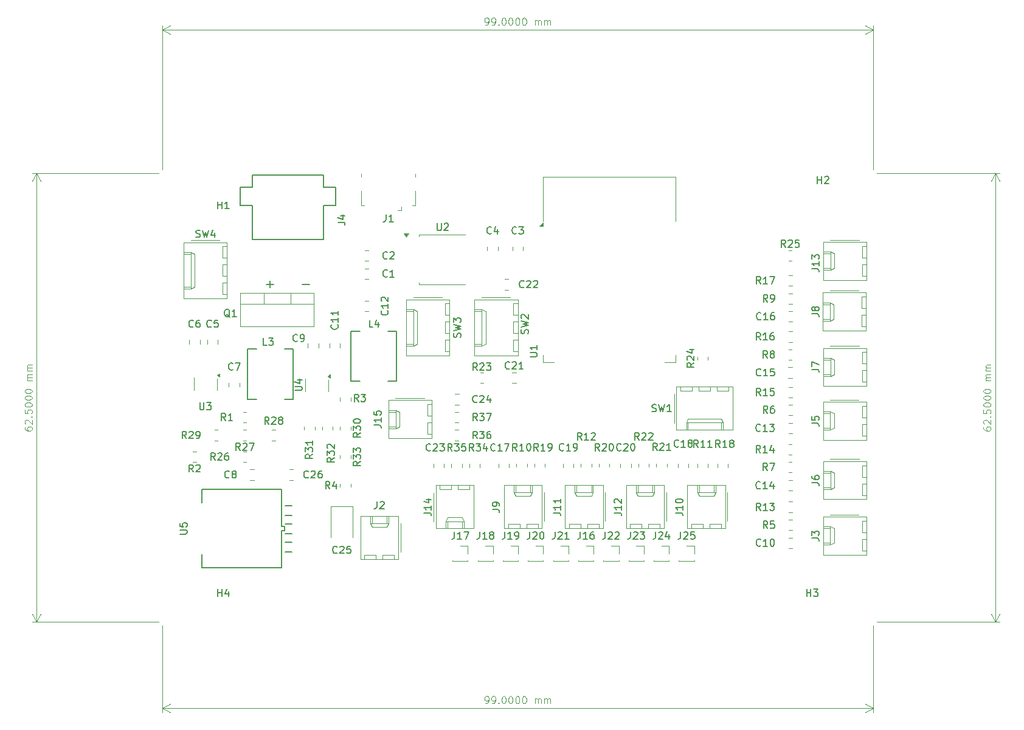
<source format=gbr>
%TF.GenerationSoftware,KiCad,Pcbnew,8.0.8*%
%TF.CreationDate,2025-03-31T14:22:45-05:00*%
%TF.ProjectId,Smart Tripod,536d6172-7420-4547-9269-706f642e6b69,rev?*%
%TF.SameCoordinates,Original*%
%TF.FileFunction,Legend,Top*%
%TF.FilePolarity,Positive*%
%FSLAX46Y46*%
G04 Gerber Fmt 4.6, Leading zero omitted, Abs format (unit mm)*
G04 Created by KiCad (PCBNEW 8.0.8) date 2025-03-31 14:22:45*
%MOMM*%
%LPD*%
G01*
G04 APERTURE LIST*
%ADD10C,0.100000*%
%ADD11C,0.150000*%
%ADD12C,0.120000*%
%ADD13C,0.127000*%
%ADD14C,0.152400*%
G04 APERTURE END LIST*
D10*
X137976191Y-150357419D02*
X138166667Y-150357419D01*
X138166667Y-150357419D02*
X138261905Y-150309800D01*
X138261905Y-150309800D02*
X138309524Y-150262180D01*
X138309524Y-150262180D02*
X138404762Y-150119323D01*
X138404762Y-150119323D02*
X138452381Y-149928847D01*
X138452381Y-149928847D02*
X138452381Y-149547895D01*
X138452381Y-149547895D02*
X138404762Y-149452657D01*
X138404762Y-149452657D02*
X138357143Y-149405038D01*
X138357143Y-149405038D02*
X138261905Y-149357419D01*
X138261905Y-149357419D02*
X138071429Y-149357419D01*
X138071429Y-149357419D02*
X137976191Y-149405038D01*
X137976191Y-149405038D02*
X137928572Y-149452657D01*
X137928572Y-149452657D02*
X137880953Y-149547895D01*
X137880953Y-149547895D02*
X137880953Y-149785990D01*
X137880953Y-149785990D02*
X137928572Y-149881228D01*
X137928572Y-149881228D02*
X137976191Y-149928847D01*
X137976191Y-149928847D02*
X138071429Y-149976466D01*
X138071429Y-149976466D02*
X138261905Y-149976466D01*
X138261905Y-149976466D02*
X138357143Y-149928847D01*
X138357143Y-149928847D02*
X138404762Y-149881228D01*
X138404762Y-149881228D02*
X138452381Y-149785990D01*
X138928572Y-150357419D02*
X139119048Y-150357419D01*
X139119048Y-150357419D02*
X139214286Y-150309800D01*
X139214286Y-150309800D02*
X139261905Y-150262180D01*
X139261905Y-150262180D02*
X139357143Y-150119323D01*
X139357143Y-150119323D02*
X139404762Y-149928847D01*
X139404762Y-149928847D02*
X139404762Y-149547895D01*
X139404762Y-149547895D02*
X139357143Y-149452657D01*
X139357143Y-149452657D02*
X139309524Y-149405038D01*
X139309524Y-149405038D02*
X139214286Y-149357419D01*
X139214286Y-149357419D02*
X139023810Y-149357419D01*
X139023810Y-149357419D02*
X138928572Y-149405038D01*
X138928572Y-149405038D02*
X138880953Y-149452657D01*
X138880953Y-149452657D02*
X138833334Y-149547895D01*
X138833334Y-149547895D02*
X138833334Y-149785990D01*
X138833334Y-149785990D02*
X138880953Y-149881228D01*
X138880953Y-149881228D02*
X138928572Y-149928847D01*
X138928572Y-149928847D02*
X139023810Y-149976466D01*
X139023810Y-149976466D02*
X139214286Y-149976466D01*
X139214286Y-149976466D02*
X139309524Y-149928847D01*
X139309524Y-149928847D02*
X139357143Y-149881228D01*
X139357143Y-149881228D02*
X139404762Y-149785990D01*
X139833334Y-150262180D02*
X139880953Y-150309800D01*
X139880953Y-150309800D02*
X139833334Y-150357419D01*
X139833334Y-150357419D02*
X139785715Y-150309800D01*
X139785715Y-150309800D02*
X139833334Y-150262180D01*
X139833334Y-150262180D02*
X139833334Y-150357419D01*
X140500000Y-149357419D02*
X140595238Y-149357419D01*
X140595238Y-149357419D02*
X140690476Y-149405038D01*
X140690476Y-149405038D02*
X140738095Y-149452657D01*
X140738095Y-149452657D02*
X140785714Y-149547895D01*
X140785714Y-149547895D02*
X140833333Y-149738371D01*
X140833333Y-149738371D02*
X140833333Y-149976466D01*
X140833333Y-149976466D02*
X140785714Y-150166942D01*
X140785714Y-150166942D02*
X140738095Y-150262180D01*
X140738095Y-150262180D02*
X140690476Y-150309800D01*
X140690476Y-150309800D02*
X140595238Y-150357419D01*
X140595238Y-150357419D02*
X140500000Y-150357419D01*
X140500000Y-150357419D02*
X140404762Y-150309800D01*
X140404762Y-150309800D02*
X140357143Y-150262180D01*
X140357143Y-150262180D02*
X140309524Y-150166942D01*
X140309524Y-150166942D02*
X140261905Y-149976466D01*
X140261905Y-149976466D02*
X140261905Y-149738371D01*
X140261905Y-149738371D02*
X140309524Y-149547895D01*
X140309524Y-149547895D02*
X140357143Y-149452657D01*
X140357143Y-149452657D02*
X140404762Y-149405038D01*
X140404762Y-149405038D02*
X140500000Y-149357419D01*
X141452381Y-149357419D02*
X141547619Y-149357419D01*
X141547619Y-149357419D02*
X141642857Y-149405038D01*
X141642857Y-149405038D02*
X141690476Y-149452657D01*
X141690476Y-149452657D02*
X141738095Y-149547895D01*
X141738095Y-149547895D02*
X141785714Y-149738371D01*
X141785714Y-149738371D02*
X141785714Y-149976466D01*
X141785714Y-149976466D02*
X141738095Y-150166942D01*
X141738095Y-150166942D02*
X141690476Y-150262180D01*
X141690476Y-150262180D02*
X141642857Y-150309800D01*
X141642857Y-150309800D02*
X141547619Y-150357419D01*
X141547619Y-150357419D02*
X141452381Y-150357419D01*
X141452381Y-150357419D02*
X141357143Y-150309800D01*
X141357143Y-150309800D02*
X141309524Y-150262180D01*
X141309524Y-150262180D02*
X141261905Y-150166942D01*
X141261905Y-150166942D02*
X141214286Y-149976466D01*
X141214286Y-149976466D02*
X141214286Y-149738371D01*
X141214286Y-149738371D02*
X141261905Y-149547895D01*
X141261905Y-149547895D02*
X141309524Y-149452657D01*
X141309524Y-149452657D02*
X141357143Y-149405038D01*
X141357143Y-149405038D02*
X141452381Y-149357419D01*
X142404762Y-149357419D02*
X142500000Y-149357419D01*
X142500000Y-149357419D02*
X142595238Y-149405038D01*
X142595238Y-149405038D02*
X142642857Y-149452657D01*
X142642857Y-149452657D02*
X142690476Y-149547895D01*
X142690476Y-149547895D02*
X142738095Y-149738371D01*
X142738095Y-149738371D02*
X142738095Y-149976466D01*
X142738095Y-149976466D02*
X142690476Y-150166942D01*
X142690476Y-150166942D02*
X142642857Y-150262180D01*
X142642857Y-150262180D02*
X142595238Y-150309800D01*
X142595238Y-150309800D02*
X142500000Y-150357419D01*
X142500000Y-150357419D02*
X142404762Y-150357419D01*
X142404762Y-150357419D02*
X142309524Y-150309800D01*
X142309524Y-150309800D02*
X142261905Y-150262180D01*
X142261905Y-150262180D02*
X142214286Y-150166942D01*
X142214286Y-150166942D02*
X142166667Y-149976466D01*
X142166667Y-149976466D02*
X142166667Y-149738371D01*
X142166667Y-149738371D02*
X142214286Y-149547895D01*
X142214286Y-149547895D02*
X142261905Y-149452657D01*
X142261905Y-149452657D02*
X142309524Y-149405038D01*
X142309524Y-149405038D02*
X142404762Y-149357419D01*
X143357143Y-149357419D02*
X143452381Y-149357419D01*
X143452381Y-149357419D02*
X143547619Y-149405038D01*
X143547619Y-149405038D02*
X143595238Y-149452657D01*
X143595238Y-149452657D02*
X143642857Y-149547895D01*
X143642857Y-149547895D02*
X143690476Y-149738371D01*
X143690476Y-149738371D02*
X143690476Y-149976466D01*
X143690476Y-149976466D02*
X143642857Y-150166942D01*
X143642857Y-150166942D02*
X143595238Y-150262180D01*
X143595238Y-150262180D02*
X143547619Y-150309800D01*
X143547619Y-150309800D02*
X143452381Y-150357419D01*
X143452381Y-150357419D02*
X143357143Y-150357419D01*
X143357143Y-150357419D02*
X143261905Y-150309800D01*
X143261905Y-150309800D02*
X143214286Y-150262180D01*
X143214286Y-150262180D02*
X143166667Y-150166942D01*
X143166667Y-150166942D02*
X143119048Y-149976466D01*
X143119048Y-149976466D02*
X143119048Y-149738371D01*
X143119048Y-149738371D02*
X143166667Y-149547895D01*
X143166667Y-149547895D02*
X143214286Y-149452657D01*
X143214286Y-149452657D02*
X143261905Y-149405038D01*
X143261905Y-149405038D02*
X143357143Y-149357419D01*
X144880953Y-150357419D02*
X144880953Y-149690752D01*
X144880953Y-149785990D02*
X144928572Y-149738371D01*
X144928572Y-149738371D02*
X145023810Y-149690752D01*
X145023810Y-149690752D02*
X145166667Y-149690752D01*
X145166667Y-149690752D02*
X145261905Y-149738371D01*
X145261905Y-149738371D02*
X145309524Y-149833609D01*
X145309524Y-149833609D02*
X145309524Y-150357419D01*
X145309524Y-149833609D02*
X145357143Y-149738371D01*
X145357143Y-149738371D02*
X145452381Y-149690752D01*
X145452381Y-149690752D02*
X145595238Y-149690752D01*
X145595238Y-149690752D02*
X145690477Y-149738371D01*
X145690477Y-149738371D02*
X145738096Y-149833609D01*
X145738096Y-149833609D02*
X145738096Y-150357419D01*
X146214286Y-150357419D02*
X146214286Y-149690752D01*
X146214286Y-149785990D02*
X146261905Y-149738371D01*
X146261905Y-149738371D02*
X146357143Y-149690752D01*
X146357143Y-149690752D02*
X146500000Y-149690752D01*
X146500000Y-149690752D02*
X146595238Y-149738371D01*
X146595238Y-149738371D02*
X146642857Y-149833609D01*
X146642857Y-149833609D02*
X146642857Y-150357419D01*
X146642857Y-149833609D02*
X146690476Y-149738371D01*
X146690476Y-149738371D02*
X146785714Y-149690752D01*
X146785714Y-149690752D02*
X146928571Y-149690752D01*
X146928571Y-149690752D02*
X147023810Y-149738371D01*
X147023810Y-149738371D02*
X147071429Y-149833609D01*
X147071429Y-149833609D02*
X147071429Y-150357419D01*
X93000000Y-139500000D02*
X93000000Y-151586420D01*
X192000000Y-139500000D02*
X192000000Y-151586420D01*
X93000000Y-151000000D02*
X192000000Y-151000000D01*
X93000000Y-151000000D02*
X192000000Y-151000000D01*
X93000000Y-151000000D02*
X94126504Y-150413579D01*
X93000000Y-151000000D02*
X94126504Y-151586421D01*
X192000000Y-151000000D02*
X190873496Y-151586421D01*
X192000000Y-151000000D02*
X190873496Y-150413579D01*
X207357419Y-111892856D02*
X207357419Y-112083332D01*
X207357419Y-112083332D02*
X207405038Y-112178570D01*
X207405038Y-112178570D02*
X207452657Y-112226189D01*
X207452657Y-112226189D02*
X207595514Y-112321427D01*
X207595514Y-112321427D02*
X207785990Y-112369046D01*
X207785990Y-112369046D02*
X208166942Y-112369046D01*
X208166942Y-112369046D02*
X208262180Y-112321427D01*
X208262180Y-112321427D02*
X208309800Y-112273808D01*
X208309800Y-112273808D02*
X208357419Y-112178570D01*
X208357419Y-112178570D02*
X208357419Y-111988094D01*
X208357419Y-111988094D02*
X208309800Y-111892856D01*
X208309800Y-111892856D02*
X208262180Y-111845237D01*
X208262180Y-111845237D02*
X208166942Y-111797618D01*
X208166942Y-111797618D02*
X207928847Y-111797618D01*
X207928847Y-111797618D02*
X207833609Y-111845237D01*
X207833609Y-111845237D02*
X207785990Y-111892856D01*
X207785990Y-111892856D02*
X207738371Y-111988094D01*
X207738371Y-111988094D02*
X207738371Y-112178570D01*
X207738371Y-112178570D02*
X207785990Y-112273808D01*
X207785990Y-112273808D02*
X207833609Y-112321427D01*
X207833609Y-112321427D02*
X207928847Y-112369046D01*
X207452657Y-111416665D02*
X207405038Y-111369046D01*
X207405038Y-111369046D02*
X207357419Y-111273808D01*
X207357419Y-111273808D02*
X207357419Y-111035713D01*
X207357419Y-111035713D02*
X207405038Y-110940475D01*
X207405038Y-110940475D02*
X207452657Y-110892856D01*
X207452657Y-110892856D02*
X207547895Y-110845237D01*
X207547895Y-110845237D02*
X207643133Y-110845237D01*
X207643133Y-110845237D02*
X207785990Y-110892856D01*
X207785990Y-110892856D02*
X208357419Y-111464284D01*
X208357419Y-111464284D02*
X208357419Y-110845237D01*
X208262180Y-110416665D02*
X208309800Y-110369046D01*
X208309800Y-110369046D02*
X208357419Y-110416665D01*
X208357419Y-110416665D02*
X208309800Y-110464284D01*
X208309800Y-110464284D02*
X208262180Y-110416665D01*
X208262180Y-110416665D02*
X208357419Y-110416665D01*
X207357419Y-109464285D02*
X207357419Y-109940475D01*
X207357419Y-109940475D02*
X207833609Y-109988094D01*
X207833609Y-109988094D02*
X207785990Y-109940475D01*
X207785990Y-109940475D02*
X207738371Y-109845237D01*
X207738371Y-109845237D02*
X207738371Y-109607142D01*
X207738371Y-109607142D02*
X207785990Y-109511904D01*
X207785990Y-109511904D02*
X207833609Y-109464285D01*
X207833609Y-109464285D02*
X207928847Y-109416666D01*
X207928847Y-109416666D02*
X208166942Y-109416666D01*
X208166942Y-109416666D02*
X208262180Y-109464285D01*
X208262180Y-109464285D02*
X208309800Y-109511904D01*
X208309800Y-109511904D02*
X208357419Y-109607142D01*
X208357419Y-109607142D02*
X208357419Y-109845237D01*
X208357419Y-109845237D02*
X208309800Y-109940475D01*
X208309800Y-109940475D02*
X208262180Y-109988094D01*
X207357419Y-108797618D02*
X207357419Y-108702380D01*
X207357419Y-108702380D02*
X207405038Y-108607142D01*
X207405038Y-108607142D02*
X207452657Y-108559523D01*
X207452657Y-108559523D02*
X207547895Y-108511904D01*
X207547895Y-108511904D02*
X207738371Y-108464285D01*
X207738371Y-108464285D02*
X207976466Y-108464285D01*
X207976466Y-108464285D02*
X208166942Y-108511904D01*
X208166942Y-108511904D02*
X208262180Y-108559523D01*
X208262180Y-108559523D02*
X208309800Y-108607142D01*
X208309800Y-108607142D02*
X208357419Y-108702380D01*
X208357419Y-108702380D02*
X208357419Y-108797618D01*
X208357419Y-108797618D02*
X208309800Y-108892856D01*
X208309800Y-108892856D02*
X208262180Y-108940475D01*
X208262180Y-108940475D02*
X208166942Y-108988094D01*
X208166942Y-108988094D02*
X207976466Y-109035713D01*
X207976466Y-109035713D02*
X207738371Y-109035713D01*
X207738371Y-109035713D02*
X207547895Y-108988094D01*
X207547895Y-108988094D02*
X207452657Y-108940475D01*
X207452657Y-108940475D02*
X207405038Y-108892856D01*
X207405038Y-108892856D02*
X207357419Y-108797618D01*
X207357419Y-107845237D02*
X207357419Y-107749999D01*
X207357419Y-107749999D02*
X207405038Y-107654761D01*
X207405038Y-107654761D02*
X207452657Y-107607142D01*
X207452657Y-107607142D02*
X207547895Y-107559523D01*
X207547895Y-107559523D02*
X207738371Y-107511904D01*
X207738371Y-107511904D02*
X207976466Y-107511904D01*
X207976466Y-107511904D02*
X208166942Y-107559523D01*
X208166942Y-107559523D02*
X208262180Y-107607142D01*
X208262180Y-107607142D02*
X208309800Y-107654761D01*
X208309800Y-107654761D02*
X208357419Y-107749999D01*
X208357419Y-107749999D02*
X208357419Y-107845237D01*
X208357419Y-107845237D02*
X208309800Y-107940475D01*
X208309800Y-107940475D02*
X208262180Y-107988094D01*
X208262180Y-107988094D02*
X208166942Y-108035713D01*
X208166942Y-108035713D02*
X207976466Y-108083332D01*
X207976466Y-108083332D02*
X207738371Y-108083332D01*
X207738371Y-108083332D02*
X207547895Y-108035713D01*
X207547895Y-108035713D02*
X207452657Y-107988094D01*
X207452657Y-107988094D02*
X207405038Y-107940475D01*
X207405038Y-107940475D02*
X207357419Y-107845237D01*
X207357419Y-106892856D02*
X207357419Y-106797618D01*
X207357419Y-106797618D02*
X207405038Y-106702380D01*
X207405038Y-106702380D02*
X207452657Y-106654761D01*
X207452657Y-106654761D02*
X207547895Y-106607142D01*
X207547895Y-106607142D02*
X207738371Y-106559523D01*
X207738371Y-106559523D02*
X207976466Y-106559523D01*
X207976466Y-106559523D02*
X208166942Y-106607142D01*
X208166942Y-106607142D02*
X208262180Y-106654761D01*
X208262180Y-106654761D02*
X208309800Y-106702380D01*
X208309800Y-106702380D02*
X208357419Y-106797618D01*
X208357419Y-106797618D02*
X208357419Y-106892856D01*
X208357419Y-106892856D02*
X208309800Y-106988094D01*
X208309800Y-106988094D02*
X208262180Y-107035713D01*
X208262180Y-107035713D02*
X208166942Y-107083332D01*
X208166942Y-107083332D02*
X207976466Y-107130951D01*
X207976466Y-107130951D02*
X207738371Y-107130951D01*
X207738371Y-107130951D02*
X207547895Y-107083332D01*
X207547895Y-107083332D02*
X207452657Y-107035713D01*
X207452657Y-107035713D02*
X207405038Y-106988094D01*
X207405038Y-106988094D02*
X207357419Y-106892856D01*
X208357419Y-105369046D02*
X207690752Y-105369046D01*
X207785990Y-105369046D02*
X207738371Y-105321427D01*
X207738371Y-105321427D02*
X207690752Y-105226189D01*
X207690752Y-105226189D02*
X207690752Y-105083332D01*
X207690752Y-105083332D02*
X207738371Y-104988094D01*
X207738371Y-104988094D02*
X207833609Y-104940475D01*
X207833609Y-104940475D02*
X208357419Y-104940475D01*
X207833609Y-104940475D02*
X207738371Y-104892856D01*
X207738371Y-104892856D02*
X207690752Y-104797618D01*
X207690752Y-104797618D02*
X207690752Y-104654761D01*
X207690752Y-104654761D02*
X207738371Y-104559522D01*
X207738371Y-104559522D02*
X207833609Y-104511903D01*
X207833609Y-104511903D02*
X208357419Y-104511903D01*
X208357419Y-104035713D02*
X207690752Y-104035713D01*
X207785990Y-104035713D02*
X207738371Y-103988094D01*
X207738371Y-103988094D02*
X207690752Y-103892856D01*
X207690752Y-103892856D02*
X207690752Y-103749999D01*
X207690752Y-103749999D02*
X207738371Y-103654761D01*
X207738371Y-103654761D02*
X207833609Y-103607142D01*
X207833609Y-103607142D02*
X208357419Y-103607142D01*
X207833609Y-103607142D02*
X207738371Y-103559523D01*
X207738371Y-103559523D02*
X207690752Y-103464285D01*
X207690752Y-103464285D02*
X207690752Y-103321428D01*
X207690752Y-103321428D02*
X207738371Y-103226189D01*
X207738371Y-103226189D02*
X207833609Y-103178570D01*
X207833609Y-103178570D02*
X208357419Y-103178570D01*
X192500000Y-139000000D02*
X209586420Y-139000000D01*
X192500000Y-76500000D02*
X209586420Y-76500000D01*
X209000000Y-139000000D02*
X209000000Y-76500000D01*
X209000000Y-139000000D02*
X209000000Y-76500000D01*
X209000000Y-139000000D02*
X208413579Y-137873496D01*
X209000000Y-139000000D02*
X209586421Y-137873496D01*
X209000000Y-76500000D02*
X209586421Y-77626504D01*
X209000000Y-76500000D02*
X208413579Y-77626504D01*
X137976191Y-55857419D02*
X138166667Y-55857419D01*
X138166667Y-55857419D02*
X138261905Y-55809800D01*
X138261905Y-55809800D02*
X138309524Y-55762180D01*
X138309524Y-55762180D02*
X138404762Y-55619323D01*
X138404762Y-55619323D02*
X138452381Y-55428847D01*
X138452381Y-55428847D02*
X138452381Y-55047895D01*
X138452381Y-55047895D02*
X138404762Y-54952657D01*
X138404762Y-54952657D02*
X138357143Y-54905038D01*
X138357143Y-54905038D02*
X138261905Y-54857419D01*
X138261905Y-54857419D02*
X138071429Y-54857419D01*
X138071429Y-54857419D02*
X137976191Y-54905038D01*
X137976191Y-54905038D02*
X137928572Y-54952657D01*
X137928572Y-54952657D02*
X137880953Y-55047895D01*
X137880953Y-55047895D02*
X137880953Y-55285990D01*
X137880953Y-55285990D02*
X137928572Y-55381228D01*
X137928572Y-55381228D02*
X137976191Y-55428847D01*
X137976191Y-55428847D02*
X138071429Y-55476466D01*
X138071429Y-55476466D02*
X138261905Y-55476466D01*
X138261905Y-55476466D02*
X138357143Y-55428847D01*
X138357143Y-55428847D02*
X138404762Y-55381228D01*
X138404762Y-55381228D02*
X138452381Y-55285990D01*
X138928572Y-55857419D02*
X139119048Y-55857419D01*
X139119048Y-55857419D02*
X139214286Y-55809800D01*
X139214286Y-55809800D02*
X139261905Y-55762180D01*
X139261905Y-55762180D02*
X139357143Y-55619323D01*
X139357143Y-55619323D02*
X139404762Y-55428847D01*
X139404762Y-55428847D02*
X139404762Y-55047895D01*
X139404762Y-55047895D02*
X139357143Y-54952657D01*
X139357143Y-54952657D02*
X139309524Y-54905038D01*
X139309524Y-54905038D02*
X139214286Y-54857419D01*
X139214286Y-54857419D02*
X139023810Y-54857419D01*
X139023810Y-54857419D02*
X138928572Y-54905038D01*
X138928572Y-54905038D02*
X138880953Y-54952657D01*
X138880953Y-54952657D02*
X138833334Y-55047895D01*
X138833334Y-55047895D02*
X138833334Y-55285990D01*
X138833334Y-55285990D02*
X138880953Y-55381228D01*
X138880953Y-55381228D02*
X138928572Y-55428847D01*
X138928572Y-55428847D02*
X139023810Y-55476466D01*
X139023810Y-55476466D02*
X139214286Y-55476466D01*
X139214286Y-55476466D02*
X139309524Y-55428847D01*
X139309524Y-55428847D02*
X139357143Y-55381228D01*
X139357143Y-55381228D02*
X139404762Y-55285990D01*
X139833334Y-55762180D02*
X139880953Y-55809800D01*
X139880953Y-55809800D02*
X139833334Y-55857419D01*
X139833334Y-55857419D02*
X139785715Y-55809800D01*
X139785715Y-55809800D02*
X139833334Y-55762180D01*
X139833334Y-55762180D02*
X139833334Y-55857419D01*
X140500000Y-54857419D02*
X140595238Y-54857419D01*
X140595238Y-54857419D02*
X140690476Y-54905038D01*
X140690476Y-54905038D02*
X140738095Y-54952657D01*
X140738095Y-54952657D02*
X140785714Y-55047895D01*
X140785714Y-55047895D02*
X140833333Y-55238371D01*
X140833333Y-55238371D02*
X140833333Y-55476466D01*
X140833333Y-55476466D02*
X140785714Y-55666942D01*
X140785714Y-55666942D02*
X140738095Y-55762180D01*
X140738095Y-55762180D02*
X140690476Y-55809800D01*
X140690476Y-55809800D02*
X140595238Y-55857419D01*
X140595238Y-55857419D02*
X140500000Y-55857419D01*
X140500000Y-55857419D02*
X140404762Y-55809800D01*
X140404762Y-55809800D02*
X140357143Y-55762180D01*
X140357143Y-55762180D02*
X140309524Y-55666942D01*
X140309524Y-55666942D02*
X140261905Y-55476466D01*
X140261905Y-55476466D02*
X140261905Y-55238371D01*
X140261905Y-55238371D02*
X140309524Y-55047895D01*
X140309524Y-55047895D02*
X140357143Y-54952657D01*
X140357143Y-54952657D02*
X140404762Y-54905038D01*
X140404762Y-54905038D02*
X140500000Y-54857419D01*
X141452381Y-54857419D02*
X141547619Y-54857419D01*
X141547619Y-54857419D02*
X141642857Y-54905038D01*
X141642857Y-54905038D02*
X141690476Y-54952657D01*
X141690476Y-54952657D02*
X141738095Y-55047895D01*
X141738095Y-55047895D02*
X141785714Y-55238371D01*
X141785714Y-55238371D02*
X141785714Y-55476466D01*
X141785714Y-55476466D02*
X141738095Y-55666942D01*
X141738095Y-55666942D02*
X141690476Y-55762180D01*
X141690476Y-55762180D02*
X141642857Y-55809800D01*
X141642857Y-55809800D02*
X141547619Y-55857419D01*
X141547619Y-55857419D02*
X141452381Y-55857419D01*
X141452381Y-55857419D02*
X141357143Y-55809800D01*
X141357143Y-55809800D02*
X141309524Y-55762180D01*
X141309524Y-55762180D02*
X141261905Y-55666942D01*
X141261905Y-55666942D02*
X141214286Y-55476466D01*
X141214286Y-55476466D02*
X141214286Y-55238371D01*
X141214286Y-55238371D02*
X141261905Y-55047895D01*
X141261905Y-55047895D02*
X141309524Y-54952657D01*
X141309524Y-54952657D02*
X141357143Y-54905038D01*
X141357143Y-54905038D02*
X141452381Y-54857419D01*
X142404762Y-54857419D02*
X142500000Y-54857419D01*
X142500000Y-54857419D02*
X142595238Y-54905038D01*
X142595238Y-54905038D02*
X142642857Y-54952657D01*
X142642857Y-54952657D02*
X142690476Y-55047895D01*
X142690476Y-55047895D02*
X142738095Y-55238371D01*
X142738095Y-55238371D02*
X142738095Y-55476466D01*
X142738095Y-55476466D02*
X142690476Y-55666942D01*
X142690476Y-55666942D02*
X142642857Y-55762180D01*
X142642857Y-55762180D02*
X142595238Y-55809800D01*
X142595238Y-55809800D02*
X142500000Y-55857419D01*
X142500000Y-55857419D02*
X142404762Y-55857419D01*
X142404762Y-55857419D02*
X142309524Y-55809800D01*
X142309524Y-55809800D02*
X142261905Y-55762180D01*
X142261905Y-55762180D02*
X142214286Y-55666942D01*
X142214286Y-55666942D02*
X142166667Y-55476466D01*
X142166667Y-55476466D02*
X142166667Y-55238371D01*
X142166667Y-55238371D02*
X142214286Y-55047895D01*
X142214286Y-55047895D02*
X142261905Y-54952657D01*
X142261905Y-54952657D02*
X142309524Y-54905038D01*
X142309524Y-54905038D02*
X142404762Y-54857419D01*
X143357143Y-54857419D02*
X143452381Y-54857419D01*
X143452381Y-54857419D02*
X143547619Y-54905038D01*
X143547619Y-54905038D02*
X143595238Y-54952657D01*
X143595238Y-54952657D02*
X143642857Y-55047895D01*
X143642857Y-55047895D02*
X143690476Y-55238371D01*
X143690476Y-55238371D02*
X143690476Y-55476466D01*
X143690476Y-55476466D02*
X143642857Y-55666942D01*
X143642857Y-55666942D02*
X143595238Y-55762180D01*
X143595238Y-55762180D02*
X143547619Y-55809800D01*
X143547619Y-55809800D02*
X143452381Y-55857419D01*
X143452381Y-55857419D02*
X143357143Y-55857419D01*
X143357143Y-55857419D02*
X143261905Y-55809800D01*
X143261905Y-55809800D02*
X143214286Y-55762180D01*
X143214286Y-55762180D02*
X143166667Y-55666942D01*
X143166667Y-55666942D02*
X143119048Y-55476466D01*
X143119048Y-55476466D02*
X143119048Y-55238371D01*
X143119048Y-55238371D02*
X143166667Y-55047895D01*
X143166667Y-55047895D02*
X143214286Y-54952657D01*
X143214286Y-54952657D02*
X143261905Y-54905038D01*
X143261905Y-54905038D02*
X143357143Y-54857419D01*
X144880953Y-55857419D02*
X144880953Y-55190752D01*
X144880953Y-55285990D02*
X144928572Y-55238371D01*
X144928572Y-55238371D02*
X145023810Y-55190752D01*
X145023810Y-55190752D02*
X145166667Y-55190752D01*
X145166667Y-55190752D02*
X145261905Y-55238371D01*
X145261905Y-55238371D02*
X145309524Y-55333609D01*
X145309524Y-55333609D02*
X145309524Y-55857419D01*
X145309524Y-55333609D02*
X145357143Y-55238371D01*
X145357143Y-55238371D02*
X145452381Y-55190752D01*
X145452381Y-55190752D02*
X145595238Y-55190752D01*
X145595238Y-55190752D02*
X145690477Y-55238371D01*
X145690477Y-55238371D02*
X145738096Y-55333609D01*
X145738096Y-55333609D02*
X145738096Y-55857419D01*
X146214286Y-55857419D02*
X146214286Y-55190752D01*
X146214286Y-55285990D02*
X146261905Y-55238371D01*
X146261905Y-55238371D02*
X146357143Y-55190752D01*
X146357143Y-55190752D02*
X146500000Y-55190752D01*
X146500000Y-55190752D02*
X146595238Y-55238371D01*
X146595238Y-55238371D02*
X146642857Y-55333609D01*
X146642857Y-55333609D02*
X146642857Y-55857419D01*
X146642857Y-55333609D02*
X146690476Y-55238371D01*
X146690476Y-55238371D02*
X146785714Y-55190752D01*
X146785714Y-55190752D02*
X146928571Y-55190752D01*
X146928571Y-55190752D02*
X147023810Y-55238371D01*
X147023810Y-55238371D02*
X147071429Y-55333609D01*
X147071429Y-55333609D02*
X147071429Y-55857419D01*
X192000000Y-76000000D02*
X192000000Y-55913580D01*
X93000000Y-76000000D02*
X93000000Y-55913580D01*
X192000000Y-56500000D02*
X93000000Y-56500000D01*
X192000000Y-56500000D02*
X93000000Y-56500000D01*
X192000000Y-56500000D02*
X190873496Y-57086421D01*
X192000000Y-56500000D02*
X190873496Y-55913579D01*
X93000000Y-56500000D02*
X94126504Y-55913579D01*
X93000000Y-56500000D02*
X94126504Y-57086421D01*
X73857419Y-111892856D02*
X73857419Y-112083332D01*
X73857419Y-112083332D02*
X73905038Y-112178570D01*
X73905038Y-112178570D02*
X73952657Y-112226189D01*
X73952657Y-112226189D02*
X74095514Y-112321427D01*
X74095514Y-112321427D02*
X74285990Y-112369046D01*
X74285990Y-112369046D02*
X74666942Y-112369046D01*
X74666942Y-112369046D02*
X74762180Y-112321427D01*
X74762180Y-112321427D02*
X74809800Y-112273808D01*
X74809800Y-112273808D02*
X74857419Y-112178570D01*
X74857419Y-112178570D02*
X74857419Y-111988094D01*
X74857419Y-111988094D02*
X74809800Y-111892856D01*
X74809800Y-111892856D02*
X74762180Y-111845237D01*
X74762180Y-111845237D02*
X74666942Y-111797618D01*
X74666942Y-111797618D02*
X74428847Y-111797618D01*
X74428847Y-111797618D02*
X74333609Y-111845237D01*
X74333609Y-111845237D02*
X74285990Y-111892856D01*
X74285990Y-111892856D02*
X74238371Y-111988094D01*
X74238371Y-111988094D02*
X74238371Y-112178570D01*
X74238371Y-112178570D02*
X74285990Y-112273808D01*
X74285990Y-112273808D02*
X74333609Y-112321427D01*
X74333609Y-112321427D02*
X74428847Y-112369046D01*
X73952657Y-111416665D02*
X73905038Y-111369046D01*
X73905038Y-111369046D02*
X73857419Y-111273808D01*
X73857419Y-111273808D02*
X73857419Y-111035713D01*
X73857419Y-111035713D02*
X73905038Y-110940475D01*
X73905038Y-110940475D02*
X73952657Y-110892856D01*
X73952657Y-110892856D02*
X74047895Y-110845237D01*
X74047895Y-110845237D02*
X74143133Y-110845237D01*
X74143133Y-110845237D02*
X74285990Y-110892856D01*
X74285990Y-110892856D02*
X74857419Y-111464284D01*
X74857419Y-111464284D02*
X74857419Y-110845237D01*
X74762180Y-110416665D02*
X74809800Y-110369046D01*
X74809800Y-110369046D02*
X74857419Y-110416665D01*
X74857419Y-110416665D02*
X74809800Y-110464284D01*
X74809800Y-110464284D02*
X74762180Y-110416665D01*
X74762180Y-110416665D02*
X74857419Y-110416665D01*
X73857419Y-109464285D02*
X73857419Y-109940475D01*
X73857419Y-109940475D02*
X74333609Y-109988094D01*
X74333609Y-109988094D02*
X74285990Y-109940475D01*
X74285990Y-109940475D02*
X74238371Y-109845237D01*
X74238371Y-109845237D02*
X74238371Y-109607142D01*
X74238371Y-109607142D02*
X74285990Y-109511904D01*
X74285990Y-109511904D02*
X74333609Y-109464285D01*
X74333609Y-109464285D02*
X74428847Y-109416666D01*
X74428847Y-109416666D02*
X74666942Y-109416666D01*
X74666942Y-109416666D02*
X74762180Y-109464285D01*
X74762180Y-109464285D02*
X74809800Y-109511904D01*
X74809800Y-109511904D02*
X74857419Y-109607142D01*
X74857419Y-109607142D02*
X74857419Y-109845237D01*
X74857419Y-109845237D02*
X74809800Y-109940475D01*
X74809800Y-109940475D02*
X74762180Y-109988094D01*
X73857419Y-108797618D02*
X73857419Y-108702380D01*
X73857419Y-108702380D02*
X73905038Y-108607142D01*
X73905038Y-108607142D02*
X73952657Y-108559523D01*
X73952657Y-108559523D02*
X74047895Y-108511904D01*
X74047895Y-108511904D02*
X74238371Y-108464285D01*
X74238371Y-108464285D02*
X74476466Y-108464285D01*
X74476466Y-108464285D02*
X74666942Y-108511904D01*
X74666942Y-108511904D02*
X74762180Y-108559523D01*
X74762180Y-108559523D02*
X74809800Y-108607142D01*
X74809800Y-108607142D02*
X74857419Y-108702380D01*
X74857419Y-108702380D02*
X74857419Y-108797618D01*
X74857419Y-108797618D02*
X74809800Y-108892856D01*
X74809800Y-108892856D02*
X74762180Y-108940475D01*
X74762180Y-108940475D02*
X74666942Y-108988094D01*
X74666942Y-108988094D02*
X74476466Y-109035713D01*
X74476466Y-109035713D02*
X74238371Y-109035713D01*
X74238371Y-109035713D02*
X74047895Y-108988094D01*
X74047895Y-108988094D02*
X73952657Y-108940475D01*
X73952657Y-108940475D02*
X73905038Y-108892856D01*
X73905038Y-108892856D02*
X73857419Y-108797618D01*
X73857419Y-107845237D02*
X73857419Y-107749999D01*
X73857419Y-107749999D02*
X73905038Y-107654761D01*
X73905038Y-107654761D02*
X73952657Y-107607142D01*
X73952657Y-107607142D02*
X74047895Y-107559523D01*
X74047895Y-107559523D02*
X74238371Y-107511904D01*
X74238371Y-107511904D02*
X74476466Y-107511904D01*
X74476466Y-107511904D02*
X74666942Y-107559523D01*
X74666942Y-107559523D02*
X74762180Y-107607142D01*
X74762180Y-107607142D02*
X74809800Y-107654761D01*
X74809800Y-107654761D02*
X74857419Y-107749999D01*
X74857419Y-107749999D02*
X74857419Y-107845237D01*
X74857419Y-107845237D02*
X74809800Y-107940475D01*
X74809800Y-107940475D02*
X74762180Y-107988094D01*
X74762180Y-107988094D02*
X74666942Y-108035713D01*
X74666942Y-108035713D02*
X74476466Y-108083332D01*
X74476466Y-108083332D02*
X74238371Y-108083332D01*
X74238371Y-108083332D02*
X74047895Y-108035713D01*
X74047895Y-108035713D02*
X73952657Y-107988094D01*
X73952657Y-107988094D02*
X73905038Y-107940475D01*
X73905038Y-107940475D02*
X73857419Y-107845237D01*
X73857419Y-106892856D02*
X73857419Y-106797618D01*
X73857419Y-106797618D02*
X73905038Y-106702380D01*
X73905038Y-106702380D02*
X73952657Y-106654761D01*
X73952657Y-106654761D02*
X74047895Y-106607142D01*
X74047895Y-106607142D02*
X74238371Y-106559523D01*
X74238371Y-106559523D02*
X74476466Y-106559523D01*
X74476466Y-106559523D02*
X74666942Y-106607142D01*
X74666942Y-106607142D02*
X74762180Y-106654761D01*
X74762180Y-106654761D02*
X74809800Y-106702380D01*
X74809800Y-106702380D02*
X74857419Y-106797618D01*
X74857419Y-106797618D02*
X74857419Y-106892856D01*
X74857419Y-106892856D02*
X74809800Y-106988094D01*
X74809800Y-106988094D02*
X74762180Y-107035713D01*
X74762180Y-107035713D02*
X74666942Y-107083332D01*
X74666942Y-107083332D02*
X74476466Y-107130951D01*
X74476466Y-107130951D02*
X74238371Y-107130951D01*
X74238371Y-107130951D02*
X74047895Y-107083332D01*
X74047895Y-107083332D02*
X73952657Y-107035713D01*
X73952657Y-107035713D02*
X73905038Y-106988094D01*
X73905038Y-106988094D02*
X73857419Y-106892856D01*
X74857419Y-105369046D02*
X74190752Y-105369046D01*
X74285990Y-105369046D02*
X74238371Y-105321427D01*
X74238371Y-105321427D02*
X74190752Y-105226189D01*
X74190752Y-105226189D02*
X74190752Y-105083332D01*
X74190752Y-105083332D02*
X74238371Y-104988094D01*
X74238371Y-104988094D02*
X74333609Y-104940475D01*
X74333609Y-104940475D02*
X74857419Y-104940475D01*
X74333609Y-104940475D02*
X74238371Y-104892856D01*
X74238371Y-104892856D02*
X74190752Y-104797618D01*
X74190752Y-104797618D02*
X74190752Y-104654761D01*
X74190752Y-104654761D02*
X74238371Y-104559522D01*
X74238371Y-104559522D02*
X74333609Y-104511903D01*
X74333609Y-104511903D02*
X74857419Y-104511903D01*
X74857419Y-104035713D02*
X74190752Y-104035713D01*
X74285990Y-104035713D02*
X74238371Y-103988094D01*
X74238371Y-103988094D02*
X74190752Y-103892856D01*
X74190752Y-103892856D02*
X74190752Y-103749999D01*
X74190752Y-103749999D02*
X74238371Y-103654761D01*
X74238371Y-103654761D02*
X74333609Y-103607142D01*
X74333609Y-103607142D02*
X74857419Y-103607142D01*
X74333609Y-103607142D02*
X74238371Y-103559523D01*
X74238371Y-103559523D02*
X74190752Y-103464285D01*
X74190752Y-103464285D02*
X74190752Y-103321428D01*
X74190752Y-103321428D02*
X74238371Y-103226189D01*
X74238371Y-103226189D02*
X74333609Y-103178570D01*
X74333609Y-103178570D02*
X74857419Y-103178570D01*
X92500000Y-76500000D02*
X74913580Y-76500000D01*
X92500000Y-139000000D02*
X74913580Y-139000000D01*
X75500000Y-76500000D02*
X75500000Y-139000000D01*
X75500000Y-76500000D02*
X75500000Y-139000000D01*
X75500000Y-76500000D02*
X76086421Y-77626504D01*
X75500000Y-76500000D02*
X74913579Y-77626504D01*
X75500000Y-139000000D02*
X74913579Y-137873496D01*
X75500000Y-139000000D02*
X76086421Y-137873496D01*
D11*
X120333333Y-108304819D02*
X120000000Y-107828628D01*
X119761905Y-108304819D02*
X119761905Y-107304819D01*
X119761905Y-107304819D02*
X120142857Y-107304819D01*
X120142857Y-107304819D02*
X120238095Y-107352438D01*
X120238095Y-107352438D02*
X120285714Y-107400057D01*
X120285714Y-107400057D02*
X120333333Y-107495295D01*
X120333333Y-107495295D02*
X120333333Y-107638152D01*
X120333333Y-107638152D02*
X120285714Y-107733390D01*
X120285714Y-107733390D02*
X120238095Y-107781009D01*
X120238095Y-107781009D02*
X120142857Y-107828628D01*
X120142857Y-107828628D02*
X119761905Y-107828628D01*
X120666667Y-107304819D02*
X121285714Y-107304819D01*
X121285714Y-107304819D02*
X120952381Y-107685771D01*
X120952381Y-107685771D02*
X121095238Y-107685771D01*
X121095238Y-107685771D02*
X121190476Y-107733390D01*
X121190476Y-107733390D02*
X121238095Y-107781009D01*
X121238095Y-107781009D02*
X121285714Y-107876247D01*
X121285714Y-107876247D02*
X121285714Y-108114342D01*
X121285714Y-108114342D02*
X121238095Y-108209580D01*
X121238095Y-108209580D02*
X121190476Y-108257200D01*
X121190476Y-108257200D02*
X121095238Y-108304819D01*
X121095238Y-108304819D02*
X120809524Y-108304819D01*
X120809524Y-108304819D02*
X120714286Y-108257200D01*
X120714286Y-108257200D02*
X120666667Y-108209580D01*
X161690476Y-126454819D02*
X161690476Y-127169104D01*
X161690476Y-127169104D02*
X161642857Y-127311961D01*
X161642857Y-127311961D02*
X161547619Y-127407200D01*
X161547619Y-127407200D02*
X161404762Y-127454819D01*
X161404762Y-127454819D02*
X161309524Y-127454819D01*
X162119048Y-126550057D02*
X162166667Y-126502438D01*
X162166667Y-126502438D02*
X162261905Y-126454819D01*
X162261905Y-126454819D02*
X162500000Y-126454819D01*
X162500000Y-126454819D02*
X162595238Y-126502438D01*
X162595238Y-126502438D02*
X162642857Y-126550057D01*
X162642857Y-126550057D02*
X162690476Y-126645295D01*
X162690476Y-126645295D02*
X162690476Y-126740533D01*
X162690476Y-126740533D02*
X162642857Y-126883390D01*
X162642857Y-126883390D02*
X162071429Y-127454819D01*
X162071429Y-127454819D02*
X162690476Y-127454819D01*
X163547619Y-126788152D02*
X163547619Y-127454819D01*
X163309524Y-126407200D02*
X163071429Y-127121485D01*
X163071429Y-127121485D02*
X163690476Y-127121485D01*
X151397142Y-113654819D02*
X151063809Y-113178628D01*
X150825714Y-113654819D02*
X150825714Y-112654819D01*
X150825714Y-112654819D02*
X151206666Y-112654819D01*
X151206666Y-112654819D02*
X151301904Y-112702438D01*
X151301904Y-112702438D02*
X151349523Y-112750057D01*
X151349523Y-112750057D02*
X151397142Y-112845295D01*
X151397142Y-112845295D02*
X151397142Y-112988152D01*
X151397142Y-112988152D02*
X151349523Y-113083390D01*
X151349523Y-113083390D02*
X151301904Y-113131009D01*
X151301904Y-113131009D02*
X151206666Y-113178628D01*
X151206666Y-113178628D02*
X150825714Y-113178628D01*
X152349523Y-113654819D02*
X151778095Y-113654819D01*
X152063809Y-113654819D02*
X152063809Y-112654819D01*
X152063809Y-112654819D02*
X151968571Y-112797676D01*
X151968571Y-112797676D02*
X151873333Y-112892914D01*
X151873333Y-112892914D02*
X151778095Y-112940533D01*
X152730476Y-112750057D02*
X152778095Y-112702438D01*
X152778095Y-112702438D02*
X152873333Y-112654819D01*
X152873333Y-112654819D02*
X153111428Y-112654819D01*
X153111428Y-112654819D02*
X153206666Y-112702438D01*
X153206666Y-112702438D02*
X153254285Y-112750057D01*
X153254285Y-112750057D02*
X153301904Y-112845295D01*
X153301904Y-112845295D02*
X153301904Y-112940533D01*
X153301904Y-112940533D02*
X153254285Y-113083390D01*
X153254285Y-113083390D02*
X152682857Y-113654819D01*
X152682857Y-113654819D02*
X153301904Y-113654819D01*
X97333333Y-97859580D02*
X97285714Y-97907200D01*
X97285714Y-97907200D02*
X97142857Y-97954819D01*
X97142857Y-97954819D02*
X97047619Y-97954819D01*
X97047619Y-97954819D02*
X96904762Y-97907200D01*
X96904762Y-97907200D02*
X96809524Y-97811961D01*
X96809524Y-97811961D02*
X96761905Y-97716723D01*
X96761905Y-97716723D02*
X96714286Y-97526247D01*
X96714286Y-97526247D02*
X96714286Y-97383390D01*
X96714286Y-97383390D02*
X96761905Y-97192914D01*
X96761905Y-97192914D02*
X96809524Y-97097676D01*
X96809524Y-97097676D02*
X96904762Y-97002438D01*
X96904762Y-97002438D02*
X97047619Y-96954819D01*
X97047619Y-96954819D02*
X97142857Y-96954819D01*
X97142857Y-96954819D02*
X97285714Y-97002438D01*
X97285714Y-97002438D02*
X97333333Y-97050057D01*
X98190476Y-96954819D02*
X98000000Y-96954819D01*
X98000000Y-96954819D02*
X97904762Y-97002438D01*
X97904762Y-97002438D02*
X97857143Y-97050057D01*
X97857143Y-97050057D02*
X97761905Y-97192914D01*
X97761905Y-97192914D02*
X97714286Y-97383390D01*
X97714286Y-97383390D02*
X97714286Y-97764342D01*
X97714286Y-97764342D02*
X97761905Y-97859580D01*
X97761905Y-97859580D02*
X97809524Y-97907200D01*
X97809524Y-97907200D02*
X97904762Y-97954819D01*
X97904762Y-97954819D02*
X98095238Y-97954819D01*
X98095238Y-97954819D02*
X98190476Y-97907200D01*
X98190476Y-97907200D02*
X98238095Y-97859580D01*
X98238095Y-97859580D02*
X98285714Y-97764342D01*
X98285714Y-97764342D02*
X98285714Y-97526247D01*
X98285714Y-97526247D02*
X98238095Y-97431009D01*
X98238095Y-97431009D02*
X98190476Y-97383390D01*
X98190476Y-97383390D02*
X98095238Y-97335771D01*
X98095238Y-97335771D02*
X97904762Y-97335771D01*
X97904762Y-97335771D02*
X97809524Y-97383390D01*
X97809524Y-97383390D02*
X97761905Y-97431009D01*
X97761905Y-97431009D02*
X97714286Y-97526247D01*
X131278095Y-83479819D02*
X131278095Y-84289342D01*
X131278095Y-84289342D02*
X131325714Y-84384580D01*
X131325714Y-84384580D02*
X131373333Y-84432200D01*
X131373333Y-84432200D02*
X131468571Y-84479819D01*
X131468571Y-84479819D02*
X131659047Y-84479819D01*
X131659047Y-84479819D02*
X131754285Y-84432200D01*
X131754285Y-84432200D02*
X131801904Y-84384580D01*
X131801904Y-84384580D02*
X131849523Y-84289342D01*
X131849523Y-84289342D02*
X131849523Y-83479819D01*
X132278095Y-83575057D02*
X132325714Y-83527438D01*
X132325714Y-83527438D02*
X132420952Y-83479819D01*
X132420952Y-83479819D02*
X132659047Y-83479819D01*
X132659047Y-83479819D02*
X132754285Y-83527438D01*
X132754285Y-83527438D02*
X132801904Y-83575057D01*
X132801904Y-83575057D02*
X132849523Y-83670295D01*
X132849523Y-83670295D02*
X132849523Y-83765533D01*
X132849523Y-83765533D02*
X132801904Y-83908390D01*
X132801904Y-83908390D02*
X132230476Y-84479819D01*
X132230476Y-84479819D02*
X132849523Y-84479819D01*
X183454819Y-89809523D02*
X184169104Y-89809523D01*
X184169104Y-89809523D02*
X184311961Y-89857142D01*
X184311961Y-89857142D02*
X184407200Y-89952380D01*
X184407200Y-89952380D02*
X184454819Y-90095237D01*
X184454819Y-90095237D02*
X184454819Y-90190475D01*
X184454819Y-88809523D02*
X184454819Y-89380951D01*
X184454819Y-89095237D02*
X183454819Y-89095237D01*
X183454819Y-89095237D02*
X183597676Y-89190475D01*
X183597676Y-89190475D02*
X183692914Y-89285713D01*
X183692914Y-89285713D02*
X183740533Y-89380951D01*
X183454819Y-88476189D02*
X183454819Y-87857142D01*
X183454819Y-87857142D02*
X183835771Y-88190475D01*
X183835771Y-88190475D02*
X183835771Y-88047618D01*
X183835771Y-88047618D02*
X183883390Y-87952380D01*
X183883390Y-87952380D02*
X183931009Y-87904761D01*
X183931009Y-87904761D02*
X184026247Y-87857142D01*
X184026247Y-87857142D02*
X184264342Y-87857142D01*
X184264342Y-87857142D02*
X184359580Y-87904761D01*
X184359580Y-87904761D02*
X184407200Y-87952380D01*
X184407200Y-87952380D02*
X184454819Y-88047618D01*
X184454819Y-88047618D02*
X184454819Y-88333332D01*
X184454819Y-88333332D02*
X184407200Y-88428570D01*
X184407200Y-88428570D02*
X184359580Y-88476189D01*
X176299642Y-99724819D02*
X175966309Y-99248628D01*
X175728214Y-99724819D02*
X175728214Y-98724819D01*
X175728214Y-98724819D02*
X176109166Y-98724819D01*
X176109166Y-98724819D02*
X176204404Y-98772438D01*
X176204404Y-98772438D02*
X176252023Y-98820057D01*
X176252023Y-98820057D02*
X176299642Y-98915295D01*
X176299642Y-98915295D02*
X176299642Y-99058152D01*
X176299642Y-99058152D02*
X176252023Y-99153390D01*
X176252023Y-99153390D02*
X176204404Y-99201009D01*
X176204404Y-99201009D02*
X176109166Y-99248628D01*
X176109166Y-99248628D02*
X175728214Y-99248628D01*
X177252023Y-99724819D02*
X176680595Y-99724819D01*
X176966309Y-99724819D02*
X176966309Y-98724819D01*
X176966309Y-98724819D02*
X176871071Y-98867676D01*
X176871071Y-98867676D02*
X176775833Y-98962914D01*
X176775833Y-98962914D02*
X176680595Y-99010533D01*
X178109166Y-98724819D02*
X177918690Y-98724819D01*
X177918690Y-98724819D02*
X177823452Y-98772438D01*
X177823452Y-98772438D02*
X177775833Y-98820057D01*
X177775833Y-98820057D02*
X177680595Y-98962914D01*
X177680595Y-98962914D02*
X177632976Y-99153390D01*
X177632976Y-99153390D02*
X177632976Y-99534342D01*
X177632976Y-99534342D02*
X177680595Y-99629580D01*
X177680595Y-99629580D02*
X177728214Y-99677200D01*
X177728214Y-99677200D02*
X177823452Y-99724819D01*
X177823452Y-99724819D02*
X178013928Y-99724819D01*
X178013928Y-99724819D02*
X178109166Y-99677200D01*
X178109166Y-99677200D02*
X178156785Y-99629580D01*
X178156785Y-99629580D02*
X178204404Y-99534342D01*
X178204404Y-99534342D02*
X178204404Y-99296247D01*
X178204404Y-99296247D02*
X178156785Y-99201009D01*
X178156785Y-99201009D02*
X178109166Y-99153390D01*
X178109166Y-99153390D02*
X178013928Y-99105771D01*
X178013928Y-99105771D02*
X177823452Y-99105771D01*
X177823452Y-99105771D02*
X177728214Y-99153390D01*
X177728214Y-99153390D02*
X177680595Y-99201009D01*
X177680595Y-99201009D02*
X177632976Y-99296247D01*
X148897142Y-115059580D02*
X148849523Y-115107200D01*
X148849523Y-115107200D02*
X148706666Y-115154819D01*
X148706666Y-115154819D02*
X148611428Y-115154819D01*
X148611428Y-115154819D02*
X148468571Y-115107200D01*
X148468571Y-115107200D02*
X148373333Y-115011961D01*
X148373333Y-115011961D02*
X148325714Y-114916723D01*
X148325714Y-114916723D02*
X148278095Y-114726247D01*
X148278095Y-114726247D02*
X148278095Y-114583390D01*
X148278095Y-114583390D02*
X148325714Y-114392914D01*
X148325714Y-114392914D02*
X148373333Y-114297676D01*
X148373333Y-114297676D02*
X148468571Y-114202438D01*
X148468571Y-114202438D02*
X148611428Y-114154819D01*
X148611428Y-114154819D02*
X148706666Y-114154819D01*
X148706666Y-114154819D02*
X148849523Y-114202438D01*
X148849523Y-114202438D02*
X148897142Y-114250057D01*
X149849523Y-115154819D02*
X149278095Y-115154819D01*
X149563809Y-115154819D02*
X149563809Y-114154819D01*
X149563809Y-114154819D02*
X149468571Y-114297676D01*
X149468571Y-114297676D02*
X149373333Y-114392914D01*
X149373333Y-114392914D02*
X149278095Y-114440533D01*
X150325714Y-115154819D02*
X150516190Y-115154819D01*
X150516190Y-115154819D02*
X150611428Y-115107200D01*
X150611428Y-115107200D02*
X150659047Y-115059580D01*
X150659047Y-115059580D02*
X150754285Y-114916723D01*
X150754285Y-114916723D02*
X150801904Y-114726247D01*
X150801904Y-114726247D02*
X150801904Y-114345295D01*
X150801904Y-114345295D02*
X150754285Y-114250057D01*
X150754285Y-114250057D02*
X150706666Y-114202438D01*
X150706666Y-114202438D02*
X150611428Y-114154819D01*
X150611428Y-114154819D02*
X150420952Y-114154819D01*
X150420952Y-114154819D02*
X150325714Y-114202438D01*
X150325714Y-114202438D02*
X150278095Y-114250057D01*
X150278095Y-114250057D02*
X150230476Y-114345295D01*
X150230476Y-114345295D02*
X150230476Y-114583390D01*
X150230476Y-114583390D02*
X150278095Y-114678628D01*
X150278095Y-114678628D02*
X150325714Y-114726247D01*
X150325714Y-114726247D02*
X150420952Y-114773866D01*
X150420952Y-114773866D02*
X150611428Y-114773866D01*
X150611428Y-114773866D02*
X150706666Y-114726247D01*
X150706666Y-114726247D02*
X150754285Y-114678628D01*
X150754285Y-114678628D02*
X150801904Y-114583390D01*
X177295833Y-125954819D02*
X176962500Y-125478628D01*
X176724405Y-125954819D02*
X176724405Y-124954819D01*
X176724405Y-124954819D02*
X177105357Y-124954819D01*
X177105357Y-124954819D02*
X177200595Y-125002438D01*
X177200595Y-125002438D02*
X177248214Y-125050057D01*
X177248214Y-125050057D02*
X177295833Y-125145295D01*
X177295833Y-125145295D02*
X177295833Y-125288152D01*
X177295833Y-125288152D02*
X177248214Y-125383390D01*
X177248214Y-125383390D02*
X177200595Y-125431009D01*
X177200595Y-125431009D02*
X177105357Y-125478628D01*
X177105357Y-125478628D02*
X176724405Y-125478628D01*
X178200595Y-124954819D02*
X177724405Y-124954819D01*
X177724405Y-124954819D02*
X177676786Y-125431009D01*
X177676786Y-125431009D02*
X177724405Y-125383390D01*
X177724405Y-125383390D02*
X177819643Y-125335771D01*
X177819643Y-125335771D02*
X178057738Y-125335771D01*
X178057738Y-125335771D02*
X178152976Y-125383390D01*
X178152976Y-125383390D02*
X178200595Y-125431009D01*
X178200595Y-125431009D02*
X178248214Y-125526247D01*
X178248214Y-125526247D02*
X178248214Y-125764342D01*
X178248214Y-125764342D02*
X178200595Y-125859580D01*
X178200595Y-125859580D02*
X178152976Y-125907200D01*
X178152976Y-125907200D02*
X178057738Y-125954819D01*
X178057738Y-125954819D02*
X177819643Y-125954819D01*
X177819643Y-125954819D02*
X177724405Y-125907200D01*
X177724405Y-125907200D02*
X177676786Y-125859580D01*
X111833333Y-99859580D02*
X111785714Y-99907200D01*
X111785714Y-99907200D02*
X111642857Y-99954819D01*
X111642857Y-99954819D02*
X111547619Y-99954819D01*
X111547619Y-99954819D02*
X111404762Y-99907200D01*
X111404762Y-99907200D02*
X111309524Y-99811961D01*
X111309524Y-99811961D02*
X111261905Y-99716723D01*
X111261905Y-99716723D02*
X111214286Y-99526247D01*
X111214286Y-99526247D02*
X111214286Y-99383390D01*
X111214286Y-99383390D02*
X111261905Y-99192914D01*
X111261905Y-99192914D02*
X111309524Y-99097676D01*
X111309524Y-99097676D02*
X111404762Y-99002438D01*
X111404762Y-99002438D02*
X111547619Y-98954819D01*
X111547619Y-98954819D02*
X111642857Y-98954819D01*
X111642857Y-98954819D02*
X111785714Y-99002438D01*
X111785714Y-99002438D02*
X111833333Y-99050057D01*
X112309524Y-99954819D02*
X112500000Y-99954819D01*
X112500000Y-99954819D02*
X112595238Y-99907200D01*
X112595238Y-99907200D02*
X112642857Y-99859580D01*
X112642857Y-99859580D02*
X112738095Y-99716723D01*
X112738095Y-99716723D02*
X112785714Y-99526247D01*
X112785714Y-99526247D02*
X112785714Y-99145295D01*
X112785714Y-99145295D02*
X112738095Y-99050057D01*
X112738095Y-99050057D02*
X112690476Y-99002438D01*
X112690476Y-99002438D02*
X112595238Y-98954819D01*
X112595238Y-98954819D02*
X112404762Y-98954819D01*
X112404762Y-98954819D02*
X112309524Y-99002438D01*
X112309524Y-99002438D02*
X112261905Y-99050057D01*
X112261905Y-99050057D02*
X112214286Y-99145295D01*
X112214286Y-99145295D02*
X112214286Y-99383390D01*
X112214286Y-99383390D02*
X112261905Y-99478628D01*
X112261905Y-99478628D02*
X112309524Y-99526247D01*
X112309524Y-99526247D02*
X112404762Y-99573866D01*
X112404762Y-99573866D02*
X112595238Y-99573866D01*
X112595238Y-99573866D02*
X112690476Y-99526247D01*
X112690476Y-99526247D02*
X112738095Y-99478628D01*
X112738095Y-99478628D02*
X112785714Y-99383390D01*
X147454819Y-123809523D02*
X148169104Y-123809523D01*
X148169104Y-123809523D02*
X148311961Y-123857142D01*
X148311961Y-123857142D02*
X148407200Y-123952380D01*
X148407200Y-123952380D02*
X148454819Y-124095237D01*
X148454819Y-124095237D02*
X148454819Y-124190475D01*
X148454819Y-122809523D02*
X148454819Y-123380951D01*
X148454819Y-123095237D02*
X147454819Y-123095237D01*
X147454819Y-123095237D02*
X147597676Y-123190475D01*
X147597676Y-123190475D02*
X147692914Y-123285713D01*
X147692914Y-123285713D02*
X147740533Y-123380951D01*
X148454819Y-121857142D02*
X148454819Y-122428570D01*
X148454819Y-122142856D02*
X147454819Y-122142856D01*
X147454819Y-122142856D02*
X147597676Y-122238094D01*
X147597676Y-122238094D02*
X147692914Y-122333332D01*
X147692914Y-122333332D02*
X147740533Y-122428570D01*
X136357142Y-115174819D02*
X136023809Y-114698628D01*
X135785714Y-115174819D02*
X135785714Y-114174819D01*
X135785714Y-114174819D02*
X136166666Y-114174819D01*
X136166666Y-114174819D02*
X136261904Y-114222438D01*
X136261904Y-114222438D02*
X136309523Y-114270057D01*
X136309523Y-114270057D02*
X136357142Y-114365295D01*
X136357142Y-114365295D02*
X136357142Y-114508152D01*
X136357142Y-114508152D02*
X136309523Y-114603390D01*
X136309523Y-114603390D02*
X136261904Y-114651009D01*
X136261904Y-114651009D02*
X136166666Y-114698628D01*
X136166666Y-114698628D02*
X135785714Y-114698628D01*
X136690476Y-114174819D02*
X137309523Y-114174819D01*
X137309523Y-114174819D02*
X136976190Y-114555771D01*
X136976190Y-114555771D02*
X137119047Y-114555771D01*
X137119047Y-114555771D02*
X137214285Y-114603390D01*
X137214285Y-114603390D02*
X137261904Y-114651009D01*
X137261904Y-114651009D02*
X137309523Y-114746247D01*
X137309523Y-114746247D02*
X137309523Y-114984342D01*
X137309523Y-114984342D02*
X137261904Y-115079580D01*
X137261904Y-115079580D02*
X137214285Y-115127200D01*
X137214285Y-115127200D02*
X137119047Y-115174819D01*
X137119047Y-115174819D02*
X136833333Y-115174819D01*
X136833333Y-115174819D02*
X136738095Y-115127200D01*
X136738095Y-115127200D02*
X136690476Y-115079580D01*
X138166666Y-114508152D02*
X138166666Y-115174819D01*
X137928571Y-114127200D02*
X137690476Y-114841485D01*
X137690476Y-114841485D02*
X138309523Y-114841485D01*
X176282142Y-112359580D02*
X176234523Y-112407200D01*
X176234523Y-112407200D02*
X176091666Y-112454819D01*
X176091666Y-112454819D02*
X175996428Y-112454819D01*
X175996428Y-112454819D02*
X175853571Y-112407200D01*
X175853571Y-112407200D02*
X175758333Y-112311961D01*
X175758333Y-112311961D02*
X175710714Y-112216723D01*
X175710714Y-112216723D02*
X175663095Y-112026247D01*
X175663095Y-112026247D02*
X175663095Y-111883390D01*
X175663095Y-111883390D02*
X175710714Y-111692914D01*
X175710714Y-111692914D02*
X175758333Y-111597676D01*
X175758333Y-111597676D02*
X175853571Y-111502438D01*
X175853571Y-111502438D02*
X175996428Y-111454819D01*
X175996428Y-111454819D02*
X176091666Y-111454819D01*
X176091666Y-111454819D02*
X176234523Y-111502438D01*
X176234523Y-111502438D02*
X176282142Y-111550057D01*
X177234523Y-112454819D02*
X176663095Y-112454819D01*
X176948809Y-112454819D02*
X176948809Y-111454819D01*
X176948809Y-111454819D02*
X176853571Y-111597676D01*
X176853571Y-111597676D02*
X176758333Y-111692914D01*
X176758333Y-111692914D02*
X176663095Y-111740533D01*
X177567857Y-111454819D02*
X178186904Y-111454819D01*
X178186904Y-111454819D02*
X177853571Y-111835771D01*
X177853571Y-111835771D02*
X177996428Y-111835771D01*
X177996428Y-111835771D02*
X178091666Y-111883390D01*
X178091666Y-111883390D02*
X178139285Y-111931009D01*
X178139285Y-111931009D02*
X178186904Y-112026247D01*
X178186904Y-112026247D02*
X178186904Y-112264342D01*
X178186904Y-112264342D02*
X178139285Y-112359580D01*
X178139285Y-112359580D02*
X178091666Y-112407200D01*
X178091666Y-112407200D02*
X177996428Y-112454819D01*
X177996428Y-112454819D02*
X177710714Y-112454819D01*
X177710714Y-112454819D02*
X177615476Y-112407200D01*
X177615476Y-112407200D02*
X177567857Y-112359580D01*
X101833333Y-110954819D02*
X101500000Y-110478628D01*
X101261905Y-110954819D02*
X101261905Y-109954819D01*
X101261905Y-109954819D02*
X101642857Y-109954819D01*
X101642857Y-109954819D02*
X101738095Y-110002438D01*
X101738095Y-110002438D02*
X101785714Y-110050057D01*
X101785714Y-110050057D02*
X101833333Y-110145295D01*
X101833333Y-110145295D02*
X101833333Y-110288152D01*
X101833333Y-110288152D02*
X101785714Y-110383390D01*
X101785714Y-110383390D02*
X101738095Y-110431009D01*
X101738095Y-110431009D02*
X101642857Y-110478628D01*
X101642857Y-110478628D02*
X101261905Y-110478628D01*
X102785714Y-110954819D02*
X102214286Y-110954819D01*
X102500000Y-110954819D02*
X102500000Y-109954819D01*
X102500000Y-109954819D02*
X102404762Y-110097676D01*
X102404762Y-110097676D02*
X102309524Y-110192914D01*
X102309524Y-110192914D02*
X102214286Y-110240533D01*
X134507200Y-99333332D02*
X134554819Y-99190475D01*
X134554819Y-99190475D02*
X134554819Y-98952380D01*
X134554819Y-98952380D02*
X134507200Y-98857142D01*
X134507200Y-98857142D02*
X134459580Y-98809523D01*
X134459580Y-98809523D02*
X134364342Y-98761904D01*
X134364342Y-98761904D02*
X134269104Y-98761904D01*
X134269104Y-98761904D02*
X134173866Y-98809523D01*
X134173866Y-98809523D02*
X134126247Y-98857142D01*
X134126247Y-98857142D02*
X134078628Y-98952380D01*
X134078628Y-98952380D02*
X134031009Y-99142856D01*
X134031009Y-99142856D02*
X133983390Y-99238094D01*
X133983390Y-99238094D02*
X133935771Y-99285713D01*
X133935771Y-99285713D02*
X133840533Y-99333332D01*
X133840533Y-99333332D02*
X133745295Y-99333332D01*
X133745295Y-99333332D02*
X133650057Y-99285713D01*
X133650057Y-99285713D02*
X133602438Y-99238094D01*
X133602438Y-99238094D02*
X133554819Y-99142856D01*
X133554819Y-99142856D02*
X133554819Y-98904761D01*
X133554819Y-98904761D02*
X133602438Y-98761904D01*
X133554819Y-98428570D02*
X134554819Y-98190475D01*
X134554819Y-98190475D02*
X133840533Y-97999999D01*
X133840533Y-97999999D02*
X134554819Y-97809523D01*
X134554819Y-97809523D02*
X133554819Y-97571428D01*
X133554819Y-97285713D02*
X133554819Y-96666666D01*
X133554819Y-96666666D02*
X133935771Y-96999999D01*
X133935771Y-96999999D02*
X133935771Y-96857142D01*
X133935771Y-96857142D02*
X133983390Y-96761904D01*
X133983390Y-96761904D02*
X134031009Y-96714285D01*
X134031009Y-96714285D02*
X134126247Y-96666666D01*
X134126247Y-96666666D02*
X134364342Y-96666666D01*
X134364342Y-96666666D02*
X134459580Y-96714285D01*
X134459580Y-96714285D02*
X134507200Y-96761904D01*
X134507200Y-96761904D02*
X134554819Y-96857142D01*
X134554819Y-96857142D02*
X134554819Y-97142856D01*
X134554819Y-97142856D02*
X134507200Y-97238094D01*
X134507200Y-97238094D02*
X134459580Y-97285713D01*
X151190476Y-126454819D02*
X151190476Y-127169104D01*
X151190476Y-127169104D02*
X151142857Y-127311961D01*
X151142857Y-127311961D02*
X151047619Y-127407200D01*
X151047619Y-127407200D02*
X150904762Y-127454819D01*
X150904762Y-127454819D02*
X150809524Y-127454819D01*
X152190476Y-127454819D02*
X151619048Y-127454819D01*
X151904762Y-127454819D02*
X151904762Y-126454819D01*
X151904762Y-126454819D02*
X151809524Y-126597676D01*
X151809524Y-126597676D02*
X151714286Y-126692914D01*
X151714286Y-126692914D02*
X151619048Y-126740533D01*
X153047619Y-126454819D02*
X152857143Y-126454819D01*
X152857143Y-126454819D02*
X152761905Y-126502438D01*
X152761905Y-126502438D02*
X152714286Y-126550057D01*
X152714286Y-126550057D02*
X152619048Y-126692914D01*
X152619048Y-126692914D02*
X152571429Y-126883390D01*
X152571429Y-126883390D02*
X152571429Y-127264342D01*
X152571429Y-127264342D02*
X152619048Y-127359580D01*
X152619048Y-127359580D02*
X152666667Y-127407200D01*
X152666667Y-127407200D02*
X152761905Y-127454819D01*
X152761905Y-127454819D02*
X152952381Y-127454819D01*
X152952381Y-127454819D02*
X153047619Y-127407200D01*
X153047619Y-127407200D02*
X153095238Y-127359580D01*
X153095238Y-127359580D02*
X153142857Y-127264342D01*
X153142857Y-127264342D02*
X153142857Y-127026247D01*
X153142857Y-127026247D02*
X153095238Y-126931009D01*
X153095238Y-126931009D02*
X153047619Y-126883390D01*
X153047619Y-126883390D02*
X152952381Y-126835771D01*
X152952381Y-126835771D02*
X152761905Y-126835771D01*
X152761905Y-126835771D02*
X152666667Y-126883390D01*
X152666667Y-126883390D02*
X152619048Y-126931009D01*
X152619048Y-126931009D02*
X152571429Y-127026247D01*
X98238095Y-108454819D02*
X98238095Y-109264342D01*
X98238095Y-109264342D02*
X98285714Y-109359580D01*
X98285714Y-109359580D02*
X98333333Y-109407200D01*
X98333333Y-109407200D02*
X98428571Y-109454819D01*
X98428571Y-109454819D02*
X98619047Y-109454819D01*
X98619047Y-109454819D02*
X98714285Y-109407200D01*
X98714285Y-109407200D02*
X98761904Y-109359580D01*
X98761904Y-109359580D02*
X98809523Y-109264342D01*
X98809523Y-109264342D02*
X98809523Y-108454819D01*
X99190476Y-108454819D02*
X99809523Y-108454819D01*
X99809523Y-108454819D02*
X99476190Y-108835771D01*
X99476190Y-108835771D02*
X99619047Y-108835771D01*
X99619047Y-108835771D02*
X99714285Y-108883390D01*
X99714285Y-108883390D02*
X99761904Y-108931009D01*
X99761904Y-108931009D02*
X99809523Y-109026247D01*
X99809523Y-109026247D02*
X99809523Y-109264342D01*
X99809523Y-109264342D02*
X99761904Y-109359580D01*
X99761904Y-109359580D02*
X99714285Y-109407200D01*
X99714285Y-109407200D02*
X99619047Y-109454819D01*
X99619047Y-109454819D02*
X99333333Y-109454819D01*
X99333333Y-109454819D02*
X99238095Y-109407200D01*
X99238095Y-109407200D02*
X99190476Y-109359580D01*
X155954819Y-123809523D02*
X156669104Y-123809523D01*
X156669104Y-123809523D02*
X156811961Y-123857142D01*
X156811961Y-123857142D02*
X156907200Y-123952380D01*
X156907200Y-123952380D02*
X156954819Y-124095237D01*
X156954819Y-124095237D02*
X156954819Y-124190475D01*
X156954819Y-122809523D02*
X156954819Y-123380951D01*
X156954819Y-123095237D02*
X155954819Y-123095237D01*
X155954819Y-123095237D02*
X156097676Y-123190475D01*
X156097676Y-123190475D02*
X156192914Y-123285713D01*
X156192914Y-123285713D02*
X156240533Y-123380951D01*
X156050057Y-122428570D02*
X156002438Y-122380951D01*
X156002438Y-122380951D02*
X155954819Y-122285713D01*
X155954819Y-122285713D02*
X155954819Y-122047618D01*
X155954819Y-122047618D02*
X156002438Y-121952380D01*
X156002438Y-121952380D02*
X156050057Y-121904761D01*
X156050057Y-121904761D02*
X156145295Y-121857142D01*
X156145295Y-121857142D02*
X156240533Y-121857142D01*
X156240533Y-121857142D02*
X156383390Y-121904761D01*
X156383390Y-121904761D02*
X156954819Y-122476189D01*
X156954819Y-122476189D02*
X156954819Y-121857142D01*
X145357142Y-115154819D02*
X145023809Y-114678628D01*
X144785714Y-115154819D02*
X144785714Y-114154819D01*
X144785714Y-114154819D02*
X145166666Y-114154819D01*
X145166666Y-114154819D02*
X145261904Y-114202438D01*
X145261904Y-114202438D02*
X145309523Y-114250057D01*
X145309523Y-114250057D02*
X145357142Y-114345295D01*
X145357142Y-114345295D02*
X145357142Y-114488152D01*
X145357142Y-114488152D02*
X145309523Y-114583390D01*
X145309523Y-114583390D02*
X145261904Y-114631009D01*
X145261904Y-114631009D02*
X145166666Y-114678628D01*
X145166666Y-114678628D02*
X144785714Y-114678628D01*
X146309523Y-115154819D02*
X145738095Y-115154819D01*
X146023809Y-115154819D02*
X146023809Y-114154819D01*
X146023809Y-114154819D02*
X145928571Y-114297676D01*
X145928571Y-114297676D02*
X145833333Y-114392914D01*
X145833333Y-114392914D02*
X145738095Y-114440533D01*
X146785714Y-115154819D02*
X146976190Y-115154819D01*
X146976190Y-115154819D02*
X147071428Y-115107200D01*
X147071428Y-115107200D02*
X147119047Y-115059580D01*
X147119047Y-115059580D02*
X147214285Y-114916723D01*
X147214285Y-114916723D02*
X147261904Y-114726247D01*
X147261904Y-114726247D02*
X147261904Y-114345295D01*
X147261904Y-114345295D02*
X147214285Y-114250057D01*
X147214285Y-114250057D02*
X147166666Y-114202438D01*
X147166666Y-114202438D02*
X147071428Y-114154819D01*
X147071428Y-114154819D02*
X146880952Y-114154819D01*
X146880952Y-114154819D02*
X146785714Y-114202438D01*
X146785714Y-114202438D02*
X146738095Y-114250057D01*
X146738095Y-114250057D02*
X146690476Y-114345295D01*
X146690476Y-114345295D02*
X146690476Y-114583390D01*
X146690476Y-114583390D02*
X146738095Y-114678628D01*
X146738095Y-114678628D02*
X146785714Y-114726247D01*
X146785714Y-114726247D02*
X146880952Y-114773866D01*
X146880952Y-114773866D02*
X147071428Y-114773866D01*
X147071428Y-114773866D02*
X147166666Y-114726247D01*
X147166666Y-114726247D02*
X147214285Y-114678628D01*
X147214285Y-114678628D02*
X147261904Y-114583390D01*
X161206667Y-109667200D02*
X161349524Y-109714819D01*
X161349524Y-109714819D02*
X161587619Y-109714819D01*
X161587619Y-109714819D02*
X161682857Y-109667200D01*
X161682857Y-109667200D02*
X161730476Y-109619580D01*
X161730476Y-109619580D02*
X161778095Y-109524342D01*
X161778095Y-109524342D02*
X161778095Y-109429104D01*
X161778095Y-109429104D02*
X161730476Y-109333866D01*
X161730476Y-109333866D02*
X161682857Y-109286247D01*
X161682857Y-109286247D02*
X161587619Y-109238628D01*
X161587619Y-109238628D02*
X161397143Y-109191009D01*
X161397143Y-109191009D02*
X161301905Y-109143390D01*
X161301905Y-109143390D02*
X161254286Y-109095771D01*
X161254286Y-109095771D02*
X161206667Y-109000533D01*
X161206667Y-109000533D02*
X161206667Y-108905295D01*
X161206667Y-108905295D02*
X161254286Y-108810057D01*
X161254286Y-108810057D02*
X161301905Y-108762438D01*
X161301905Y-108762438D02*
X161397143Y-108714819D01*
X161397143Y-108714819D02*
X161635238Y-108714819D01*
X161635238Y-108714819D02*
X161778095Y-108762438D01*
X162111429Y-108714819D02*
X162349524Y-109714819D01*
X162349524Y-109714819D02*
X162540000Y-109000533D01*
X162540000Y-109000533D02*
X162730476Y-109714819D01*
X162730476Y-109714819D02*
X162968572Y-108714819D01*
X163873333Y-109714819D02*
X163301905Y-109714819D01*
X163587619Y-109714819D02*
X163587619Y-108714819D01*
X163587619Y-108714819D02*
X163492381Y-108857676D01*
X163492381Y-108857676D02*
X163397143Y-108952914D01*
X163397143Y-108952914D02*
X163301905Y-109000533D01*
X136857142Y-108359580D02*
X136809523Y-108407200D01*
X136809523Y-108407200D02*
X136666666Y-108454819D01*
X136666666Y-108454819D02*
X136571428Y-108454819D01*
X136571428Y-108454819D02*
X136428571Y-108407200D01*
X136428571Y-108407200D02*
X136333333Y-108311961D01*
X136333333Y-108311961D02*
X136285714Y-108216723D01*
X136285714Y-108216723D02*
X136238095Y-108026247D01*
X136238095Y-108026247D02*
X136238095Y-107883390D01*
X136238095Y-107883390D02*
X136285714Y-107692914D01*
X136285714Y-107692914D02*
X136333333Y-107597676D01*
X136333333Y-107597676D02*
X136428571Y-107502438D01*
X136428571Y-107502438D02*
X136571428Y-107454819D01*
X136571428Y-107454819D02*
X136666666Y-107454819D01*
X136666666Y-107454819D02*
X136809523Y-107502438D01*
X136809523Y-107502438D02*
X136857142Y-107550057D01*
X137238095Y-107550057D02*
X137285714Y-107502438D01*
X137285714Y-107502438D02*
X137380952Y-107454819D01*
X137380952Y-107454819D02*
X137619047Y-107454819D01*
X137619047Y-107454819D02*
X137714285Y-107502438D01*
X137714285Y-107502438D02*
X137761904Y-107550057D01*
X137761904Y-107550057D02*
X137809523Y-107645295D01*
X137809523Y-107645295D02*
X137809523Y-107740533D01*
X137809523Y-107740533D02*
X137761904Y-107883390D01*
X137761904Y-107883390D02*
X137190476Y-108454819D01*
X137190476Y-108454819D02*
X137809523Y-108454819D01*
X138666666Y-107788152D02*
X138666666Y-108454819D01*
X138428571Y-107407200D02*
X138190476Y-108121485D01*
X138190476Y-108121485D02*
X138809523Y-108121485D01*
X142333333Y-84859580D02*
X142285714Y-84907200D01*
X142285714Y-84907200D02*
X142142857Y-84954819D01*
X142142857Y-84954819D02*
X142047619Y-84954819D01*
X142047619Y-84954819D02*
X141904762Y-84907200D01*
X141904762Y-84907200D02*
X141809524Y-84811961D01*
X141809524Y-84811961D02*
X141761905Y-84716723D01*
X141761905Y-84716723D02*
X141714286Y-84526247D01*
X141714286Y-84526247D02*
X141714286Y-84383390D01*
X141714286Y-84383390D02*
X141761905Y-84192914D01*
X141761905Y-84192914D02*
X141809524Y-84097676D01*
X141809524Y-84097676D02*
X141904762Y-84002438D01*
X141904762Y-84002438D02*
X142047619Y-83954819D01*
X142047619Y-83954819D02*
X142142857Y-83954819D01*
X142142857Y-83954819D02*
X142285714Y-84002438D01*
X142285714Y-84002438D02*
X142333333Y-84050057D01*
X142666667Y-83954819D02*
X143285714Y-83954819D01*
X143285714Y-83954819D02*
X142952381Y-84335771D01*
X142952381Y-84335771D02*
X143095238Y-84335771D01*
X143095238Y-84335771D02*
X143190476Y-84383390D01*
X143190476Y-84383390D02*
X143238095Y-84431009D01*
X143238095Y-84431009D02*
X143285714Y-84526247D01*
X143285714Y-84526247D02*
X143285714Y-84764342D01*
X143285714Y-84764342D02*
X143238095Y-84859580D01*
X143238095Y-84859580D02*
X143190476Y-84907200D01*
X143190476Y-84907200D02*
X143095238Y-84954819D01*
X143095238Y-84954819D02*
X142809524Y-84954819D01*
X142809524Y-84954819D02*
X142714286Y-84907200D01*
X142714286Y-84907200D02*
X142666667Y-84859580D01*
X102833333Y-103822080D02*
X102785714Y-103869700D01*
X102785714Y-103869700D02*
X102642857Y-103917319D01*
X102642857Y-103917319D02*
X102547619Y-103917319D01*
X102547619Y-103917319D02*
X102404762Y-103869700D01*
X102404762Y-103869700D02*
X102309524Y-103774461D01*
X102309524Y-103774461D02*
X102261905Y-103679223D01*
X102261905Y-103679223D02*
X102214286Y-103488747D01*
X102214286Y-103488747D02*
X102214286Y-103345890D01*
X102214286Y-103345890D02*
X102261905Y-103155414D01*
X102261905Y-103155414D02*
X102309524Y-103060176D01*
X102309524Y-103060176D02*
X102404762Y-102964938D01*
X102404762Y-102964938D02*
X102547619Y-102917319D01*
X102547619Y-102917319D02*
X102642857Y-102917319D01*
X102642857Y-102917319D02*
X102785714Y-102964938D01*
X102785714Y-102964938D02*
X102833333Y-103012557D01*
X103166667Y-102917319D02*
X103833333Y-102917319D01*
X103833333Y-102917319D02*
X103404762Y-103917319D01*
X97706667Y-85387200D02*
X97849524Y-85434819D01*
X97849524Y-85434819D02*
X98087619Y-85434819D01*
X98087619Y-85434819D02*
X98182857Y-85387200D01*
X98182857Y-85387200D02*
X98230476Y-85339580D01*
X98230476Y-85339580D02*
X98278095Y-85244342D01*
X98278095Y-85244342D02*
X98278095Y-85149104D01*
X98278095Y-85149104D02*
X98230476Y-85053866D01*
X98230476Y-85053866D02*
X98182857Y-85006247D01*
X98182857Y-85006247D02*
X98087619Y-84958628D01*
X98087619Y-84958628D02*
X97897143Y-84911009D01*
X97897143Y-84911009D02*
X97801905Y-84863390D01*
X97801905Y-84863390D02*
X97754286Y-84815771D01*
X97754286Y-84815771D02*
X97706667Y-84720533D01*
X97706667Y-84720533D02*
X97706667Y-84625295D01*
X97706667Y-84625295D02*
X97754286Y-84530057D01*
X97754286Y-84530057D02*
X97801905Y-84482438D01*
X97801905Y-84482438D02*
X97897143Y-84434819D01*
X97897143Y-84434819D02*
X98135238Y-84434819D01*
X98135238Y-84434819D02*
X98278095Y-84482438D01*
X98611429Y-84434819D02*
X98849524Y-85434819D01*
X98849524Y-85434819D02*
X99040000Y-84720533D01*
X99040000Y-84720533D02*
X99230476Y-85434819D01*
X99230476Y-85434819D02*
X99468572Y-84434819D01*
X100278095Y-84768152D02*
X100278095Y-85434819D01*
X100040000Y-84387200D02*
X99801905Y-85101485D01*
X99801905Y-85101485D02*
X100420952Y-85101485D01*
X96357142Y-113454819D02*
X96023809Y-112978628D01*
X95785714Y-113454819D02*
X95785714Y-112454819D01*
X95785714Y-112454819D02*
X96166666Y-112454819D01*
X96166666Y-112454819D02*
X96261904Y-112502438D01*
X96261904Y-112502438D02*
X96309523Y-112550057D01*
X96309523Y-112550057D02*
X96357142Y-112645295D01*
X96357142Y-112645295D02*
X96357142Y-112788152D01*
X96357142Y-112788152D02*
X96309523Y-112883390D01*
X96309523Y-112883390D02*
X96261904Y-112931009D01*
X96261904Y-112931009D02*
X96166666Y-112978628D01*
X96166666Y-112978628D02*
X95785714Y-112978628D01*
X96738095Y-112550057D02*
X96785714Y-112502438D01*
X96785714Y-112502438D02*
X96880952Y-112454819D01*
X96880952Y-112454819D02*
X97119047Y-112454819D01*
X97119047Y-112454819D02*
X97214285Y-112502438D01*
X97214285Y-112502438D02*
X97261904Y-112550057D01*
X97261904Y-112550057D02*
X97309523Y-112645295D01*
X97309523Y-112645295D02*
X97309523Y-112740533D01*
X97309523Y-112740533D02*
X97261904Y-112883390D01*
X97261904Y-112883390D02*
X96690476Y-113454819D01*
X96690476Y-113454819D02*
X97309523Y-113454819D01*
X97785714Y-113454819D02*
X97976190Y-113454819D01*
X97976190Y-113454819D02*
X98071428Y-113407200D01*
X98071428Y-113407200D02*
X98119047Y-113359580D01*
X98119047Y-113359580D02*
X98214285Y-113216723D01*
X98214285Y-113216723D02*
X98261904Y-113026247D01*
X98261904Y-113026247D02*
X98261904Y-112645295D01*
X98261904Y-112645295D02*
X98214285Y-112550057D01*
X98214285Y-112550057D02*
X98166666Y-112502438D01*
X98166666Y-112502438D02*
X98071428Y-112454819D01*
X98071428Y-112454819D02*
X97880952Y-112454819D01*
X97880952Y-112454819D02*
X97785714Y-112502438D01*
X97785714Y-112502438D02*
X97738095Y-112550057D01*
X97738095Y-112550057D02*
X97690476Y-112645295D01*
X97690476Y-112645295D02*
X97690476Y-112883390D01*
X97690476Y-112883390D02*
X97738095Y-112978628D01*
X97738095Y-112978628D02*
X97785714Y-113026247D01*
X97785714Y-113026247D02*
X97880952Y-113073866D01*
X97880952Y-113073866D02*
X98071428Y-113073866D01*
X98071428Y-113073866D02*
X98166666Y-113026247D01*
X98166666Y-113026247D02*
X98214285Y-112978628D01*
X98214285Y-112978628D02*
X98261904Y-112883390D01*
X129454819Y-123809523D02*
X130169104Y-123809523D01*
X130169104Y-123809523D02*
X130311961Y-123857142D01*
X130311961Y-123857142D02*
X130407200Y-123952380D01*
X130407200Y-123952380D02*
X130454819Y-124095237D01*
X130454819Y-124095237D02*
X130454819Y-124190475D01*
X130454819Y-122809523D02*
X130454819Y-123380951D01*
X130454819Y-123095237D02*
X129454819Y-123095237D01*
X129454819Y-123095237D02*
X129597676Y-123190475D01*
X129597676Y-123190475D02*
X129692914Y-123285713D01*
X129692914Y-123285713D02*
X129740533Y-123380951D01*
X129788152Y-121952380D02*
X130454819Y-121952380D01*
X129407200Y-122190475D02*
X130121485Y-122428570D01*
X130121485Y-122428570D02*
X130121485Y-121809523D01*
X117454819Y-83333333D02*
X118169104Y-83333333D01*
X118169104Y-83333333D02*
X118311961Y-83380952D01*
X118311961Y-83380952D02*
X118407200Y-83476190D01*
X118407200Y-83476190D02*
X118454819Y-83619047D01*
X118454819Y-83619047D02*
X118454819Y-83714285D01*
X117788152Y-82428571D02*
X118454819Y-82428571D01*
X117407200Y-82666666D02*
X118121485Y-82904761D01*
X118121485Y-82904761D02*
X118121485Y-82285714D01*
X139357142Y-115079580D02*
X139309523Y-115127200D01*
X139309523Y-115127200D02*
X139166666Y-115174819D01*
X139166666Y-115174819D02*
X139071428Y-115174819D01*
X139071428Y-115174819D02*
X138928571Y-115127200D01*
X138928571Y-115127200D02*
X138833333Y-115031961D01*
X138833333Y-115031961D02*
X138785714Y-114936723D01*
X138785714Y-114936723D02*
X138738095Y-114746247D01*
X138738095Y-114746247D02*
X138738095Y-114603390D01*
X138738095Y-114603390D02*
X138785714Y-114412914D01*
X138785714Y-114412914D02*
X138833333Y-114317676D01*
X138833333Y-114317676D02*
X138928571Y-114222438D01*
X138928571Y-114222438D02*
X139071428Y-114174819D01*
X139071428Y-114174819D02*
X139166666Y-114174819D01*
X139166666Y-114174819D02*
X139309523Y-114222438D01*
X139309523Y-114222438D02*
X139357142Y-114270057D01*
X140309523Y-115174819D02*
X139738095Y-115174819D01*
X140023809Y-115174819D02*
X140023809Y-114174819D01*
X140023809Y-114174819D02*
X139928571Y-114317676D01*
X139928571Y-114317676D02*
X139833333Y-114412914D01*
X139833333Y-114412914D02*
X139738095Y-114460533D01*
X140642857Y-114174819D02*
X141309523Y-114174819D01*
X141309523Y-114174819D02*
X140880952Y-115174819D01*
X117357142Y-129359580D02*
X117309523Y-129407200D01*
X117309523Y-129407200D02*
X117166666Y-129454819D01*
X117166666Y-129454819D02*
X117071428Y-129454819D01*
X117071428Y-129454819D02*
X116928571Y-129407200D01*
X116928571Y-129407200D02*
X116833333Y-129311961D01*
X116833333Y-129311961D02*
X116785714Y-129216723D01*
X116785714Y-129216723D02*
X116738095Y-129026247D01*
X116738095Y-129026247D02*
X116738095Y-128883390D01*
X116738095Y-128883390D02*
X116785714Y-128692914D01*
X116785714Y-128692914D02*
X116833333Y-128597676D01*
X116833333Y-128597676D02*
X116928571Y-128502438D01*
X116928571Y-128502438D02*
X117071428Y-128454819D01*
X117071428Y-128454819D02*
X117166666Y-128454819D01*
X117166666Y-128454819D02*
X117309523Y-128502438D01*
X117309523Y-128502438D02*
X117357142Y-128550057D01*
X117738095Y-128550057D02*
X117785714Y-128502438D01*
X117785714Y-128502438D02*
X117880952Y-128454819D01*
X117880952Y-128454819D02*
X118119047Y-128454819D01*
X118119047Y-128454819D02*
X118214285Y-128502438D01*
X118214285Y-128502438D02*
X118261904Y-128550057D01*
X118261904Y-128550057D02*
X118309523Y-128645295D01*
X118309523Y-128645295D02*
X118309523Y-128740533D01*
X118309523Y-128740533D02*
X118261904Y-128883390D01*
X118261904Y-128883390D02*
X117690476Y-129454819D01*
X117690476Y-129454819D02*
X118309523Y-129454819D01*
X119214285Y-128454819D02*
X118738095Y-128454819D01*
X118738095Y-128454819D02*
X118690476Y-128931009D01*
X118690476Y-128931009D02*
X118738095Y-128883390D01*
X118738095Y-128883390D02*
X118833333Y-128835771D01*
X118833333Y-128835771D02*
X119071428Y-128835771D01*
X119071428Y-128835771D02*
X119166666Y-128883390D01*
X119166666Y-128883390D02*
X119214285Y-128931009D01*
X119214285Y-128931009D02*
X119261904Y-129026247D01*
X119261904Y-129026247D02*
X119261904Y-129264342D01*
X119261904Y-129264342D02*
X119214285Y-129359580D01*
X119214285Y-129359580D02*
X119166666Y-129407200D01*
X119166666Y-129407200D02*
X119071428Y-129454819D01*
X119071428Y-129454819D02*
X118833333Y-129454819D01*
X118833333Y-129454819D02*
X118738095Y-129407200D01*
X118738095Y-129407200D02*
X118690476Y-129359580D01*
X113954819Y-115642857D02*
X113478628Y-115976190D01*
X113954819Y-116214285D02*
X112954819Y-116214285D01*
X112954819Y-116214285D02*
X112954819Y-115833333D01*
X112954819Y-115833333D02*
X113002438Y-115738095D01*
X113002438Y-115738095D02*
X113050057Y-115690476D01*
X113050057Y-115690476D02*
X113145295Y-115642857D01*
X113145295Y-115642857D02*
X113288152Y-115642857D01*
X113288152Y-115642857D02*
X113383390Y-115690476D01*
X113383390Y-115690476D02*
X113431009Y-115738095D01*
X113431009Y-115738095D02*
X113478628Y-115833333D01*
X113478628Y-115833333D02*
X113478628Y-116214285D01*
X112954819Y-115309523D02*
X112954819Y-114690476D01*
X112954819Y-114690476D02*
X113335771Y-115023809D01*
X113335771Y-115023809D02*
X113335771Y-114880952D01*
X113335771Y-114880952D02*
X113383390Y-114785714D01*
X113383390Y-114785714D02*
X113431009Y-114738095D01*
X113431009Y-114738095D02*
X113526247Y-114690476D01*
X113526247Y-114690476D02*
X113764342Y-114690476D01*
X113764342Y-114690476D02*
X113859580Y-114738095D01*
X113859580Y-114738095D02*
X113907200Y-114785714D01*
X113907200Y-114785714D02*
X113954819Y-114880952D01*
X113954819Y-114880952D02*
X113954819Y-115166666D01*
X113954819Y-115166666D02*
X113907200Y-115261904D01*
X113907200Y-115261904D02*
X113859580Y-115309523D01*
X113954819Y-113738095D02*
X113954819Y-114309523D01*
X113954819Y-114023809D02*
X112954819Y-114023809D01*
X112954819Y-114023809D02*
X113097676Y-114119047D01*
X113097676Y-114119047D02*
X113192914Y-114214285D01*
X113192914Y-114214285D02*
X113240533Y-114309523D01*
X167627142Y-114674819D02*
X167293809Y-114198628D01*
X167055714Y-114674819D02*
X167055714Y-113674819D01*
X167055714Y-113674819D02*
X167436666Y-113674819D01*
X167436666Y-113674819D02*
X167531904Y-113722438D01*
X167531904Y-113722438D02*
X167579523Y-113770057D01*
X167579523Y-113770057D02*
X167627142Y-113865295D01*
X167627142Y-113865295D02*
X167627142Y-114008152D01*
X167627142Y-114008152D02*
X167579523Y-114103390D01*
X167579523Y-114103390D02*
X167531904Y-114151009D01*
X167531904Y-114151009D02*
X167436666Y-114198628D01*
X167436666Y-114198628D02*
X167055714Y-114198628D01*
X168579523Y-114674819D02*
X168008095Y-114674819D01*
X168293809Y-114674819D02*
X168293809Y-113674819D01*
X168293809Y-113674819D02*
X168198571Y-113817676D01*
X168198571Y-113817676D02*
X168103333Y-113912914D01*
X168103333Y-113912914D02*
X168008095Y-113960533D01*
X169531904Y-114674819D02*
X168960476Y-114674819D01*
X169246190Y-114674819D02*
X169246190Y-113674819D01*
X169246190Y-113674819D02*
X169150952Y-113817676D01*
X169150952Y-113817676D02*
X169055714Y-113912914D01*
X169055714Y-113912914D02*
X168960476Y-113960533D01*
X103857142Y-115104819D02*
X103523809Y-114628628D01*
X103285714Y-115104819D02*
X103285714Y-114104819D01*
X103285714Y-114104819D02*
X103666666Y-114104819D01*
X103666666Y-114104819D02*
X103761904Y-114152438D01*
X103761904Y-114152438D02*
X103809523Y-114200057D01*
X103809523Y-114200057D02*
X103857142Y-114295295D01*
X103857142Y-114295295D02*
X103857142Y-114438152D01*
X103857142Y-114438152D02*
X103809523Y-114533390D01*
X103809523Y-114533390D02*
X103761904Y-114581009D01*
X103761904Y-114581009D02*
X103666666Y-114628628D01*
X103666666Y-114628628D02*
X103285714Y-114628628D01*
X104238095Y-114200057D02*
X104285714Y-114152438D01*
X104285714Y-114152438D02*
X104380952Y-114104819D01*
X104380952Y-114104819D02*
X104619047Y-114104819D01*
X104619047Y-114104819D02*
X104714285Y-114152438D01*
X104714285Y-114152438D02*
X104761904Y-114200057D01*
X104761904Y-114200057D02*
X104809523Y-114295295D01*
X104809523Y-114295295D02*
X104809523Y-114390533D01*
X104809523Y-114390533D02*
X104761904Y-114533390D01*
X104761904Y-114533390D02*
X104190476Y-115104819D01*
X104190476Y-115104819D02*
X104809523Y-115104819D01*
X105142857Y-114104819D02*
X105809523Y-114104819D01*
X105809523Y-114104819D02*
X105380952Y-115104819D01*
X147690476Y-126454819D02*
X147690476Y-127169104D01*
X147690476Y-127169104D02*
X147642857Y-127311961D01*
X147642857Y-127311961D02*
X147547619Y-127407200D01*
X147547619Y-127407200D02*
X147404762Y-127454819D01*
X147404762Y-127454819D02*
X147309524Y-127454819D01*
X148119048Y-126550057D02*
X148166667Y-126502438D01*
X148166667Y-126502438D02*
X148261905Y-126454819D01*
X148261905Y-126454819D02*
X148500000Y-126454819D01*
X148500000Y-126454819D02*
X148595238Y-126502438D01*
X148595238Y-126502438D02*
X148642857Y-126550057D01*
X148642857Y-126550057D02*
X148690476Y-126645295D01*
X148690476Y-126645295D02*
X148690476Y-126740533D01*
X148690476Y-126740533D02*
X148642857Y-126883390D01*
X148642857Y-126883390D02*
X148071429Y-127454819D01*
X148071429Y-127454819D02*
X148690476Y-127454819D01*
X149642857Y-127454819D02*
X149071429Y-127454819D01*
X149357143Y-127454819D02*
X149357143Y-126454819D01*
X149357143Y-126454819D02*
X149261905Y-126597676D01*
X149261905Y-126597676D02*
X149166667Y-126692914D01*
X149166667Y-126692914D02*
X149071429Y-126740533D01*
X113357142Y-118859580D02*
X113309523Y-118907200D01*
X113309523Y-118907200D02*
X113166666Y-118954819D01*
X113166666Y-118954819D02*
X113071428Y-118954819D01*
X113071428Y-118954819D02*
X112928571Y-118907200D01*
X112928571Y-118907200D02*
X112833333Y-118811961D01*
X112833333Y-118811961D02*
X112785714Y-118716723D01*
X112785714Y-118716723D02*
X112738095Y-118526247D01*
X112738095Y-118526247D02*
X112738095Y-118383390D01*
X112738095Y-118383390D02*
X112785714Y-118192914D01*
X112785714Y-118192914D02*
X112833333Y-118097676D01*
X112833333Y-118097676D02*
X112928571Y-118002438D01*
X112928571Y-118002438D02*
X113071428Y-117954819D01*
X113071428Y-117954819D02*
X113166666Y-117954819D01*
X113166666Y-117954819D02*
X113309523Y-118002438D01*
X113309523Y-118002438D02*
X113357142Y-118050057D01*
X113738095Y-118050057D02*
X113785714Y-118002438D01*
X113785714Y-118002438D02*
X113880952Y-117954819D01*
X113880952Y-117954819D02*
X114119047Y-117954819D01*
X114119047Y-117954819D02*
X114214285Y-118002438D01*
X114214285Y-118002438D02*
X114261904Y-118050057D01*
X114261904Y-118050057D02*
X114309523Y-118145295D01*
X114309523Y-118145295D02*
X114309523Y-118240533D01*
X114309523Y-118240533D02*
X114261904Y-118383390D01*
X114261904Y-118383390D02*
X113690476Y-118954819D01*
X113690476Y-118954819D02*
X114309523Y-118954819D01*
X115166666Y-117954819D02*
X114976190Y-117954819D01*
X114976190Y-117954819D02*
X114880952Y-118002438D01*
X114880952Y-118002438D02*
X114833333Y-118050057D01*
X114833333Y-118050057D02*
X114738095Y-118192914D01*
X114738095Y-118192914D02*
X114690476Y-118383390D01*
X114690476Y-118383390D02*
X114690476Y-118764342D01*
X114690476Y-118764342D02*
X114738095Y-118859580D01*
X114738095Y-118859580D02*
X114785714Y-118907200D01*
X114785714Y-118907200D02*
X114880952Y-118954819D01*
X114880952Y-118954819D02*
X115071428Y-118954819D01*
X115071428Y-118954819D02*
X115166666Y-118907200D01*
X115166666Y-118907200D02*
X115214285Y-118859580D01*
X115214285Y-118859580D02*
X115261904Y-118764342D01*
X115261904Y-118764342D02*
X115261904Y-118526247D01*
X115261904Y-118526247D02*
X115214285Y-118431009D01*
X115214285Y-118431009D02*
X115166666Y-118383390D01*
X115166666Y-118383390D02*
X115071428Y-118335771D01*
X115071428Y-118335771D02*
X114880952Y-118335771D01*
X114880952Y-118335771D02*
X114785714Y-118383390D01*
X114785714Y-118383390D02*
X114738095Y-118431009D01*
X114738095Y-118431009D02*
X114690476Y-118526247D01*
X156897142Y-115059580D02*
X156849523Y-115107200D01*
X156849523Y-115107200D02*
X156706666Y-115154819D01*
X156706666Y-115154819D02*
X156611428Y-115154819D01*
X156611428Y-115154819D02*
X156468571Y-115107200D01*
X156468571Y-115107200D02*
X156373333Y-115011961D01*
X156373333Y-115011961D02*
X156325714Y-114916723D01*
X156325714Y-114916723D02*
X156278095Y-114726247D01*
X156278095Y-114726247D02*
X156278095Y-114583390D01*
X156278095Y-114583390D02*
X156325714Y-114392914D01*
X156325714Y-114392914D02*
X156373333Y-114297676D01*
X156373333Y-114297676D02*
X156468571Y-114202438D01*
X156468571Y-114202438D02*
X156611428Y-114154819D01*
X156611428Y-114154819D02*
X156706666Y-114154819D01*
X156706666Y-114154819D02*
X156849523Y-114202438D01*
X156849523Y-114202438D02*
X156897142Y-114250057D01*
X157278095Y-114250057D02*
X157325714Y-114202438D01*
X157325714Y-114202438D02*
X157420952Y-114154819D01*
X157420952Y-114154819D02*
X157659047Y-114154819D01*
X157659047Y-114154819D02*
X157754285Y-114202438D01*
X157754285Y-114202438D02*
X157801904Y-114250057D01*
X157801904Y-114250057D02*
X157849523Y-114345295D01*
X157849523Y-114345295D02*
X157849523Y-114440533D01*
X157849523Y-114440533D02*
X157801904Y-114583390D01*
X157801904Y-114583390D02*
X157230476Y-115154819D01*
X157230476Y-115154819D02*
X157849523Y-115154819D01*
X158468571Y-114154819D02*
X158563809Y-114154819D01*
X158563809Y-114154819D02*
X158659047Y-114202438D01*
X158659047Y-114202438D02*
X158706666Y-114250057D01*
X158706666Y-114250057D02*
X158754285Y-114345295D01*
X158754285Y-114345295D02*
X158801904Y-114535771D01*
X158801904Y-114535771D02*
X158801904Y-114773866D01*
X158801904Y-114773866D02*
X158754285Y-114964342D01*
X158754285Y-114964342D02*
X158706666Y-115059580D01*
X158706666Y-115059580D02*
X158659047Y-115107200D01*
X158659047Y-115107200D02*
X158563809Y-115154819D01*
X158563809Y-115154819D02*
X158468571Y-115154819D01*
X158468571Y-115154819D02*
X158373333Y-115107200D01*
X158373333Y-115107200D02*
X158325714Y-115059580D01*
X158325714Y-115059580D02*
X158278095Y-114964342D01*
X158278095Y-114964342D02*
X158230476Y-114773866D01*
X158230476Y-114773866D02*
X158230476Y-114535771D01*
X158230476Y-114535771D02*
X158278095Y-114345295D01*
X158278095Y-114345295D02*
X158325714Y-114250057D01*
X158325714Y-114250057D02*
X158373333Y-114202438D01*
X158373333Y-114202438D02*
X158468571Y-114154819D01*
X164454819Y-123809523D02*
X165169104Y-123809523D01*
X165169104Y-123809523D02*
X165311961Y-123857142D01*
X165311961Y-123857142D02*
X165407200Y-123952380D01*
X165407200Y-123952380D02*
X165454819Y-124095237D01*
X165454819Y-124095237D02*
X165454819Y-124190475D01*
X165454819Y-122809523D02*
X165454819Y-123380951D01*
X165454819Y-123095237D02*
X164454819Y-123095237D01*
X164454819Y-123095237D02*
X164597676Y-123190475D01*
X164597676Y-123190475D02*
X164692914Y-123285713D01*
X164692914Y-123285713D02*
X164740533Y-123380951D01*
X164454819Y-122190475D02*
X164454819Y-122095237D01*
X164454819Y-122095237D02*
X164502438Y-121999999D01*
X164502438Y-121999999D02*
X164550057Y-121952380D01*
X164550057Y-121952380D02*
X164645295Y-121904761D01*
X164645295Y-121904761D02*
X164835771Y-121857142D01*
X164835771Y-121857142D02*
X165073866Y-121857142D01*
X165073866Y-121857142D02*
X165264342Y-121904761D01*
X165264342Y-121904761D02*
X165359580Y-121952380D01*
X165359580Y-121952380D02*
X165407200Y-121999999D01*
X165407200Y-121999999D02*
X165454819Y-122095237D01*
X165454819Y-122095237D02*
X165454819Y-122190475D01*
X165454819Y-122190475D02*
X165407200Y-122285713D01*
X165407200Y-122285713D02*
X165359580Y-122333332D01*
X165359580Y-122333332D02*
X165264342Y-122380951D01*
X165264342Y-122380951D02*
X165073866Y-122428570D01*
X165073866Y-122428570D02*
X164835771Y-122428570D01*
X164835771Y-122428570D02*
X164645295Y-122380951D01*
X164645295Y-122380951D02*
X164550057Y-122333332D01*
X164550057Y-122333332D02*
X164502438Y-122285713D01*
X164502438Y-122285713D02*
X164454819Y-122190475D01*
X122333153Y-97955318D02*
X121856449Y-97955318D01*
X121856449Y-97955318D02*
X121856449Y-96954239D01*
X123095880Y-97287932D02*
X123095880Y-97955318D01*
X122857527Y-96906569D02*
X122619175Y-97621625D01*
X122619175Y-97621625D02*
X123238891Y-97621625D01*
X133357142Y-115174819D02*
X133023809Y-114698628D01*
X132785714Y-115174819D02*
X132785714Y-114174819D01*
X132785714Y-114174819D02*
X133166666Y-114174819D01*
X133166666Y-114174819D02*
X133261904Y-114222438D01*
X133261904Y-114222438D02*
X133309523Y-114270057D01*
X133309523Y-114270057D02*
X133357142Y-114365295D01*
X133357142Y-114365295D02*
X133357142Y-114508152D01*
X133357142Y-114508152D02*
X133309523Y-114603390D01*
X133309523Y-114603390D02*
X133261904Y-114651009D01*
X133261904Y-114651009D02*
X133166666Y-114698628D01*
X133166666Y-114698628D02*
X132785714Y-114698628D01*
X133690476Y-114174819D02*
X134309523Y-114174819D01*
X134309523Y-114174819D02*
X133976190Y-114555771D01*
X133976190Y-114555771D02*
X134119047Y-114555771D01*
X134119047Y-114555771D02*
X134214285Y-114603390D01*
X134214285Y-114603390D02*
X134261904Y-114651009D01*
X134261904Y-114651009D02*
X134309523Y-114746247D01*
X134309523Y-114746247D02*
X134309523Y-114984342D01*
X134309523Y-114984342D02*
X134261904Y-115079580D01*
X134261904Y-115079580D02*
X134214285Y-115127200D01*
X134214285Y-115127200D02*
X134119047Y-115174819D01*
X134119047Y-115174819D02*
X133833333Y-115174819D01*
X133833333Y-115174819D02*
X133738095Y-115127200D01*
X133738095Y-115127200D02*
X133690476Y-115079580D01*
X135214285Y-114174819D02*
X134738095Y-114174819D01*
X134738095Y-114174819D02*
X134690476Y-114651009D01*
X134690476Y-114651009D02*
X134738095Y-114603390D01*
X134738095Y-114603390D02*
X134833333Y-114555771D01*
X134833333Y-114555771D02*
X135071428Y-114555771D01*
X135071428Y-114555771D02*
X135166666Y-114603390D01*
X135166666Y-114603390D02*
X135214285Y-114651009D01*
X135214285Y-114651009D02*
X135261904Y-114746247D01*
X135261904Y-114746247D02*
X135261904Y-114984342D01*
X135261904Y-114984342D02*
X135214285Y-115079580D01*
X135214285Y-115079580D02*
X135166666Y-115127200D01*
X135166666Y-115127200D02*
X135071428Y-115174819D01*
X135071428Y-115174819D02*
X134833333Y-115174819D01*
X134833333Y-115174819D02*
X134738095Y-115127200D01*
X134738095Y-115127200D02*
X134690476Y-115079580D01*
X122454819Y-111579523D02*
X123169104Y-111579523D01*
X123169104Y-111579523D02*
X123311961Y-111627142D01*
X123311961Y-111627142D02*
X123407200Y-111722380D01*
X123407200Y-111722380D02*
X123454819Y-111865237D01*
X123454819Y-111865237D02*
X123454819Y-111960475D01*
X123454819Y-110579523D02*
X123454819Y-111150951D01*
X123454819Y-110865237D02*
X122454819Y-110865237D01*
X122454819Y-110865237D02*
X122597676Y-110960475D01*
X122597676Y-110960475D02*
X122692914Y-111055713D01*
X122692914Y-111055713D02*
X122740533Y-111150951D01*
X122454819Y-109674761D02*
X122454819Y-110150951D01*
X122454819Y-110150951D02*
X122931009Y-110198570D01*
X122931009Y-110198570D02*
X122883390Y-110150951D01*
X122883390Y-110150951D02*
X122835771Y-110055713D01*
X122835771Y-110055713D02*
X122835771Y-109817618D01*
X122835771Y-109817618D02*
X122883390Y-109722380D01*
X122883390Y-109722380D02*
X122931009Y-109674761D01*
X122931009Y-109674761D02*
X123026247Y-109627142D01*
X123026247Y-109627142D02*
X123264342Y-109627142D01*
X123264342Y-109627142D02*
X123359580Y-109674761D01*
X123359580Y-109674761D02*
X123407200Y-109722380D01*
X123407200Y-109722380D02*
X123454819Y-109817618D01*
X123454819Y-109817618D02*
X123454819Y-110055713D01*
X123454819Y-110055713D02*
X123407200Y-110150951D01*
X123407200Y-110150951D02*
X123359580Y-110198570D01*
X170667142Y-114674819D02*
X170333809Y-114198628D01*
X170095714Y-114674819D02*
X170095714Y-113674819D01*
X170095714Y-113674819D02*
X170476666Y-113674819D01*
X170476666Y-113674819D02*
X170571904Y-113722438D01*
X170571904Y-113722438D02*
X170619523Y-113770057D01*
X170619523Y-113770057D02*
X170667142Y-113865295D01*
X170667142Y-113865295D02*
X170667142Y-114008152D01*
X170667142Y-114008152D02*
X170619523Y-114103390D01*
X170619523Y-114103390D02*
X170571904Y-114151009D01*
X170571904Y-114151009D02*
X170476666Y-114198628D01*
X170476666Y-114198628D02*
X170095714Y-114198628D01*
X171619523Y-114674819D02*
X171048095Y-114674819D01*
X171333809Y-114674819D02*
X171333809Y-113674819D01*
X171333809Y-113674819D02*
X171238571Y-113817676D01*
X171238571Y-113817676D02*
X171143333Y-113912914D01*
X171143333Y-113912914D02*
X171048095Y-113960533D01*
X172190952Y-114103390D02*
X172095714Y-114055771D01*
X172095714Y-114055771D02*
X172048095Y-114008152D01*
X172048095Y-114008152D02*
X172000476Y-113912914D01*
X172000476Y-113912914D02*
X172000476Y-113865295D01*
X172000476Y-113865295D02*
X172048095Y-113770057D01*
X172048095Y-113770057D02*
X172095714Y-113722438D01*
X172095714Y-113722438D02*
X172190952Y-113674819D01*
X172190952Y-113674819D02*
X172381428Y-113674819D01*
X172381428Y-113674819D02*
X172476666Y-113722438D01*
X172476666Y-113722438D02*
X172524285Y-113770057D01*
X172524285Y-113770057D02*
X172571904Y-113865295D01*
X172571904Y-113865295D02*
X172571904Y-113912914D01*
X172571904Y-113912914D02*
X172524285Y-114008152D01*
X172524285Y-114008152D02*
X172476666Y-114055771D01*
X172476666Y-114055771D02*
X172381428Y-114103390D01*
X172381428Y-114103390D02*
X172190952Y-114103390D01*
X172190952Y-114103390D02*
X172095714Y-114151009D01*
X172095714Y-114151009D02*
X172048095Y-114198628D01*
X172048095Y-114198628D02*
X172000476Y-114293866D01*
X172000476Y-114293866D02*
X172000476Y-114484342D01*
X172000476Y-114484342D02*
X172048095Y-114579580D01*
X172048095Y-114579580D02*
X172095714Y-114627200D01*
X172095714Y-114627200D02*
X172190952Y-114674819D01*
X172190952Y-114674819D02*
X172381428Y-114674819D01*
X172381428Y-114674819D02*
X172476666Y-114627200D01*
X172476666Y-114627200D02*
X172524285Y-114579580D01*
X172524285Y-114579580D02*
X172571904Y-114484342D01*
X172571904Y-114484342D02*
X172571904Y-114293866D01*
X172571904Y-114293866D02*
X172524285Y-114198628D01*
X172524285Y-114198628D02*
X172476666Y-114151009D01*
X172476666Y-114151009D02*
X172381428Y-114103390D01*
X176282142Y-115414819D02*
X175948809Y-114938628D01*
X175710714Y-115414819D02*
X175710714Y-114414819D01*
X175710714Y-114414819D02*
X176091666Y-114414819D01*
X176091666Y-114414819D02*
X176186904Y-114462438D01*
X176186904Y-114462438D02*
X176234523Y-114510057D01*
X176234523Y-114510057D02*
X176282142Y-114605295D01*
X176282142Y-114605295D02*
X176282142Y-114748152D01*
X176282142Y-114748152D02*
X176234523Y-114843390D01*
X176234523Y-114843390D02*
X176186904Y-114891009D01*
X176186904Y-114891009D02*
X176091666Y-114938628D01*
X176091666Y-114938628D02*
X175710714Y-114938628D01*
X177234523Y-115414819D02*
X176663095Y-115414819D01*
X176948809Y-115414819D02*
X176948809Y-114414819D01*
X176948809Y-114414819D02*
X176853571Y-114557676D01*
X176853571Y-114557676D02*
X176758333Y-114652914D01*
X176758333Y-114652914D02*
X176663095Y-114700533D01*
X178091666Y-114748152D02*
X178091666Y-115414819D01*
X177853571Y-114367200D02*
X177615476Y-115081485D01*
X177615476Y-115081485D02*
X178234523Y-115081485D01*
X136857142Y-113454819D02*
X136523809Y-112978628D01*
X136285714Y-113454819D02*
X136285714Y-112454819D01*
X136285714Y-112454819D02*
X136666666Y-112454819D01*
X136666666Y-112454819D02*
X136761904Y-112502438D01*
X136761904Y-112502438D02*
X136809523Y-112550057D01*
X136809523Y-112550057D02*
X136857142Y-112645295D01*
X136857142Y-112645295D02*
X136857142Y-112788152D01*
X136857142Y-112788152D02*
X136809523Y-112883390D01*
X136809523Y-112883390D02*
X136761904Y-112931009D01*
X136761904Y-112931009D02*
X136666666Y-112978628D01*
X136666666Y-112978628D02*
X136285714Y-112978628D01*
X137190476Y-112454819D02*
X137809523Y-112454819D01*
X137809523Y-112454819D02*
X137476190Y-112835771D01*
X137476190Y-112835771D02*
X137619047Y-112835771D01*
X137619047Y-112835771D02*
X137714285Y-112883390D01*
X137714285Y-112883390D02*
X137761904Y-112931009D01*
X137761904Y-112931009D02*
X137809523Y-113026247D01*
X137809523Y-113026247D02*
X137809523Y-113264342D01*
X137809523Y-113264342D02*
X137761904Y-113359580D01*
X137761904Y-113359580D02*
X137714285Y-113407200D01*
X137714285Y-113407200D02*
X137619047Y-113454819D01*
X137619047Y-113454819D02*
X137333333Y-113454819D01*
X137333333Y-113454819D02*
X137238095Y-113407200D01*
X137238095Y-113407200D02*
X137190476Y-113359580D01*
X138666666Y-112454819D02*
X138476190Y-112454819D01*
X138476190Y-112454819D02*
X138380952Y-112502438D01*
X138380952Y-112502438D02*
X138333333Y-112550057D01*
X138333333Y-112550057D02*
X138238095Y-112692914D01*
X138238095Y-112692914D02*
X138190476Y-112883390D01*
X138190476Y-112883390D02*
X138190476Y-113264342D01*
X138190476Y-113264342D02*
X138238095Y-113359580D01*
X138238095Y-113359580D02*
X138285714Y-113407200D01*
X138285714Y-113407200D02*
X138380952Y-113454819D01*
X138380952Y-113454819D02*
X138571428Y-113454819D01*
X138571428Y-113454819D02*
X138666666Y-113407200D01*
X138666666Y-113407200D02*
X138714285Y-113359580D01*
X138714285Y-113359580D02*
X138761904Y-113264342D01*
X138761904Y-113264342D02*
X138761904Y-113026247D01*
X138761904Y-113026247D02*
X138714285Y-112931009D01*
X138714285Y-112931009D02*
X138666666Y-112883390D01*
X138666666Y-112883390D02*
X138571428Y-112835771D01*
X138571428Y-112835771D02*
X138380952Y-112835771D01*
X138380952Y-112835771D02*
X138285714Y-112883390D01*
X138285714Y-112883390D02*
X138238095Y-112931009D01*
X138238095Y-112931009D02*
X138190476Y-113026247D01*
X120604819Y-112642857D02*
X120128628Y-112976190D01*
X120604819Y-113214285D02*
X119604819Y-113214285D01*
X119604819Y-113214285D02*
X119604819Y-112833333D01*
X119604819Y-112833333D02*
X119652438Y-112738095D01*
X119652438Y-112738095D02*
X119700057Y-112690476D01*
X119700057Y-112690476D02*
X119795295Y-112642857D01*
X119795295Y-112642857D02*
X119938152Y-112642857D01*
X119938152Y-112642857D02*
X120033390Y-112690476D01*
X120033390Y-112690476D02*
X120081009Y-112738095D01*
X120081009Y-112738095D02*
X120128628Y-112833333D01*
X120128628Y-112833333D02*
X120128628Y-113214285D01*
X119604819Y-112309523D02*
X119604819Y-111690476D01*
X119604819Y-111690476D02*
X119985771Y-112023809D01*
X119985771Y-112023809D02*
X119985771Y-111880952D01*
X119985771Y-111880952D02*
X120033390Y-111785714D01*
X120033390Y-111785714D02*
X120081009Y-111738095D01*
X120081009Y-111738095D02*
X120176247Y-111690476D01*
X120176247Y-111690476D02*
X120414342Y-111690476D01*
X120414342Y-111690476D02*
X120509580Y-111738095D01*
X120509580Y-111738095D02*
X120557200Y-111785714D01*
X120557200Y-111785714D02*
X120604819Y-111880952D01*
X120604819Y-111880952D02*
X120604819Y-112166666D01*
X120604819Y-112166666D02*
X120557200Y-112261904D01*
X120557200Y-112261904D02*
X120509580Y-112309523D01*
X119604819Y-111071428D02*
X119604819Y-110976190D01*
X119604819Y-110976190D02*
X119652438Y-110880952D01*
X119652438Y-110880952D02*
X119700057Y-110833333D01*
X119700057Y-110833333D02*
X119795295Y-110785714D01*
X119795295Y-110785714D02*
X119985771Y-110738095D01*
X119985771Y-110738095D02*
X120223866Y-110738095D01*
X120223866Y-110738095D02*
X120414342Y-110785714D01*
X120414342Y-110785714D02*
X120509580Y-110833333D01*
X120509580Y-110833333D02*
X120557200Y-110880952D01*
X120557200Y-110880952D02*
X120604819Y-110976190D01*
X120604819Y-110976190D02*
X120604819Y-111071428D01*
X120604819Y-111071428D02*
X120557200Y-111166666D01*
X120557200Y-111166666D02*
X120509580Y-111214285D01*
X120509580Y-111214285D02*
X120414342Y-111261904D01*
X120414342Y-111261904D02*
X120223866Y-111309523D01*
X120223866Y-111309523D02*
X119985771Y-111309523D01*
X119985771Y-111309523D02*
X119795295Y-111261904D01*
X119795295Y-111261904D02*
X119700057Y-111214285D01*
X119700057Y-111214285D02*
X119652438Y-111166666D01*
X119652438Y-111166666D02*
X119604819Y-111071428D01*
X183454819Y-96103333D02*
X184169104Y-96103333D01*
X184169104Y-96103333D02*
X184311961Y-96150952D01*
X184311961Y-96150952D02*
X184407200Y-96246190D01*
X184407200Y-96246190D02*
X184454819Y-96389047D01*
X184454819Y-96389047D02*
X184454819Y-96484285D01*
X183883390Y-95484285D02*
X183835771Y-95579523D01*
X183835771Y-95579523D02*
X183788152Y-95627142D01*
X183788152Y-95627142D02*
X183692914Y-95674761D01*
X183692914Y-95674761D02*
X183645295Y-95674761D01*
X183645295Y-95674761D02*
X183550057Y-95627142D01*
X183550057Y-95627142D02*
X183502438Y-95579523D01*
X183502438Y-95579523D02*
X183454819Y-95484285D01*
X183454819Y-95484285D02*
X183454819Y-95293809D01*
X183454819Y-95293809D02*
X183502438Y-95198571D01*
X183502438Y-95198571D02*
X183550057Y-95150952D01*
X183550057Y-95150952D02*
X183645295Y-95103333D01*
X183645295Y-95103333D02*
X183692914Y-95103333D01*
X183692914Y-95103333D02*
X183788152Y-95150952D01*
X183788152Y-95150952D02*
X183835771Y-95198571D01*
X183835771Y-95198571D02*
X183883390Y-95293809D01*
X183883390Y-95293809D02*
X183883390Y-95484285D01*
X183883390Y-95484285D02*
X183931009Y-95579523D01*
X183931009Y-95579523D02*
X183978628Y-95627142D01*
X183978628Y-95627142D02*
X184073866Y-95674761D01*
X184073866Y-95674761D02*
X184264342Y-95674761D01*
X184264342Y-95674761D02*
X184359580Y-95627142D01*
X184359580Y-95627142D02*
X184407200Y-95579523D01*
X184407200Y-95579523D02*
X184454819Y-95484285D01*
X184454819Y-95484285D02*
X184454819Y-95293809D01*
X184454819Y-95293809D02*
X184407200Y-95198571D01*
X184407200Y-95198571D02*
X184359580Y-95150952D01*
X184359580Y-95150952D02*
X184264342Y-95103333D01*
X184264342Y-95103333D02*
X184073866Y-95103333D01*
X184073866Y-95103333D02*
X183978628Y-95150952D01*
X183978628Y-95150952D02*
X183931009Y-95198571D01*
X183931009Y-95198571D02*
X183883390Y-95293809D01*
X117397080Y-97605357D02*
X117444700Y-97652976D01*
X117444700Y-97652976D02*
X117492319Y-97795833D01*
X117492319Y-97795833D02*
X117492319Y-97891071D01*
X117492319Y-97891071D02*
X117444700Y-98033928D01*
X117444700Y-98033928D02*
X117349461Y-98129166D01*
X117349461Y-98129166D02*
X117254223Y-98176785D01*
X117254223Y-98176785D02*
X117063747Y-98224404D01*
X117063747Y-98224404D02*
X116920890Y-98224404D01*
X116920890Y-98224404D02*
X116730414Y-98176785D01*
X116730414Y-98176785D02*
X116635176Y-98129166D01*
X116635176Y-98129166D02*
X116539938Y-98033928D01*
X116539938Y-98033928D02*
X116492319Y-97891071D01*
X116492319Y-97891071D02*
X116492319Y-97795833D01*
X116492319Y-97795833D02*
X116539938Y-97652976D01*
X116539938Y-97652976D02*
X116587557Y-97605357D01*
X117492319Y-96652976D02*
X117492319Y-97224404D01*
X117492319Y-96938690D02*
X116492319Y-96938690D01*
X116492319Y-96938690D02*
X116635176Y-97033928D01*
X116635176Y-97033928D02*
X116730414Y-97129166D01*
X116730414Y-97129166D02*
X116778033Y-97224404D01*
X117492319Y-95700595D02*
X117492319Y-96272023D01*
X117492319Y-95986309D02*
X116492319Y-95986309D01*
X116492319Y-95986309D02*
X116635176Y-96081547D01*
X116635176Y-96081547D02*
X116730414Y-96176785D01*
X116730414Y-96176785D02*
X116778033Y-96272023D01*
X176357142Y-96819580D02*
X176309523Y-96867200D01*
X176309523Y-96867200D02*
X176166666Y-96914819D01*
X176166666Y-96914819D02*
X176071428Y-96914819D01*
X176071428Y-96914819D02*
X175928571Y-96867200D01*
X175928571Y-96867200D02*
X175833333Y-96771961D01*
X175833333Y-96771961D02*
X175785714Y-96676723D01*
X175785714Y-96676723D02*
X175738095Y-96486247D01*
X175738095Y-96486247D02*
X175738095Y-96343390D01*
X175738095Y-96343390D02*
X175785714Y-96152914D01*
X175785714Y-96152914D02*
X175833333Y-96057676D01*
X175833333Y-96057676D02*
X175928571Y-95962438D01*
X175928571Y-95962438D02*
X176071428Y-95914819D01*
X176071428Y-95914819D02*
X176166666Y-95914819D01*
X176166666Y-95914819D02*
X176309523Y-95962438D01*
X176309523Y-95962438D02*
X176357142Y-96010057D01*
X177309523Y-96914819D02*
X176738095Y-96914819D01*
X177023809Y-96914819D02*
X177023809Y-95914819D01*
X177023809Y-95914819D02*
X176928571Y-96057676D01*
X176928571Y-96057676D02*
X176833333Y-96152914D01*
X176833333Y-96152914D02*
X176738095Y-96200533D01*
X178166666Y-95914819D02*
X177976190Y-95914819D01*
X177976190Y-95914819D02*
X177880952Y-95962438D01*
X177880952Y-95962438D02*
X177833333Y-96010057D01*
X177833333Y-96010057D02*
X177738095Y-96152914D01*
X177738095Y-96152914D02*
X177690476Y-96343390D01*
X177690476Y-96343390D02*
X177690476Y-96724342D01*
X177690476Y-96724342D02*
X177738095Y-96819580D01*
X177738095Y-96819580D02*
X177785714Y-96867200D01*
X177785714Y-96867200D02*
X177880952Y-96914819D01*
X177880952Y-96914819D02*
X178071428Y-96914819D01*
X178071428Y-96914819D02*
X178166666Y-96867200D01*
X178166666Y-96867200D02*
X178214285Y-96819580D01*
X178214285Y-96819580D02*
X178261904Y-96724342D01*
X178261904Y-96724342D02*
X178261904Y-96486247D01*
X178261904Y-96486247D02*
X178214285Y-96391009D01*
X178214285Y-96391009D02*
X178166666Y-96343390D01*
X178166666Y-96343390D02*
X178071428Y-96295771D01*
X178071428Y-96295771D02*
X177880952Y-96295771D01*
X177880952Y-96295771D02*
X177785714Y-96343390D01*
X177785714Y-96343390D02*
X177738095Y-96391009D01*
X177738095Y-96391009D02*
X177690476Y-96486247D01*
X176319642Y-91914819D02*
X175986309Y-91438628D01*
X175748214Y-91914819D02*
X175748214Y-90914819D01*
X175748214Y-90914819D02*
X176129166Y-90914819D01*
X176129166Y-90914819D02*
X176224404Y-90962438D01*
X176224404Y-90962438D02*
X176272023Y-91010057D01*
X176272023Y-91010057D02*
X176319642Y-91105295D01*
X176319642Y-91105295D02*
X176319642Y-91248152D01*
X176319642Y-91248152D02*
X176272023Y-91343390D01*
X176272023Y-91343390D02*
X176224404Y-91391009D01*
X176224404Y-91391009D02*
X176129166Y-91438628D01*
X176129166Y-91438628D02*
X175748214Y-91438628D01*
X177272023Y-91914819D02*
X176700595Y-91914819D01*
X176986309Y-91914819D02*
X176986309Y-90914819D01*
X176986309Y-90914819D02*
X176891071Y-91057676D01*
X176891071Y-91057676D02*
X176795833Y-91152914D01*
X176795833Y-91152914D02*
X176700595Y-91200533D01*
X177605357Y-90914819D02*
X178272023Y-90914819D01*
X178272023Y-90914819D02*
X177843452Y-91914819D01*
X177258333Y-117914819D02*
X176925000Y-117438628D01*
X176686905Y-117914819D02*
X176686905Y-116914819D01*
X176686905Y-116914819D02*
X177067857Y-116914819D01*
X177067857Y-116914819D02*
X177163095Y-116962438D01*
X177163095Y-116962438D02*
X177210714Y-117010057D01*
X177210714Y-117010057D02*
X177258333Y-117105295D01*
X177258333Y-117105295D02*
X177258333Y-117248152D01*
X177258333Y-117248152D02*
X177210714Y-117343390D01*
X177210714Y-117343390D02*
X177163095Y-117391009D01*
X177163095Y-117391009D02*
X177067857Y-117438628D01*
X177067857Y-117438628D02*
X176686905Y-117438628D01*
X177591667Y-116914819D02*
X178258333Y-116914819D01*
X178258333Y-116914819D02*
X177829762Y-117914819D01*
X124166666Y-82254819D02*
X124166666Y-82969104D01*
X124166666Y-82969104D02*
X124119047Y-83111961D01*
X124119047Y-83111961D02*
X124023809Y-83207200D01*
X124023809Y-83207200D02*
X123880952Y-83254819D01*
X123880952Y-83254819D02*
X123785714Y-83254819D01*
X125166666Y-83254819D02*
X124595238Y-83254819D01*
X124880952Y-83254819D02*
X124880952Y-82254819D01*
X124880952Y-82254819D02*
X124785714Y-82397676D01*
X124785714Y-82397676D02*
X124690476Y-82492914D01*
X124690476Y-82492914D02*
X124595238Y-82540533D01*
X177295833Y-94414819D02*
X176962500Y-93938628D01*
X176724405Y-94414819D02*
X176724405Y-93414819D01*
X176724405Y-93414819D02*
X177105357Y-93414819D01*
X177105357Y-93414819D02*
X177200595Y-93462438D01*
X177200595Y-93462438D02*
X177248214Y-93510057D01*
X177248214Y-93510057D02*
X177295833Y-93605295D01*
X177295833Y-93605295D02*
X177295833Y-93748152D01*
X177295833Y-93748152D02*
X177248214Y-93843390D01*
X177248214Y-93843390D02*
X177200595Y-93891009D01*
X177200595Y-93891009D02*
X177105357Y-93938628D01*
X177105357Y-93938628D02*
X176724405Y-93938628D01*
X177772024Y-94414819D02*
X177962500Y-94414819D01*
X177962500Y-94414819D02*
X178057738Y-94367200D01*
X178057738Y-94367200D02*
X178105357Y-94319580D01*
X178105357Y-94319580D02*
X178200595Y-94176723D01*
X178200595Y-94176723D02*
X178248214Y-93986247D01*
X178248214Y-93986247D02*
X178248214Y-93605295D01*
X178248214Y-93605295D02*
X178200595Y-93510057D01*
X178200595Y-93510057D02*
X178152976Y-93462438D01*
X178152976Y-93462438D02*
X178057738Y-93414819D01*
X178057738Y-93414819D02*
X177867262Y-93414819D01*
X177867262Y-93414819D02*
X177772024Y-93462438D01*
X177772024Y-93462438D02*
X177724405Y-93510057D01*
X177724405Y-93510057D02*
X177676786Y-93605295D01*
X177676786Y-93605295D02*
X177676786Y-93843390D01*
X177676786Y-93843390D02*
X177724405Y-93938628D01*
X177724405Y-93938628D02*
X177772024Y-93986247D01*
X177772024Y-93986247D02*
X177867262Y-94033866D01*
X177867262Y-94033866D02*
X178057738Y-94033866D01*
X178057738Y-94033866D02*
X178152976Y-93986247D01*
X178152976Y-93986247D02*
X178200595Y-93938628D01*
X178200595Y-93938628D02*
X178248214Y-93843390D01*
X102404761Y-96550057D02*
X102309523Y-96502438D01*
X102309523Y-96502438D02*
X102214285Y-96407200D01*
X102214285Y-96407200D02*
X102071428Y-96264342D01*
X102071428Y-96264342D02*
X101976190Y-96216723D01*
X101976190Y-96216723D02*
X101880952Y-96216723D01*
X101928571Y-96454819D02*
X101833333Y-96407200D01*
X101833333Y-96407200D02*
X101738095Y-96311961D01*
X101738095Y-96311961D02*
X101690476Y-96121485D01*
X101690476Y-96121485D02*
X101690476Y-95788152D01*
X101690476Y-95788152D02*
X101738095Y-95597676D01*
X101738095Y-95597676D02*
X101833333Y-95502438D01*
X101833333Y-95502438D02*
X101928571Y-95454819D01*
X101928571Y-95454819D02*
X102119047Y-95454819D01*
X102119047Y-95454819D02*
X102214285Y-95502438D01*
X102214285Y-95502438D02*
X102309523Y-95597676D01*
X102309523Y-95597676D02*
X102357142Y-95788152D01*
X102357142Y-95788152D02*
X102357142Y-96121485D01*
X102357142Y-96121485D02*
X102309523Y-96311961D01*
X102309523Y-96311961D02*
X102214285Y-96407200D01*
X102214285Y-96407200D02*
X102119047Y-96454819D01*
X102119047Y-96454819D02*
X101928571Y-96454819D01*
X103309523Y-96454819D02*
X102738095Y-96454819D01*
X103023809Y-96454819D02*
X103023809Y-95454819D01*
X103023809Y-95454819D02*
X102928571Y-95597676D01*
X102928571Y-95597676D02*
X102833333Y-95692914D01*
X102833333Y-95692914D02*
X102738095Y-95740533D01*
X140690476Y-126454819D02*
X140690476Y-127169104D01*
X140690476Y-127169104D02*
X140642857Y-127311961D01*
X140642857Y-127311961D02*
X140547619Y-127407200D01*
X140547619Y-127407200D02*
X140404762Y-127454819D01*
X140404762Y-127454819D02*
X140309524Y-127454819D01*
X141690476Y-127454819D02*
X141119048Y-127454819D01*
X141404762Y-127454819D02*
X141404762Y-126454819D01*
X141404762Y-126454819D02*
X141309524Y-126597676D01*
X141309524Y-126597676D02*
X141214286Y-126692914D01*
X141214286Y-126692914D02*
X141119048Y-126740533D01*
X142166667Y-127454819D02*
X142357143Y-127454819D01*
X142357143Y-127454819D02*
X142452381Y-127407200D01*
X142452381Y-127407200D02*
X142500000Y-127359580D01*
X142500000Y-127359580D02*
X142595238Y-127216723D01*
X142595238Y-127216723D02*
X142642857Y-127026247D01*
X142642857Y-127026247D02*
X142642857Y-126645295D01*
X142642857Y-126645295D02*
X142595238Y-126550057D01*
X142595238Y-126550057D02*
X142547619Y-126502438D01*
X142547619Y-126502438D02*
X142452381Y-126454819D01*
X142452381Y-126454819D02*
X142261905Y-126454819D01*
X142261905Y-126454819D02*
X142166667Y-126502438D01*
X142166667Y-126502438D02*
X142119048Y-126550057D01*
X142119048Y-126550057D02*
X142071429Y-126645295D01*
X142071429Y-126645295D02*
X142071429Y-126883390D01*
X142071429Y-126883390D02*
X142119048Y-126978628D01*
X142119048Y-126978628D02*
X142166667Y-127026247D01*
X142166667Y-127026247D02*
X142261905Y-127073866D01*
X142261905Y-127073866D02*
X142452381Y-127073866D01*
X142452381Y-127073866D02*
X142547619Y-127026247D01*
X142547619Y-127026247D02*
X142595238Y-126978628D01*
X142595238Y-126978628D02*
X142642857Y-126883390D01*
X107857142Y-111454819D02*
X107523809Y-110978628D01*
X107285714Y-111454819D02*
X107285714Y-110454819D01*
X107285714Y-110454819D02*
X107666666Y-110454819D01*
X107666666Y-110454819D02*
X107761904Y-110502438D01*
X107761904Y-110502438D02*
X107809523Y-110550057D01*
X107809523Y-110550057D02*
X107857142Y-110645295D01*
X107857142Y-110645295D02*
X107857142Y-110788152D01*
X107857142Y-110788152D02*
X107809523Y-110883390D01*
X107809523Y-110883390D02*
X107761904Y-110931009D01*
X107761904Y-110931009D02*
X107666666Y-110978628D01*
X107666666Y-110978628D02*
X107285714Y-110978628D01*
X108238095Y-110550057D02*
X108285714Y-110502438D01*
X108285714Y-110502438D02*
X108380952Y-110454819D01*
X108380952Y-110454819D02*
X108619047Y-110454819D01*
X108619047Y-110454819D02*
X108714285Y-110502438D01*
X108714285Y-110502438D02*
X108761904Y-110550057D01*
X108761904Y-110550057D02*
X108809523Y-110645295D01*
X108809523Y-110645295D02*
X108809523Y-110740533D01*
X108809523Y-110740533D02*
X108761904Y-110883390D01*
X108761904Y-110883390D02*
X108190476Y-111454819D01*
X108190476Y-111454819D02*
X108809523Y-111454819D01*
X109380952Y-110883390D02*
X109285714Y-110835771D01*
X109285714Y-110835771D02*
X109238095Y-110788152D01*
X109238095Y-110788152D02*
X109190476Y-110692914D01*
X109190476Y-110692914D02*
X109190476Y-110645295D01*
X109190476Y-110645295D02*
X109238095Y-110550057D01*
X109238095Y-110550057D02*
X109285714Y-110502438D01*
X109285714Y-110502438D02*
X109380952Y-110454819D01*
X109380952Y-110454819D02*
X109571428Y-110454819D01*
X109571428Y-110454819D02*
X109666666Y-110502438D01*
X109666666Y-110502438D02*
X109714285Y-110550057D01*
X109714285Y-110550057D02*
X109761904Y-110645295D01*
X109761904Y-110645295D02*
X109761904Y-110692914D01*
X109761904Y-110692914D02*
X109714285Y-110788152D01*
X109714285Y-110788152D02*
X109666666Y-110835771D01*
X109666666Y-110835771D02*
X109571428Y-110883390D01*
X109571428Y-110883390D02*
X109380952Y-110883390D01*
X109380952Y-110883390D02*
X109285714Y-110931009D01*
X109285714Y-110931009D02*
X109238095Y-110978628D01*
X109238095Y-110978628D02*
X109190476Y-111073866D01*
X109190476Y-111073866D02*
X109190476Y-111264342D01*
X109190476Y-111264342D02*
X109238095Y-111359580D01*
X109238095Y-111359580D02*
X109285714Y-111407200D01*
X109285714Y-111407200D02*
X109380952Y-111454819D01*
X109380952Y-111454819D02*
X109571428Y-111454819D01*
X109571428Y-111454819D02*
X109666666Y-111407200D01*
X109666666Y-111407200D02*
X109714285Y-111359580D01*
X109714285Y-111359580D02*
X109761904Y-111264342D01*
X109761904Y-111264342D02*
X109761904Y-111073866D01*
X109761904Y-111073866D02*
X109714285Y-110978628D01*
X109714285Y-110978628D02*
X109666666Y-110931009D01*
X109666666Y-110931009D02*
X109571428Y-110883390D01*
X100738095Y-135454819D02*
X100738095Y-134454819D01*
X100738095Y-134931009D02*
X101309523Y-134931009D01*
X101309523Y-135454819D02*
X101309523Y-134454819D01*
X102214285Y-134788152D02*
X102214285Y-135454819D01*
X101976190Y-134407200D02*
X101738095Y-135121485D01*
X101738095Y-135121485D02*
X102357142Y-135121485D01*
X143907200Y-98833332D02*
X143954819Y-98690475D01*
X143954819Y-98690475D02*
X143954819Y-98452380D01*
X143954819Y-98452380D02*
X143907200Y-98357142D01*
X143907200Y-98357142D02*
X143859580Y-98309523D01*
X143859580Y-98309523D02*
X143764342Y-98261904D01*
X143764342Y-98261904D02*
X143669104Y-98261904D01*
X143669104Y-98261904D02*
X143573866Y-98309523D01*
X143573866Y-98309523D02*
X143526247Y-98357142D01*
X143526247Y-98357142D02*
X143478628Y-98452380D01*
X143478628Y-98452380D02*
X143431009Y-98642856D01*
X143431009Y-98642856D02*
X143383390Y-98738094D01*
X143383390Y-98738094D02*
X143335771Y-98785713D01*
X143335771Y-98785713D02*
X143240533Y-98833332D01*
X143240533Y-98833332D02*
X143145295Y-98833332D01*
X143145295Y-98833332D02*
X143050057Y-98785713D01*
X143050057Y-98785713D02*
X143002438Y-98738094D01*
X143002438Y-98738094D02*
X142954819Y-98642856D01*
X142954819Y-98642856D02*
X142954819Y-98404761D01*
X142954819Y-98404761D02*
X143002438Y-98261904D01*
X142954819Y-97928570D02*
X143954819Y-97690475D01*
X143954819Y-97690475D02*
X143240533Y-97499999D01*
X143240533Y-97499999D02*
X143954819Y-97309523D01*
X143954819Y-97309523D02*
X142954819Y-97071428D01*
X143050057Y-96738094D02*
X143002438Y-96690475D01*
X143002438Y-96690475D02*
X142954819Y-96595237D01*
X142954819Y-96595237D02*
X142954819Y-96357142D01*
X142954819Y-96357142D02*
X143002438Y-96261904D01*
X143002438Y-96261904D02*
X143050057Y-96214285D01*
X143050057Y-96214285D02*
X143145295Y-96166666D01*
X143145295Y-96166666D02*
X143240533Y-96166666D01*
X143240533Y-96166666D02*
X143383390Y-96214285D01*
X143383390Y-96214285D02*
X143954819Y-96785713D01*
X143954819Y-96785713D02*
X143954819Y-96166666D01*
X183454819Y-127333333D02*
X184169104Y-127333333D01*
X184169104Y-127333333D02*
X184311961Y-127380952D01*
X184311961Y-127380952D02*
X184407200Y-127476190D01*
X184407200Y-127476190D02*
X184454819Y-127619047D01*
X184454819Y-127619047D02*
X184454819Y-127714285D01*
X183454819Y-126952380D02*
X183454819Y-126333333D01*
X183454819Y-126333333D02*
X183835771Y-126666666D01*
X183835771Y-126666666D02*
X183835771Y-126523809D01*
X183835771Y-126523809D02*
X183883390Y-126428571D01*
X183883390Y-126428571D02*
X183931009Y-126380952D01*
X183931009Y-126380952D02*
X184026247Y-126333333D01*
X184026247Y-126333333D02*
X184264342Y-126333333D01*
X184264342Y-126333333D02*
X184359580Y-126380952D01*
X184359580Y-126380952D02*
X184407200Y-126428571D01*
X184407200Y-126428571D02*
X184454819Y-126523809D01*
X184454819Y-126523809D02*
X184454819Y-126809523D01*
X184454819Y-126809523D02*
X184407200Y-126904761D01*
X184407200Y-126904761D02*
X184359580Y-126952380D01*
X176319642Y-128359580D02*
X176272023Y-128407200D01*
X176272023Y-128407200D02*
X176129166Y-128454819D01*
X176129166Y-128454819D02*
X176033928Y-128454819D01*
X176033928Y-128454819D02*
X175891071Y-128407200D01*
X175891071Y-128407200D02*
X175795833Y-128311961D01*
X175795833Y-128311961D02*
X175748214Y-128216723D01*
X175748214Y-128216723D02*
X175700595Y-128026247D01*
X175700595Y-128026247D02*
X175700595Y-127883390D01*
X175700595Y-127883390D02*
X175748214Y-127692914D01*
X175748214Y-127692914D02*
X175795833Y-127597676D01*
X175795833Y-127597676D02*
X175891071Y-127502438D01*
X175891071Y-127502438D02*
X176033928Y-127454819D01*
X176033928Y-127454819D02*
X176129166Y-127454819D01*
X176129166Y-127454819D02*
X176272023Y-127502438D01*
X176272023Y-127502438D02*
X176319642Y-127550057D01*
X177272023Y-128454819D02*
X176700595Y-128454819D01*
X176986309Y-128454819D02*
X176986309Y-127454819D01*
X176986309Y-127454819D02*
X176891071Y-127597676D01*
X176891071Y-127597676D02*
X176795833Y-127692914D01*
X176795833Y-127692914D02*
X176700595Y-127740533D01*
X177891071Y-127454819D02*
X177986309Y-127454819D01*
X177986309Y-127454819D02*
X178081547Y-127502438D01*
X178081547Y-127502438D02*
X178129166Y-127550057D01*
X178129166Y-127550057D02*
X178176785Y-127645295D01*
X178176785Y-127645295D02*
X178224404Y-127835771D01*
X178224404Y-127835771D02*
X178224404Y-128073866D01*
X178224404Y-128073866D02*
X178176785Y-128264342D01*
X178176785Y-128264342D02*
X178129166Y-128359580D01*
X178129166Y-128359580D02*
X178081547Y-128407200D01*
X178081547Y-128407200D02*
X177986309Y-128454819D01*
X177986309Y-128454819D02*
X177891071Y-128454819D01*
X177891071Y-128454819D02*
X177795833Y-128407200D01*
X177795833Y-128407200D02*
X177748214Y-128359580D01*
X177748214Y-128359580D02*
X177700595Y-128264342D01*
X177700595Y-128264342D02*
X177652976Y-128073866D01*
X177652976Y-128073866D02*
X177652976Y-127835771D01*
X177652976Y-127835771D02*
X177700595Y-127645295D01*
X177700595Y-127645295D02*
X177748214Y-127550057D01*
X177748214Y-127550057D02*
X177795833Y-127502438D01*
X177795833Y-127502438D02*
X177891071Y-127454819D01*
X182738095Y-135454819D02*
X182738095Y-134454819D01*
X182738095Y-134931009D02*
X183309523Y-134931009D01*
X183309523Y-135454819D02*
X183309523Y-134454819D01*
X183690476Y-134454819D02*
X184309523Y-134454819D01*
X184309523Y-134454819D02*
X183976190Y-134835771D01*
X183976190Y-134835771D02*
X184119047Y-134835771D01*
X184119047Y-134835771D02*
X184214285Y-134883390D01*
X184214285Y-134883390D02*
X184261904Y-134931009D01*
X184261904Y-134931009D02*
X184309523Y-135026247D01*
X184309523Y-135026247D02*
X184309523Y-135264342D01*
X184309523Y-135264342D02*
X184261904Y-135359580D01*
X184261904Y-135359580D02*
X184214285Y-135407200D01*
X184214285Y-135407200D02*
X184119047Y-135454819D01*
X184119047Y-135454819D02*
X183833333Y-135454819D01*
X183833333Y-135454819D02*
X183738095Y-135407200D01*
X183738095Y-135407200D02*
X183690476Y-135359580D01*
X154690476Y-126454819D02*
X154690476Y-127169104D01*
X154690476Y-127169104D02*
X154642857Y-127311961D01*
X154642857Y-127311961D02*
X154547619Y-127407200D01*
X154547619Y-127407200D02*
X154404762Y-127454819D01*
X154404762Y-127454819D02*
X154309524Y-127454819D01*
X155119048Y-126550057D02*
X155166667Y-126502438D01*
X155166667Y-126502438D02*
X155261905Y-126454819D01*
X155261905Y-126454819D02*
X155500000Y-126454819D01*
X155500000Y-126454819D02*
X155595238Y-126502438D01*
X155595238Y-126502438D02*
X155642857Y-126550057D01*
X155642857Y-126550057D02*
X155690476Y-126645295D01*
X155690476Y-126645295D02*
X155690476Y-126740533D01*
X155690476Y-126740533D02*
X155642857Y-126883390D01*
X155642857Y-126883390D02*
X155071429Y-127454819D01*
X155071429Y-127454819D02*
X155690476Y-127454819D01*
X156071429Y-126550057D02*
X156119048Y-126502438D01*
X156119048Y-126502438D02*
X156214286Y-126454819D01*
X156214286Y-126454819D02*
X156452381Y-126454819D01*
X156452381Y-126454819D02*
X156547619Y-126502438D01*
X156547619Y-126502438D02*
X156595238Y-126550057D01*
X156595238Y-126550057D02*
X156642857Y-126645295D01*
X156642857Y-126645295D02*
X156642857Y-126740533D01*
X156642857Y-126740533D02*
X156595238Y-126883390D01*
X156595238Y-126883390D02*
X156023810Y-127454819D01*
X156023810Y-127454819D02*
X156642857Y-127454819D01*
X176337142Y-104629580D02*
X176289523Y-104677200D01*
X176289523Y-104677200D02*
X176146666Y-104724819D01*
X176146666Y-104724819D02*
X176051428Y-104724819D01*
X176051428Y-104724819D02*
X175908571Y-104677200D01*
X175908571Y-104677200D02*
X175813333Y-104581961D01*
X175813333Y-104581961D02*
X175765714Y-104486723D01*
X175765714Y-104486723D02*
X175718095Y-104296247D01*
X175718095Y-104296247D02*
X175718095Y-104153390D01*
X175718095Y-104153390D02*
X175765714Y-103962914D01*
X175765714Y-103962914D02*
X175813333Y-103867676D01*
X175813333Y-103867676D02*
X175908571Y-103772438D01*
X175908571Y-103772438D02*
X176051428Y-103724819D01*
X176051428Y-103724819D02*
X176146666Y-103724819D01*
X176146666Y-103724819D02*
X176289523Y-103772438D01*
X176289523Y-103772438D02*
X176337142Y-103820057D01*
X177289523Y-104724819D02*
X176718095Y-104724819D01*
X177003809Y-104724819D02*
X177003809Y-103724819D01*
X177003809Y-103724819D02*
X176908571Y-103867676D01*
X176908571Y-103867676D02*
X176813333Y-103962914D01*
X176813333Y-103962914D02*
X176718095Y-104010533D01*
X178194285Y-103724819D02*
X177718095Y-103724819D01*
X177718095Y-103724819D02*
X177670476Y-104201009D01*
X177670476Y-104201009D02*
X177718095Y-104153390D01*
X177718095Y-104153390D02*
X177813333Y-104105771D01*
X177813333Y-104105771D02*
X178051428Y-104105771D01*
X178051428Y-104105771D02*
X178146666Y-104153390D01*
X178146666Y-104153390D02*
X178194285Y-104201009D01*
X178194285Y-104201009D02*
X178241904Y-104296247D01*
X178241904Y-104296247D02*
X178241904Y-104534342D01*
X178241904Y-104534342D02*
X178194285Y-104629580D01*
X178194285Y-104629580D02*
X178146666Y-104677200D01*
X178146666Y-104677200D02*
X178051428Y-104724819D01*
X178051428Y-104724819D02*
X177813333Y-104724819D01*
X177813333Y-104724819D02*
X177718095Y-104677200D01*
X177718095Y-104677200D02*
X177670476Y-104629580D01*
X141357142Y-103679580D02*
X141309523Y-103727200D01*
X141309523Y-103727200D02*
X141166666Y-103774819D01*
X141166666Y-103774819D02*
X141071428Y-103774819D01*
X141071428Y-103774819D02*
X140928571Y-103727200D01*
X140928571Y-103727200D02*
X140833333Y-103631961D01*
X140833333Y-103631961D02*
X140785714Y-103536723D01*
X140785714Y-103536723D02*
X140738095Y-103346247D01*
X140738095Y-103346247D02*
X140738095Y-103203390D01*
X140738095Y-103203390D02*
X140785714Y-103012914D01*
X140785714Y-103012914D02*
X140833333Y-102917676D01*
X140833333Y-102917676D02*
X140928571Y-102822438D01*
X140928571Y-102822438D02*
X141071428Y-102774819D01*
X141071428Y-102774819D02*
X141166666Y-102774819D01*
X141166666Y-102774819D02*
X141309523Y-102822438D01*
X141309523Y-102822438D02*
X141357142Y-102870057D01*
X141738095Y-102870057D02*
X141785714Y-102822438D01*
X141785714Y-102822438D02*
X141880952Y-102774819D01*
X141880952Y-102774819D02*
X142119047Y-102774819D01*
X142119047Y-102774819D02*
X142214285Y-102822438D01*
X142214285Y-102822438D02*
X142261904Y-102870057D01*
X142261904Y-102870057D02*
X142309523Y-102965295D01*
X142309523Y-102965295D02*
X142309523Y-103060533D01*
X142309523Y-103060533D02*
X142261904Y-103203390D01*
X142261904Y-103203390D02*
X141690476Y-103774819D01*
X141690476Y-103774819D02*
X142309523Y-103774819D01*
X143261904Y-103774819D02*
X142690476Y-103774819D01*
X142976190Y-103774819D02*
X142976190Y-102774819D01*
X142976190Y-102774819D02*
X142880952Y-102917676D01*
X142880952Y-102917676D02*
X142785714Y-103012914D01*
X142785714Y-103012914D02*
X142690476Y-103060533D01*
X116954819Y-116142857D02*
X116478628Y-116476190D01*
X116954819Y-116714285D02*
X115954819Y-116714285D01*
X115954819Y-116714285D02*
X115954819Y-116333333D01*
X115954819Y-116333333D02*
X116002438Y-116238095D01*
X116002438Y-116238095D02*
X116050057Y-116190476D01*
X116050057Y-116190476D02*
X116145295Y-116142857D01*
X116145295Y-116142857D02*
X116288152Y-116142857D01*
X116288152Y-116142857D02*
X116383390Y-116190476D01*
X116383390Y-116190476D02*
X116431009Y-116238095D01*
X116431009Y-116238095D02*
X116478628Y-116333333D01*
X116478628Y-116333333D02*
X116478628Y-116714285D01*
X115954819Y-115809523D02*
X115954819Y-115190476D01*
X115954819Y-115190476D02*
X116335771Y-115523809D01*
X116335771Y-115523809D02*
X116335771Y-115380952D01*
X116335771Y-115380952D02*
X116383390Y-115285714D01*
X116383390Y-115285714D02*
X116431009Y-115238095D01*
X116431009Y-115238095D02*
X116526247Y-115190476D01*
X116526247Y-115190476D02*
X116764342Y-115190476D01*
X116764342Y-115190476D02*
X116859580Y-115238095D01*
X116859580Y-115238095D02*
X116907200Y-115285714D01*
X116907200Y-115285714D02*
X116954819Y-115380952D01*
X116954819Y-115380952D02*
X116954819Y-115666666D01*
X116954819Y-115666666D02*
X116907200Y-115761904D01*
X116907200Y-115761904D02*
X116859580Y-115809523D01*
X116050057Y-114809523D02*
X116002438Y-114761904D01*
X116002438Y-114761904D02*
X115954819Y-114666666D01*
X115954819Y-114666666D02*
X115954819Y-114428571D01*
X115954819Y-114428571D02*
X116002438Y-114333333D01*
X116002438Y-114333333D02*
X116050057Y-114285714D01*
X116050057Y-114285714D02*
X116145295Y-114238095D01*
X116145295Y-114238095D02*
X116240533Y-114238095D01*
X116240533Y-114238095D02*
X116383390Y-114285714D01*
X116383390Y-114285714D02*
X116954819Y-114857142D01*
X116954819Y-114857142D02*
X116954819Y-114238095D01*
X107583153Y-100455318D02*
X107106449Y-100455318D01*
X107106449Y-100455318D02*
X107106449Y-99454239D01*
X107821505Y-99454239D02*
X108441220Y-99454239D01*
X108441220Y-99454239D02*
X108107527Y-99835602D01*
X108107527Y-99835602D02*
X108250539Y-99835602D01*
X108250539Y-99835602D02*
X108345880Y-99883273D01*
X108345880Y-99883273D02*
X108393550Y-99930943D01*
X108393550Y-99930943D02*
X108441220Y-100026284D01*
X108441220Y-100026284D02*
X108441220Y-100264636D01*
X108441220Y-100264636D02*
X108393550Y-100359977D01*
X108393550Y-100359977D02*
X108345880Y-100407648D01*
X108345880Y-100407648D02*
X108250539Y-100455318D01*
X108250539Y-100455318D02*
X107964516Y-100455318D01*
X107964516Y-100455318D02*
X107869175Y-100407648D01*
X107869175Y-100407648D02*
X107821505Y-100359977D01*
X136857142Y-110954819D02*
X136523809Y-110478628D01*
X136285714Y-110954819D02*
X136285714Y-109954819D01*
X136285714Y-109954819D02*
X136666666Y-109954819D01*
X136666666Y-109954819D02*
X136761904Y-110002438D01*
X136761904Y-110002438D02*
X136809523Y-110050057D01*
X136809523Y-110050057D02*
X136857142Y-110145295D01*
X136857142Y-110145295D02*
X136857142Y-110288152D01*
X136857142Y-110288152D02*
X136809523Y-110383390D01*
X136809523Y-110383390D02*
X136761904Y-110431009D01*
X136761904Y-110431009D02*
X136666666Y-110478628D01*
X136666666Y-110478628D02*
X136285714Y-110478628D01*
X137190476Y-109954819D02*
X137809523Y-109954819D01*
X137809523Y-109954819D02*
X137476190Y-110335771D01*
X137476190Y-110335771D02*
X137619047Y-110335771D01*
X137619047Y-110335771D02*
X137714285Y-110383390D01*
X137714285Y-110383390D02*
X137761904Y-110431009D01*
X137761904Y-110431009D02*
X137809523Y-110526247D01*
X137809523Y-110526247D02*
X137809523Y-110764342D01*
X137809523Y-110764342D02*
X137761904Y-110859580D01*
X137761904Y-110859580D02*
X137714285Y-110907200D01*
X137714285Y-110907200D02*
X137619047Y-110954819D01*
X137619047Y-110954819D02*
X137333333Y-110954819D01*
X137333333Y-110954819D02*
X137238095Y-110907200D01*
X137238095Y-110907200D02*
X137190476Y-110859580D01*
X138142857Y-109954819D02*
X138809523Y-109954819D01*
X138809523Y-109954819D02*
X138380952Y-110954819D01*
X153897142Y-115154819D02*
X153563809Y-114678628D01*
X153325714Y-115154819D02*
X153325714Y-114154819D01*
X153325714Y-114154819D02*
X153706666Y-114154819D01*
X153706666Y-114154819D02*
X153801904Y-114202438D01*
X153801904Y-114202438D02*
X153849523Y-114250057D01*
X153849523Y-114250057D02*
X153897142Y-114345295D01*
X153897142Y-114345295D02*
X153897142Y-114488152D01*
X153897142Y-114488152D02*
X153849523Y-114583390D01*
X153849523Y-114583390D02*
X153801904Y-114631009D01*
X153801904Y-114631009D02*
X153706666Y-114678628D01*
X153706666Y-114678628D02*
X153325714Y-114678628D01*
X154278095Y-114250057D02*
X154325714Y-114202438D01*
X154325714Y-114202438D02*
X154420952Y-114154819D01*
X154420952Y-114154819D02*
X154659047Y-114154819D01*
X154659047Y-114154819D02*
X154754285Y-114202438D01*
X154754285Y-114202438D02*
X154801904Y-114250057D01*
X154801904Y-114250057D02*
X154849523Y-114345295D01*
X154849523Y-114345295D02*
X154849523Y-114440533D01*
X154849523Y-114440533D02*
X154801904Y-114583390D01*
X154801904Y-114583390D02*
X154230476Y-115154819D01*
X154230476Y-115154819D02*
X154849523Y-115154819D01*
X155468571Y-114154819D02*
X155563809Y-114154819D01*
X155563809Y-114154819D02*
X155659047Y-114202438D01*
X155659047Y-114202438D02*
X155706666Y-114250057D01*
X155706666Y-114250057D02*
X155754285Y-114345295D01*
X155754285Y-114345295D02*
X155801904Y-114535771D01*
X155801904Y-114535771D02*
X155801904Y-114773866D01*
X155801904Y-114773866D02*
X155754285Y-114964342D01*
X155754285Y-114964342D02*
X155706666Y-115059580D01*
X155706666Y-115059580D02*
X155659047Y-115107200D01*
X155659047Y-115107200D02*
X155563809Y-115154819D01*
X155563809Y-115154819D02*
X155468571Y-115154819D01*
X155468571Y-115154819D02*
X155373333Y-115107200D01*
X155373333Y-115107200D02*
X155325714Y-115059580D01*
X155325714Y-115059580D02*
X155278095Y-114964342D01*
X155278095Y-114964342D02*
X155230476Y-114773866D01*
X155230476Y-114773866D02*
X155230476Y-114535771D01*
X155230476Y-114535771D02*
X155278095Y-114345295D01*
X155278095Y-114345295D02*
X155325714Y-114250057D01*
X155325714Y-114250057D02*
X155373333Y-114202438D01*
X155373333Y-114202438D02*
X155468571Y-114154819D01*
X183454819Y-111333333D02*
X184169104Y-111333333D01*
X184169104Y-111333333D02*
X184311961Y-111380952D01*
X184311961Y-111380952D02*
X184407200Y-111476190D01*
X184407200Y-111476190D02*
X184454819Y-111619047D01*
X184454819Y-111619047D02*
X184454819Y-111714285D01*
X183454819Y-110380952D02*
X183454819Y-110857142D01*
X183454819Y-110857142D02*
X183931009Y-110904761D01*
X183931009Y-110904761D02*
X183883390Y-110857142D01*
X183883390Y-110857142D02*
X183835771Y-110761904D01*
X183835771Y-110761904D02*
X183835771Y-110523809D01*
X183835771Y-110523809D02*
X183883390Y-110428571D01*
X183883390Y-110428571D02*
X183931009Y-110380952D01*
X183931009Y-110380952D02*
X184026247Y-110333333D01*
X184026247Y-110333333D02*
X184264342Y-110333333D01*
X184264342Y-110333333D02*
X184359580Y-110380952D01*
X184359580Y-110380952D02*
X184407200Y-110428571D01*
X184407200Y-110428571D02*
X184454819Y-110523809D01*
X184454819Y-110523809D02*
X184454819Y-110761904D01*
X184454819Y-110761904D02*
X184407200Y-110857142D01*
X184407200Y-110857142D02*
X184359580Y-110904761D01*
X183454819Y-119603333D02*
X184169104Y-119603333D01*
X184169104Y-119603333D02*
X184311961Y-119650952D01*
X184311961Y-119650952D02*
X184407200Y-119746190D01*
X184407200Y-119746190D02*
X184454819Y-119889047D01*
X184454819Y-119889047D02*
X184454819Y-119984285D01*
X183454819Y-118698571D02*
X183454819Y-118889047D01*
X183454819Y-118889047D02*
X183502438Y-118984285D01*
X183502438Y-118984285D02*
X183550057Y-119031904D01*
X183550057Y-119031904D02*
X183692914Y-119127142D01*
X183692914Y-119127142D02*
X183883390Y-119174761D01*
X183883390Y-119174761D02*
X184264342Y-119174761D01*
X184264342Y-119174761D02*
X184359580Y-119127142D01*
X184359580Y-119127142D02*
X184407200Y-119079523D01*
X184407200Y-119079523D02*
X184454819Y-118984285D01*
X184454819Y-118984285D02*
X184454819Y-118793809D01*
X184454819Y-118793809D02*
X184407200Y-118698571D01*
X184407200Y-118698571D02*
X184359580Y-118650952D01*
X184359580Y-118650952D02*
X184264342Y-118603333D01*
X184264342Y-118603333D02*
X184026247Y-118603333D01*
X184026247Y-118603333D02*
X183931009Y-118650952D01*
X183931009Y-118650952D02*
X183883390Y-118698571D01*
X183883390Y-118698571D02*
X183835771Y-118793809D01*
X183835771Y-118793809D02*
X183835771Y-118984285D01*
X183835771Y-118984285D02*
X183883390Y-119079523D01*
X183883390Y-119079523D02*
X183931009Y-119127142D01*
X183931009Y-119127142D02*
X184026247Y-119174761D01*
X102333333Y-118859580D02*
X102285714Y-118907200D01*
X102285714Y-118907200D02*
X102142857Y-118954819D01*
X102142857Y-118954819D02*
X102047619Y-118954819D01*
X102047619Y-118954819D02*
X101904762Y-118907200D01*
X101904762Y-118907200D02*
X101809524Y-118811961D01*
X101809524Y-118811961D02*
X101761905Y-118716723D01*
X101761905Y-118716723D02*
X101714286Y-118526247D01*
X101714286Y-118526247D02*
X101714286Y-118383390D01*
X101714286Y-118383390D02*
X101761905Y-118192914D01*
X101761905Y-118192914D02*
X101809524Y-118097676D01*
X101809524Y-118097676D02*
X101904762Y-118002438D01*
X101904762Y-118002438D02*
X102047619Y-117954819D01*
X102047619Y-117954819D02*
X102142857Y-117954819D01*
X102142857Y-117954819D02*
X102285714Y-118002438D01*
X102285714Y-118002438D02*
X102333333Y-118050057D01*
X102904762Y-118383390D02*
X102809524Y-118335771D01*
X102809524Y-118335771D02*
X102761905Y-118288152D01*
X102761905Y-118288152D02*
X102714286Y-118192914D01*
X102714286Y-118192914D02*
X102714286Y-118145295D01*
X102714286Y-118145295D02*
X102761905Y-118050057D01*
X102761905Y-118050057D02*
X102809524Y-118002438D01*
X102809524Y-118002438D02*
X102904762Y-117954819D01*
X102904762Y-117954819D02*
X103095238Y-117954819D01*
X103095238Y-117954819D02*
X103190476Y-118002438D01*
X103190476Y-118002438D02*
X103238095Y-118050057D01*
X103238095Y-118050057D02*
X103285714Y-118145295D01*
X103285714Y-118145295D02*
X103285714Y-118192914D01*
X103285714Y-118192914D02*
X103238095Y-118288152D01*
X103238095Y-118288152D02*
X103190476Y-118335771D01*
X103190476Y-118335771D02*
X103095238Y-118383390D01*
X103095238Y-118383390D02*
X102904762Y-118383390D01*
X102904762Y-118383390D02*
X102809524Y-118431009D01*
X102809524Y-118431009D02*
X102761905Y-118478628D01*
X102761905Y-118478628D02*
X102714286Y-118573866D01*
X102714286Y-118573866D02*
X102714286Y-118764342D01*
X102714286Y-118764342D02*
X102761905Y-118859580D01*
X102761905Y-118859580D02*
X102809524Y-118907200D01*
X102809524Y-118907200D02*
X102904762Y-118954819D01*
X102904762Y-118954819D02*
X103095238Y-118954819D01*
X103095238Y-118954819D02*
X103190476Y-118907200D01*
X103190476Y-118907200D02*
X103238095Y-118859580D01*
X103238095Y-118859580D02*
X103285714Y-118764342D01*
X103285714Y-118764342D02*
X103285714Y-118573866D01*
X103285714Y-118573866D02*
X103238095Y-118478628D01*
X103238095Y-118478628D02*
X103190476Y-118431009D01*
X103190476Y-118431009D02*
X103095238Y-118383390D01*
X143357142Y-92359580D02*
X143309523Y-92407200D01*
X143309523Y-92407200D02*
X143166666Y-92454819D01*
X143166666Y-92454819D02*
X143071428Y-92454819D01*
X143071428Y-92454819D02*
X142928571Y-92407200D01*
X142928571Y-92407200D02*
X142833333Y-92311961D01*
X142833333Y-92311961D02*
X142785714Y-92216723D01*
X142785714Y-92216723D02*
X142738095Y-92026247D01*
X142738095Y-92026247D02*
X142738095Y-91883390D01*
X142738095Y-91883390D02*
X142785714Y-91692914D01*
X142785714Y-91692914D02*
X142833333Y-91597676D01*
X142833333Y-91597676D02*
X142928571Y-91502438D01*
X142928571Y-91502438D02*
X143071428Y-91454819D01*
X143071428Y-91454819D02*
X143166666Y-91454819D01*
X143166666Y-91454819D02*
X143309523Y-91502438D01*
X143309523Y-91502438D02*
X143357142Y-91550057D01*
X143738095Y-91550057D02*
X143785714Y-91502438D01*
X143785714Y-91502438D02*
X143880952Y-91454819D01*
X143880952Y-91454819D02*
X144119047Y-91454819D01*
X144119047Y-91454819D02*
X144214285Y-91502438D01*
X144214285Y-91502438D02*
X144261904Y-91550057D01*
X144261904Y-91550057D02*
X144309523Y-91645295D01*
X144309523Y-91645295D02*
X144309523Y-91740533D01*
X144309523Y-91740533D02*
X144261904Y-91883390D01*
X144261904Y-91883390D02*
X143690476Y-92454819D01*
X143690476Y-92454819D02*
X144309523Y-92454819D01*
X144690476Y-91550057D02*
X144738095Y-91502438D01*
X144738095Y-91502438D02*
X144833333Y-91454819D01*
X144833333Y-91454819D02*
X145071428Y-91454819D01*
X145071428Y-91454819D02*
X145166666Y-91502438D01*
X145166666Y-91502438D02*
X145214285Y-91550057D01*
X145214285Y-91550057D02*
X145261904Y-91645295D01*
X145261904Y-91645295D02*
X145261904Y-91740533D01*
X145261904Y-91740533D02*
X145214285Y-91883390D01*
X145214285Y-91883390D02*
X144642857Y-92454819D01*
X144642857Y-92454819D02*
X145261904Y-92454819D01*
X165190476Y-126454819D02*
X165190476Y-127169104D01*
X165190476Y-127169104D02*
X165142857Y-127311961D01*
X165142857Y-127311961D02*
X165047619Y-127407200D01*
X165047619Y-127407200D02*
X164904762Y-127454819D01*
X164904762Y-127454819D02*
X164809524Y-127454819D01*
X165619048Y-126550057D02*
X165666667Y-126502438D01*
X165666667Y-126502438D02*
X165761905Y-126454819D01*
X165761905Y-126454819D02*
X166000000Y-126454819D01*
X166000000Y-126454819D02*
X166095238Y-126502438D01*
X166095238Y-126502438D02*
X166142857Y-126550057D01*
X166142857Y-126550057D02*
X166190476Y-126645295D01*
X166190476Y-126645295D02*
X166190476Y-126740533D01*
X166190476Y-126740533D02*
X166142857Y-126883390D01*
X166142857Y-126883390D02*
X165571429Y-127454819D01*
X165571429Y-127454819D02*
X166190476Y-127454819D01*
X167095238Y-126454819D02*
X166619048Y-126454819D01*
X166619048Y-126454819D02*
X166571429Y-126931009D01*
X166571429Y-126931009D02*
X166619048Y-126883390D01*
X166619048Y-126883390D02*
X166714286Y-126835771D01*
X166714286Y-126835771D02*
X166952381Y-126835771D01*
X166952381Y-126835771D02*
X167047619Y-126883390D01*
X167047619Y-126883390D02*
X167095238Y-126931009D01*
X167095238Y-126931009D02*
X167142857Y-127026247D01*
X167142857Y-127026247D02*
X167142857Y-127264342D01*
X167142857Y-127264342D02*
X167095238Y-127359580D01*
X167095238Y-127359580D02*
X167047619Y-127407200D01*
X167047619Y-127407200D02*
X166952381Y-127454819D01*
X166952381Y-127454819D02*
X166714286Y-127454819D01*
X166714286Y-127454819D02*
X166619048Y-127407200D01*
X166619048Y-127407200D02*
X166571429Y-127359580D01*
X176282142Y-120359580D02*
X176234523Y-120407200D01*
X176234523Y-120407200D02*
X176091666Y-120454819D01*
X176091666Y-120454819D02*
X175996428Y-120454819D01*
X175996428Y-120454819D02*
X175853571Y-120407200D01*
X175853571Y-120407200D02*
X175758333Y-120311961D01*
X175758333Y-120311961D02*
X175710714Y-120216723D01*
X175710714Y-120216723D02*
X175663095Y-120026247D01*
X175663095Y-120026247D02*
X175663095Y-119883390D01*
X175663095Y-119883390D02*
X175710714Y-119692914D01*
X175710714Y-119692914D02*
X175758333Y-119597676D01*
X175758333Y-119597676D02*
X175853571Y-119502438D01*
X175853571Y-119502438D02*
X175996428Y-119454819D01*
X175996428Y-119454819D02*
X176091666Y-119454819D01*
X176091666Y-119454819D02*
X176234523Y-119502438D01*
X176234523Y-119502438D02*
X176282142Y-119550057D01*
X177234523Y-120454819D02*
X176663095Y-120454819D01*
X176948809Y-120454819D02*
X176948809Y-119454819D01*
X176948809Y-119454819D02*
X176853571Y-119597676D01*
X176853571Y-119597676D02*
X176758333Y-119692914D01*
X176758333Y-119692914D02*
X176663095Y-119740533D01*
X178091666Y-119788152D02*
X178091666Y-120454819D01*
X177853571Y-119407200D02*
X177615476Y-120121485D01*
X177615476Y-120121485D02*
X178234523Y-120121485D01*
X142397142Y-115154819D02*
X142063809Y-114678628D01*
X141825714Y-115154819D02*
X141825714Y-114154819D01*
X141825714Y-114154819D02*
X142206666Y-114154819D01*
X142206666Y-114154819D02*
X142301904Y-114202438D01*
X142301904Y-114202438D02*
X142349523Y-114250057D01*
X142349523Y-114250057D02*
X142397142Y-114345295D01*
X142397142Y-114345295D02*
X142397142Y-114488152D01*
X142397142Y-114488152D02*
X142349523Y-114583390D01*
X142349523Y-114583390D02*
X142301904Y-114631009D01*
X142301904Y-114631009D02*
X142206666Y-114678628D01*
X142206666Y-114678628D02*
X141825714Y-114678628D01*
X143349523Y-115154819D02*
X142778095Y-115154819D01*
X143063809Y-115154819D02*
X143063809Y-114154819D01*
X143063809Y-114154819D02*
X142968571Y-114297676D01*
X142968571Y-114297676D02*
X142873333Y-114392914D01*
X142873333Y-114392914D02*
X142778095Y-114440533D01*
X143968571Y-114154819D02*
X144063809Y-114154819D01*
X144063809Y-114154819D02*
X144159047Y-114202438D01*
X144159047Y-114202438D02*
X144206666Y-114250057D01*
X144206666Y-114250057D02*
X144254285Y-114345295D01*
X144254285Y-114345295D02*
X144301904Y-114535771D01*
X144301904Y-114535771D02*
X144301904Y-114773866D01*
X144301904Y-114773866D02*
X144254285Y-114964342D01*
X144254285Y-114964342D02*
X144206666Y-115059580D01*
X144206666Y-115059580D02*
X144159047Y-115107200D01*
X144159047Y-115107200D02*
X144063809Y-115154819D01*
X144063809Y-115154819D02*
X143968571Y-115154819D01*
X143968571Y-115154819D02*
X143873333Y-115107200D01*
X143873333Y-115107200D02*
X143825714Y-115059580D01*
X143825714Y-115059580D02*
X143778095Y-114964342D01*
X143778095Y-114964342D02*
X143730476Y-114773866D01*
X143730476Y-114773866D02*
X143730476Y-114535771D01*
X143730476Y-114535771D02*
X143778095Y-114345295D01*
X143778095Y-114345295D02*
X143825714Y-114250057D01*
X143825714Y-114250057D02*
X143873333Y-114202438D01*
X143873333Y-114202438D02*
X143968571Y-114154819D01*
X124359580Y-95642857D02*
X124407200Y-95690476D01*
X124407200Y-95690476D02*
X124454819Y-95833333D01*
X124454819Y-95833333D02*
X124454819Y-95928571D01*
X124454819Y-95928571D02*
X124407200Y-96071428D01*
X124407200Y-96071428D02*
X124311961Y-96166666D01*
X124311961Y-96166666D02*
X124216723Y-96214285D01*
X124216723Y-96214285D02*
X124026247Y-96261904D01*
X124026247Y-96261904D02*
X123883390Y-96261904D01*
X123883390Y-96261904D02*
X123692914Y-96214285D01*
X123692914Y-96214285D02*
X123597676Y-96166666D01*
X123597676Y-96166666D02*
X123502438Y-96071428D01*
X123502438Y-96071428D02*
X123454819Y-95928571D01*
X123454819Y-95928571D02*
X123454819Y-95833333D01*
X123454819Y-95833333D02*
X123502438Y-95690476D01*
X123502438Y-95690476D02*
X123550057Y-95642857D01*
X124454819Y-94690476D02*
X124454819Y-95261904D01*
X124454819Y-94976190D02*
X123454819Y-94976190D01*
X123454819Y-94976190D02*
X123597676Y-95071428D01*
X123597676Y-95071428D02*
X123692914Y-95166666D01*
X123692914Y-95166666D02*
X123740533Y-95261904D01*
X123550057Y-94309523D02*
X123502438Y-94261904D01*
X123502438Y-94261904D02*
X123454819Y-94166666D01*
X123454819Y-94166666D02*
X123454819Y-93928571D01*
X123454819Y-93928571D02*
X123502438Y-93833333D01*
X123502438Y-93833333D02*
X123550057Y-93785714D01*
X123550057Y-93785714D02*
X123645295Y-93738095D01*
X123645295Y-93738095D02*
X123740533Y-93738095D01*
X123740533Y-93738095D02*
X123883390Y-93785714D01*
X123883390Y-93785714D02*
X124454819Y-94357142D01*
X124454819Y-94357142D02*
X124454819Y-93738095D01*
X137190476Y-126454819D02*
X137190476Y-127169104D01*
X137190476Y-127169104D02*
X137142857Y-127311961D01*
X137142857Y-127311961D02*
X137047619Y-127407200D01*
X137047619Y-127407200D02*
X136904762Y-127454819D01*
X136904762Y-127454819D02*
X136809524Y-127454819D01*
X138190476Y-127454819D02*
X137619048Y-127454819D01*
X137904762Y-127454819D02*
X137904762Y-126454819D01*
X137904762Y-126454819D02*
X137809524Y-126597676D01*
X137809524Y-126597676D02*
X137714286Y-126692914D01*
X137714286Y-126692914D02*
X137619048Y-126740533D01*
X138761905Y-126883390D02*
X138666667Y-126835771D01*
X138666667Y-126835771D02*
X138619048Y-126788152D01*
X138619048Y-126788152D02*
X138571429Y-126692914D01*
X138571429Y-126692914D02*
X138571429Y-126645295D01*
X138571429Y-126645295D02*
X138619048Y-126550057D01*
X138619048Y-126550057D02*
X138666667Y-126502438D01*
X138666667Y-126502438D02*
X138761905Y-126454819D01*
X138761905Y-126454819D02*
X138952381Y-126454819D01*
X138952381Y-126454819D02*
X139047619Y-126502438D01*
X139047619Y-126502438D02*
X139095238Y-126550057D01*
X139095238Y-126550057D02*
X139142857Y-126645295D01*
X139142857Y-126645295D02*
X139142857Y-126692914D01*
X139142857Y-126692914D02*
X139095238Y-126788152D01*
X139095238Y-126788152D02*
X139047619Y-126835771D01*
X139047619Y-126835771D02*
X138952381Y-126883390D01*
X138952381Y-126883390D02*
X138761905Y-126883390D01*
X138761905Y-126883390D02*
X138666667Y-126931009D01*
X138666667Y-126931009D02*
X138619048Y-126978628D01*
X138619048Y-126978628D02*
X138571429Y-127073866D01*
X138571429Y-127073866D02*
X138571429Y-127264342D01*
X138571429Y-127264342D02*
X138619048Y-127359580D01*
X138619048Y-127359580D02*
X138666667Y-127407200D01*
X138666667Y-127407200D02*
X138761905Y-127454819D01*
X138761905Y-127454819D02*
X138952381Y-127454819D01*
X138952381Y-127454819D02*
X139047619Y-127407200D01*
X139047619Y-127407200D02*
X139095238Y-127359580D01*
X139095238Y-127359580D02*
X139142857Y-127264342D01*
X139142857Y-127264342D02*
X139142857Y-127073866D01*
X139142857Y-127073866D02*
X139095238Y-126978628D01*
X139095238Y-126978628D02*
X139047619Y-126931009D01*
X139047619Y-126931009D02*
X138952381Y-126883390D01*
X144190476Y-126454819D02*
X144190476Y-127169104D01*
X144190476Y-127169104D02*
X144142857Y-127311961D01*
X144142857Y-127311961D02*
X144047619Y-127407200D01*
X144047619Y-127407200D02*
X143904762Y-127454819D01*
X143904762Y-127454819D02*
X143809524Y-127454819D01*
X144619048Y-126550057D02*
X144666667Y-126502438D01*
X144666667Y-126502438D02*
X144761905Y-126454819D01*
X144761905Y-126454819D02*
X145000000Y-126454819D01*
X145000000Y-126454819D02*
X145095238Y-126502438D01*
X145095238Y-126502438D02*
X145142857Y-126550057D01*
X145142857Y-126550057D02*
X145190476Y-126645295D01*
X145190476Y-126645295D02*
X145190476Y-126740533D01*
X145190476Y-126740533D02*
X145142857Y-126883390D01*
X145142857Y-126883390D02*
X144571429Y-127454819D01*
X144571429Y-127454819D02*
X145190476Y-127454819D01*
X145809524Y-126454819D02*
X145904762Y-126454819D01*
X145904762Y-126454819D02*
X146000000Y-126502438D01*
X146000000Y-126502438D02*
X146047619Y-126550057D01*
X146047619Y-126550057D02*
X146095238Y-126645295D01*
X146095238Y-126645295D02*
X146142857Y-126835771D01*
X146142857Y-126835771D02*
X146142857Y-127073866D01*
X146142857Y-127073866D02*
X146095238Y-127264342D01*
X146095238Y-127264342D02*
X146047619Y-127359580D01*
X146047619Y-127359580D02*
X146000000Y-127407200D01*
X146000000Y-127407200D02*
X145904762Y-127454819D01*
X145904762Y-127454819D02*
X145809524Y-127454819D01*
X145809524Y-127454819D02*
X145714286Y-127407200D01*
X145714286Y-127407200D02*
X145666667Y-127359580D01*
X145666667Y-127359580D02*
X145619048Y-127264342D01*
X145619048Y-127264342D02*
X145571429Y-127073866D01*
X145571429Y-127073866D02*
X145571429Y-126835771D01*
X145571429Y-126835771D02*
X145619048Y-126645295D01*
X145619048Y-126645295D02*
X145666667Y-126550057D01*
X145666667Y-126550057D02*
X145714286Y-126502438D01*
X145714286Y-126502438D02*
X145809524Y-126454819D01*
X167054819Y-102902857D02*
X166578628Y-103236190D01*
X167054819Y-103474285D02*
X166054819Y-103474285D01*
X166054819Y-103474285D02*
X166054819Y-103093333D01*
X166054819Y-103093333D02*
X166102438Y-102998095D01*
X166102438Y-102998095D02*
X166150057Y-102950476D01*
X166150057Y-102950476D02*
X166245295Y-102902857D01*
X166245295Y-102902857D02*
X166388152Y-102902857D01*
X166388152Y-102902857D02*
X166483390Y-102950476D01*
X166483390Y-102950476D02*
X166531009Y-102998095D01*
X166531009Y-102998095D02*
X166578628Y-103093333D01*
X166578628Y-103093333D02*
X166578628Y-103474285D01*
X166150057Y-102521904D02*
X166102438Y-102474285D01*
X166102438Y-102474285D02*
X166054819Y-102379047D01*
X166054819Y-102379047D02*
X166054819Y-102140952D01*
X166054819Y-102140952D02*
X166102438Y-102045714D01*
X166102438Y-102045714D02*
X166150057Y-101998095D01*
X166150057Y-101998095D02*
X166245295Y-101950476D01*
X166245295Y-101950476D02*
X166340533Y-101950476D01*
X166340533Y-101950476D02*
X166483390Y-101998095D01*
X166483390Y-101998095D02*
X167054819Y-102569523D01*
X167054819Y-102569523D02*
X167054819Y-101950476D01*
X166388152Y-101093333D02*
X167054819Y-101093333D01*
X166007200Y-101331428D02*
X166721485Y-101569523D01*
X166721485Y-101569523D02*
X166721485Y-100950476D01*
X120604819Y-116642857D02*
X120128628Y-116976190D01*
X120604819Y-117214285D02*
X119604819Y-117214285D01*
X119604819Y-117214285D02*
X119604819Y-116833333D01*
X119604819Y-116833333D02*
X119652438Y-116738095D01*
X119652438Y-116738095D02*
X119700057Y-116690476D01*
X119700057Y-116690476D02*
X119795295Y-116642857D01*
X119795295Y-116642857D02*
X119938152Y-116642857D01*
X119938152Y-116642857D02*
X120033390Y-116690476D01*
X120033390Y-116690476D02*
X120081009Y-116738095D01*
X120081009Y-116738095D02*
X120128628Y-116833333D01*
X120128628Y-116833333D02*
X120128628Y-117214285D01*
X119604819Y-116309523D02*
X119604819Y-115690476D01*
X119604819Y-115690476D02*
X119985771Y-116023809D01*
X119985771Y-116023809D02*
X119985771Y-115880952D01*
X119985771Y-115880952D02*
X120033390Y-115785714D01*
X120033390Y-115785714D02*
X120081009Y-115738095D01*
X120081009Y-115738095D02*
X120176247Y-115690476D01*
X120176247Y-115690476D02*
X120414342Y-115690476D01*
X120414342Y-115690476D02*
X120509580Y-115738095D01*
X120509580Y-115738095D02*
X120557200Y-115785714D01*
X120557200Y-115785714D02*
X120604819Y-115880952D01*
X120604819Y-115880952D02*
X120604819Y-116166666D01*
X120604819Y-116166666D02*
X120557200Y-116261904D01*
X120557200Y-116261904D02*
X120509580Y-116309523D01*
X119604819Y-115357142D02*
X119604819Y-114738095D01*
X119604819Y-114738095D02*
X119985771Y-115071428D01*
X119985771Y-115071428D02*
X119985771Y-114928571D01*
X119985771Y-114928571D02*
X120033390Y-114833333D01*
X120033390Y-114833333D02*
X120081009Y-114785714D01*
X120081009Y-114785714D02*
X120176247Y-114738095D01*
X120176247Y-114738095D02*
X120414342Y-114738095D01*
X120414342Y-114738095D02*
X120509580Y-114785714D01*
X120509580Y-114785714D02*
X120557200Y-114833333D01*
X120557200Y-114833333D02*
X120604819Y-114928571D01*
X120604819Y-114928571D02*
X120604819Y-115214285D01*
X120604819Y-115214285D02*
X120557200Y-115309523D01*
X120557200Y-115309523D02*
X120509580Y-115357142D01*
X124333333Y-88359580D02*
X124285714Y-88407200D01*
X124285714Y-88407200D02*
X124142857Y-88454819D01*
X124142857Y-88454819D02*
X124047619Y-88454819D01*
X124047619Y-88454819D02*
X123904762Y-88407200D01*
X123904762Y-88407200D02*
X123809524Y-88311961D01*
X123809524Y-88311961D02*
X123761905Y-88216723D01*
X123761905Y-88216723D02*
X123714286Y-88026247D01*
X123714286Y-88026247D02*
X123714286Y-87883390D01*
X123714286Y-87883390D02*
X123761905Y-87692914D01*
X123761905Y-87692914D02*
X123809524Y-87597676D01*
X123809524Y-87597676D02*
X123904762Y-87502438D01*
X123904762Y-87502438D02*
X124047619Y-87454819D01*
X124047619Y-87454819D02*
X124142857Y-87454819D01*
X124142857Y-87454819D02*
X124285714Y-87502438D01*
X124285714Y-87502438D02*
X124333333Y-87550057D01*
X124714286Y-87550057D02*
X124761905Y-87502438D01*
X124761905Y-87502438D02*
X124857143Y-87454819D01*
X124857143Y-87454819D02*
X125095238Y-87454819D01*
X125095238Y-87454819D02*
X125190476Y-87502438D01*
X125190476Y-87502438D02*
X125238095Y-87550057D01*
X125238095Y-87550057D02*
X125285714Y-87645295D01*
X125285714Y-87645295D02*
X125285714Y-87740533D01*
X125285714Y-87740533D02*
X125238095Y-87883390D01*
X125238095Y-87883390D02*
X124666667Y-88454819D01*
X124666667Y-88454819D02*
X125285714Y-88454819D01*
X116333333Y-120454819D02*
X116000000Y-119978628D01*
X115761905Y-120454819D02*
X115761905Y-119454819D01*
X115761905Y-119454819D02*
X116142857Y-119454819D01*
X116142857Y-119454819D02*
X116238095Y-119502438D01*
X116238095Y-119502438D02*
X116285714Y-119550057D01*
X116285714Y-119550057D02*
X116333333Y-119645295D01*
X116333333Y-119645295D02*
X116333333Y-119788152D01*
X116333333Y-119788152D02*
X116285714Y-119883390D01*
X116285714Y-119883390D02*
X116238095Y-119931009D01*
X116238095Y-119931009D02*
X116142857Y-119978628D01*
X116142857Y-119978628D02*
X115761905Y-119978628D01*
X117190476Y-119788152D02*
X117190476Y-120454819D01*
X116952381Y-119407200D02*
X116714286Y-120121485D01*
X116714286Y-120121485D02*
X117333333Y-120121485D01*
X100738095Y-81454819D02*
X100738095Y-80454819D01*
X100738095Y-80931009D02*
X101309523Y-80931009D01*
X101309523Y-81454819D02*
X101309523Y-80454819D01*
X102309523Y-81454819D02*
X101738095Y-81454819D01*
X102023809Y-81454819D02*
X102023809Y-80454819D01*
X102023809Y-80454819D02*
X101928571Y-80597676D01*
X101928571Y-80597676D02*
X101833333Y-80692914D01*
X101833333Y-80692914D02*
X101738095Y-80740533D01*
X124333333Y-90859580D02*
X124285714Y-90907200D01*
X124285714Y-90907200D02*
X124142857Y-90954819D01*
X124142857Y-90954819D02*
X124047619Y-90954819D01*
X124047619Y-90954819D02*
X123904762Y-90907200D01*
X123904762Y-90907200D02*
X123809524Y-90811961D01*
X123809524Y-90811961D02*
X123761905Y-90716723D01*
X123761905Y-90716723D02*
X123714286Y-90526247D01*
X123714286Y-90526247D02*
X123714286Y-90383390D01*
X123714286Y-90383390D02*
X123761905Y-90192914D01*
X123761905Y-90192914D02*
X123809524Y-90097676D01*
X123809524Y-90097676D02*
X123904762Y-90002438D01*
X123904762Y-90002438D02*
X124047619Y-89954819D01*
X124047619Y-89954819D02*
X124142857Y-89954819D01*
X124142857Y-89954819D02*
X124285714Y-90002438D01*
X124285714Y-90002438D02*
X124333333Y-90050057D01*
X125285714Y-90954819D02*
X124714286Y-90954819D01*
X125000000Y-90954819D02*
X125000000Y-89954819D01*
X125000000Y-89954819D02*
X124904762Y-90097676D01*
X124904762Y-90097676D02*
X124809524Y-90192914D01*
X124809524Y-90192914D02*
X124714286Y-90240533D01*
X138954819Y-123333333D02*
X139669104Y-123333333D01*
X139669104Y-123333333D02*
X139811961Y-123380952D01*
X139811961Y-123380952D02*
X139907200Y-123476190D01*
X139907200Y-123476190D02*
X139954819Y-123619047D01*
X139954819Y-123619047D02*
X139954819Y-123714285D01*
X139954819Y-122809523D02*
X139954819Y-122619047D01*
X139954819Y-122619047D02*
X139907200Y-122523809D01*
X139907200Y-122523809D02*
X139859580Y-122476190D01*
X139859580Y-122476190D02*
X139716723Y-122380952D01*
X139716723Y-122380952D02*
X139526247Y-122333333D01*
X139526247Y-122333333D02*
X139145295Y-122333333D01*
X139145295Y-122333333D02*
X139050057Y-122380952D01*
X139050057Y-122380952D02*
X139002438Y-122428571D01*
X139002438Y-122428571D02*
X138954819Y-122523809D01*
X138954819Y-122523809D02*
X138954819Y-122714285D01*
X138954819Y-122714285D02*
X139002438Y-122809523D01*
X139002438Y-122809523D02*
X139050057Y-122857142D01*
X139050057Y-122857142D02*
X139145295Y-122904761D01*
X139145295Y-122904761D02*
X139383390Y-122904761D01*
X139383390Y-122904761D02*
X139478628Y-122857142D01*
X139478628Y-122857142D02*
X139526247Y-122809523D01*
X139526247Y-122809523D02*
X139573866Y-122714285D01*
X139573866Y-122714285D02*
X139573866Y-122523809D01*
X139573866Y-122523809D02*
X139526247Y-122428571D01*
X139526247Y-122428571D02*
X139478628Y-122380952D01*
X139478628Y-122380952D02*
X139383390Y-122333333D01*
X111454819Y-106761904D02*
X112264342Y-106761904D01*
X112264342Y-106761904D02*
X112359580Y-106714285D01*
X112359580Y-106714285D02*
X112407200Y-106666666D01*
X112407200Y-106666666D02*
X112454819Y-106571428D01*
X112454819Y-106571428D02*
X112454819Y-106380952D01*
X112454819Y-106380952D02*
X112407200Y-106285714D01*
X112407200Y-106285714D02*
X112359580Y-106238095D01*
X112359580Y-106238095D02*
X112264342Y-106190476D01*
X112264342Y-106190476D02*
X111454819Y-106190476D01*
X111788152Y-105285714D02*
X112454819Y-105285714D01*
X111407200Y-105523809D02*
X112121485Y-105761904D01*
X112121485Y-105761904D02*
X112121485Y-105142857D01*
X176319642Y-107454819D02*
X175986309Y-106978628D01*
X175748214Y-107454819D02*
X175748214Y-106454819D01*
X175748214Y-106454819D02*
X176129166Y-106454819D01*
X176129166Y-106454819D02*
X176224404Y-106502438D01*
X176224404Y-106502438D02*
X176272023Y-106550057D01*
X176272023Y-106550057D02*
X176319642Y-106645295D01*
X176319642Y-106645295D02*
X176319642Y-106788152D01*
X176319642Y-106788152D02*
X176272023Y-106883390D01*
X176272023Y-106883390D02*
X176224404Y-106931009D01*
X176224404Y-106931009D02*
X176129166Y-106978628D01*
X176129166Y-106978628D02*
X175748214Y-106978628D01*
X177272023Y-107454819D02*
X176700595Y-107454819D01*
X176986309Y-107454819D02*
X176986309Y-106454819D01*
X176986309Y-106454819D02*
X176891071Y-106597676D01*
X176891071Y-106597676D02*
X176795833Y-106692914D01*
X176795833Y-106692914D02*
X176700595Y-106740533D01*
X178176785Y-106454819D02*
X177700595Y-106454819D01*
X177700595Y-106454819D02*
X177652976Y-106931009D01*
X177652976Y-106931009D02*
X177700595Y-106883390D01*
X177700595Y-106883390D02*
X177795833Y-106835771D01*
X177795833Y-106835771D02*
X178033928Y-106835771D01*
X178033928Y-106835771D02*
X178129166Y-106883390D01*
X178129166Y-106883390D02*
X178176785Y-106931009D01*
X178176785Y-106931009D02*
X178224404Y-107026247D01*
X178224404Y-107026247D02*
X178224404Y-107264342D01*
X178224404Y-107264342D02*
X178176785Y-107359580D01*
X178176785Y-107359580D02*
X178129166Y-107407200D01*
X178129166Y-107407200D02*
X178033928Y-107454819D01*
X178033928Y-107454819D02*
X177795833Y-107454819D01*
X177795833Y-107454819D02*
X177700595Y-107407200D01*
X177700595Y-107407200D02*
X177652976Y-107359580D01*
X161897142Y-115104819D02*
X161563809Y-114628628D01*
X161325714Y-115104819D02*
X161325714Y-114104819D01*
X161325714Y-114104819D02*
X161706666Y-114104819D01*
X161706666Y-114104819D02*
X161801904Y-114152438D01*
X161801904Y-114152438D02*
X161849523Y-114200057D01*
X161849523Y-114200057D02*
X161897142Y-114295295D01*
X161897142Y-114295295D02*
X161897142Y-114438152D01*
X161897142Y-114438152D02*
X161849523Y-114533390D01*
X161849523Y-114533390D02*
X161801904Y-114581009D01*
X161801904Y-114581009D02*
X161706666Y-114628628D01*
X161706666Y-114628628D02*
X161325714Y-114628628D01*
X162278095Y-114200057D02*
X162325714Y-114152438D01*
X162325714Y-114152438D02*
X162420952Y-114104819D01*
X162420952Y-114104819D02*
X162659047Y-114104819D01*
X162659047Y-114104819D02*
X162754285Y-114152438D01*
X162754285Y-114152438D02*
X162801904Y-114200057D01*
X162801904Y-114200057D02*
X162849523Y-114295295D01*
X162849523Y-114295295D02*
X162849523Y-114390533D01*
X162849523Y-114390533D02*
X162801904Y-114533390D01*
X162801904Y-114533390D02*
X162230476Y-115104819D01*
X162230476Y-115104819D02*
X162849523Y-115104819D01*
X163801904Y-115104819D02*
X163230476Y-115104819D01*
X163516190Y-115104819D02*
X163516190Y-114104819D01*
X163516190Y-114104819D02*
X163420952Y-114247676D01*
X163420952Y-114247676D02*
X163325714Y-114342914D01*
X163325714Y-114342914D02*
X163230476Y-114390533D01*
X136857142Y-103954819D02*
X136523809Y-103478628D01*
X136285714Y-103954819D02*
X136285714Y-102954819D01*
X136285714Y-102954819D02*
X136666666Y-102954819D01*
X136666666Y-102954819D02*
X136761904Y-103002438D01*
X136761904Y-103002438D02*
X136809523Y-103050057D01*
X136809523Y-103050057D02*
X136857142Y-103145295D01*
X136857142Y-103145295D02*
X136857142Y-103288152D01*
X136857142Y-103288152D02*
X136809523Y-103383390D01*
X136809523Y-103383390D02*
X136761904Y-103431009D01*
X136761904Y-103431009D02*
X136666666Y-103478628D01*
X136666666Y-103478628D02*
X136285714Y-103478628D01*
X137238095Y-103050057D02*
X137285714Y-103002438D01*
X137285714Y-103002438D02*
X137380952Y-102954819D01*
X137380952Y-102954819D02*
X137619047Y-102954819D01*
X137619047Y-102954819D02*
X137714285Y-103002438D01*
X137714285Y-103002438D02*
X137761904Y-103050057D01*
X137761904Y-103050057D02*
X137809523Y-103145295D01*
X137809523Y-103145295D02*
X137809523Y-103240533D01*
X137809523Y-103240533D02*
X137761904Y-103383390D01*
X137761904Y-103383390D02*
X137190476Y-103954819D01*
X137190476Y-103954819D02*
X137809523Y-103954819D01*
X138142857Y-102954819D02*
X138761904Y-102954819D01*
X138761904Y-102954819D02*
X138428571Y-103335771D01*
X138428571Y-103335771D02*
X138571428Y-103335771D01*
X138571428Y-103335771D02*
X138666666Y-103383390D01*
X138666666Y-103383390D02*
X138714285Y-103431009D01*
X138714285Y-103431009D02*
X138761904Y-103526247D01*
X138761904Y-103526247D02*
X138761904Y-103764342D01*
X138761904Y-103764342D02*
X138714285Y-103859580D01*
X138714285Y-103859580D02*
X138666666Y-103907200D01*
X138666666Y-103907200D02*
X138571428Y-103954819D01*
X138571428Y-103954819D02*
X138285714Y-103954819D01*
X138285714Y-103954819D02*
X138190476Y-103907200D01*
X138190476Y-103907200D02*
X138142857Y-103859580D01*
X183454819Y-103833333D02*
X184169104Y-103833333D01*
X184169104Y-103833333D02*
X184311961Y-103880952D01*
X184311961Y-103880952D02*
X184407200Y-103976190D01*
X184407200Y-103976190D02*
X184454819Y-104119047D01*
X184454819Y-104119047D02*
X184454819Y-104214285D01*
X183454819Y-103452380D02*
X183454819Y-102785714D01*
X183454819Y-102785714D02*
X184454819Y-103214285D01*
X99833333Y-97859580D02*
X99785714Y-97907200D01*
X99785714Y-97907200D02*
X99642857Y-97954819D01*
X99642857Y-97954819D02*
X99547619Y-97954819D01*
X99547619Y-97954819D02*
X99404762Y-97907200D01*
X99404762Y-97907200D02*
X99309524Y-97811961D01*
X99309524Y-97811961D02*
X99261905Y-97716723D01*
X99261905Y-97716723D02*
X99214286Y-97526247D01*
X99214286Y-97526247D02*
X99214286Y-97383390D01*
X99214286Y-97383390D02*
X99261905Y-97192914D01*
X99261905Y-97192914D02*
X99309524Y-97097676D01*
X99309524Y-97097676D02*
X99404762Y-97002438D01*
X99404762Y-97002438D02*
X99547619Y-96954819D01*
X99547619Y-96954819D02*
X99642857Y-96954819D01*
X99642857Y-96954819D02*
X99785714Y-97002438D01*
X99785714Y-97002438D02*
X99833333Y-97050057D01*
X100738095Y-96954819D02*
X100261905Y-96954819D01*
X100261905Y-96954819D02*
X100214286Y-97431009D01*
X100214286Y-97431009D02*
X100261905Y-97383390D01*
X100261905Y-97383390D02*
X100357143Y-97335771D01*
X100357143Y-97335771D02*
X100595238Y-97335771D01*
X100595238Y-97335771D02*
X100690476Y-97383390D01*
X100690476Y-97383390D02*
X100738095Y-97431009D01*
X100738095Y-97431009D02*
X100785714Y-97526247D01*
X100785714Y-97526247D02*
X100785714Y-97764342D01*
X100785714Y-97764342D02*
X100738095Y-97859580D01*
X100738095Y-97859580D02*
X100690476Y-97907200D01*
X100690476Y-97907200D02*
X100595238Y-97954819D01*
X100595238Y-97954819D02*
X100357143Y-97954819D01*
X100357143Y-97954819D02*
X100261905Y-97907200D01*
X100261905Y-97907200D02*
X100214286Y-97859580D01*
X95454819Y-126761904D02*
X96264342Y-126761904D01*
X96264342Y-126761904D02*
X96359580Y-126714285D01*
X96359580Y-126714285D02*
X96407200Y-126666666D01*
X96407200Y-126666666D02*
X96454819Y-126571428D01*
X96454819Y-126571428D02*
X96454819Y-126380952D01*
X96454819Y-126380952D02*
X96407200Y-126285714D01*
X96407200Y-126285714D02*
X96359580Y-126238095D01*
X96359580Y-126238095D02*
X96264342Y-126190476D01*
X96264342Y-126190476D02*
X95454819Y-126190476D01*
X95454819Y-125238095D02*
X95454819Y-125714285D01*
X95454819Y-125714285D02*
X95931009Y-125761904D01*
X95931009Y-125761904D02*
X95883390Y-125714285D01*
X95883390Y-125714285D02*
X95835771Y-125619047D01*
X95835771Y-125619047D02*
X95835771Y-125380952D01*
X95835771Y-125380952D02*
X95883390Y-125285714D01*
X95883390Y-125285714D02*
X95931009Y-125238095D01*
X95931009Y-125238095D02*
X96026247Y-125190476D01*
X96026247Y-125190476D02*
X96264342Y-125190476D01*
X96264342Y-125190476D02*
X96359580Y-125238095D01*
X96359580Y-125238095D02*
X96407200Y-125285714D01*
X96407200Y-125285714D02*
X96454819Y-125380952D01*
X96454819Y-125380952D02*
X96454819Y-125619047D01*
X96454819Y-125619047D02*
X96407200Y-125714285D01*
X96407200Y-125714285D02*
X96359580Y-125761904D01*
X133690476Y-126454819D02*
X133690476Y-127169104D01*
X133690476Y-127169104D02*
X133642857Y-127311961D01*
X133642857Y-127311961D02*
X133547619Y-127407200D01*
X133547619Y-127407200D02*
X133404762Y-127454819D01*
X133404762Y-127454819D02*
X133309524Y-127454819D01*
X134690476Y-127454819D02*
X134119048Y-127454819D01*
X134404762Y-127454819D02*
X134404762Y-126454819D01*
X134404762Y-126454819D02*
X134309524Y-126597676D01*
X134309524Y-126597676D02*
X134214286Y-126692914D01*
X134214286Y-126692914D02*
X134119048Y-126740533D01*
X135023810Y-126454819D02*
X135690476Y-126454819D01*
X135690476Y-126454819D02*
X135261905Y-127454819D01*
X176319642Y-123454819D02*
X175986309Y-122978628D01*
X175748214Y-123454819D02*
X175748214Y-122454819D01*
X175748214Y-122454819D02*
X176129166Y-122454819D01*
X176129166Y-122454819D02*
X176224404Y-122502438D01*
X176224404Y-122502438D02*
X176272023Y-122550057D01*
X176272023Y-122550057D02*
X176319642Y-122645295D01*
X176319642Y-122645295D02*
X176319642Y-122788152D01*
X176319642Y-122788152D02*
X176272023Y-122883390D01*
X176272023Y-122883390D02*
X176224404Y-122931009D01*
X176224404Y-122931009D02*
X176129166Y-122978628D01*
X176129166Y-122978628D02*
X175748214Y-122978628D01*
X177272023Y-123454819D02*
X176700595Y-123454819D01*
X176986309Y-123454819D02*
X176986309Y-122454819D01*
X176986309Y-122454819D02*
X176891071Y-122597676D01*
X176891071Y-122597676D02*
X176795833Y-122692914D01*
X176795833Y-122692914D02*
X176700595Y-122740533D01*
X177605357Y-122454819D02*
X178224404Y-122454819D01*
X178224404Y-122454819D02*
X177891071Y-122835771D01*
X177891071Y-122835771D02*
X178033928Y-122835771D01*
X178033928Y-122835771D02*
X178129166Y-122883390D01*
X178129166Y-122883390D02*
X178176785Y-122931009D01*
X178176785Y-122931009D02*
X178224404Y-123026247D01*
X178224404Y-123026247D02*
X178224404Y-123264342D01*
X178224404Y-123264342D02*
X178176785Y-123359580D01*
X178176785Y-123359580D02*
X178129166Y-123407200D01*
X178129166Y-123407200D02*
X178033928Y-123454819D01*
X178033928Y-123454819D02*
X177748214Y-123454819D01*
X177748214Y-123454819D02*
X177652976Y-123407200D01*
X177652976Y-123407200D02*
X177605357Y-123359580D01*
X179799642Y-86804819D02*
X179466309Y-86328628D01*
X179228214Y-86804819D02*
X179228214Y-85804819D01*
X179228214Y-85804819D02*
X179609166Y-85804819D01*
X179609166Y-85804819D02*
X179704404Y-85852438D01*
X179704404Y-85852438D02*
X179752023Y-85900057D01*
X179752023Y-85900057D02*
X179799642Y-85995295D01*
X179799642Y-85995295D02*
X179799642Y-86138152D01*
X179799642Y-86138152D02*
X179752023Y-86233390D01*
X179752023Y-86233390D02*
X179704404Y-86281009D01*
X179704404Y-86281009D02*
X179609166Y-86328628D01*
X179609166Y-86328628D02*
X179228214Y-86328628D01*
X180180595Y-85900057D02*
X180228214Y-85852438D01*
X180228214Y-85852438D02*
X180323452Y-85804819D01*
X180323452Y-85804819D02*
X180561547Y-85804819D01*
X180561547Y-85804819D02*
X180656785Y-85852438D01*
X180656785Y-85852438D02*
X180704404Y-85900057D01*
X180704404Y-85900057D02*
X180752023Y-85995295D01*
X180752023Y-85995295D02*
X180752023Y-86090533D01*
X180752023Y-86090533D02*
X180704404Y-86233390D01*
X180704404Y-86233390D02*
X180132976Y-86804819D01*
X180132976Y-86804819D02*
X180752023Y-86804819D01*
X181656785Y-85804819D02*
X181180595Y-85804819D01*
X181180595Y-85804819D02*
X181132976Y-86281009D01*
X181132976Y-86281009D02*
X181180595Y-86233390D01*
X181180595Y-86233390D02*
X181275833Y-86185771D01*
X181275833Y-86185771D02*
X181513928Y-86185771D01*
X181513928Y-86185771D02*
X181609166Y-86233390D01*
X181609166Y-86233390D02*
X181656785Y-86281009D01*
X181656785Y-86281009D02*
X181704404Y-86376247D01*
X181704404Y-86376247D02*
X181704404Y-86614342D01*
X181704404Y-86614342D02*
X181656785Y-86709580D01*
X181656785Y-86709580D02*
X181609166Y-86757200D01*
X181609166Y-86757200D02*
X181513928Y-86804819D01*
X181513928Y-86804819D02*
X181275833Y-86804819D01*
X181275833Y-86804819D02*
X181180595Y-86757200D01*
X181180595Y-86757200D02*
X181132976Y-86709580D01*
X122896666Y-122234819D02*
X122896666Y-122949104D01*
X122896666Y-122949104D02*
X122849047Y-123091961D01*
X122849047Y-123091961D02*
X122753809Y-123187200D01*
X122753809Y-123187200D02*
X122610952Y-123234819D01*
X122610952Y-123234819D02*
X122515714Y-123234819D01*
X123325238Y-122330057D02*
X123372857Y-122282438D01*
X123372857Y-122282438D02*
X123468095Y-122234819D01*
X123468095Y-122234819D02*
X123706190Y-122234819D01*
X123706190Y-122234819D02*
X123801428Y-122282438D01*
X123801428Y-122282438D02*
X123849047Y-122330057D01*
X123849047Y-122330057D02*
X123896666Y-122425295D01*
X123896666Y-122425295D02*
X123896666Y-122520533D01*
X123896666Y-122520533D02*
X123849047Y-122663390D01*
X123849047Y-122663390D02*
X123277619Y-123234819D01*
X123277619Y-123234819D02*
X123896666Y-123234819D01*
X159397142Y-113654819D02*
X159063809Y-113178628D01*
X158825714Y-113654819D02*
X158825714Y-112654819D01*
X158825714Y-112654819D02*
X159206666Y-112654819D01*
X159206666Y-112654819D02*
X159301904Y-112702438D01*
X159301904Y-112702438D02*
X159349523Y-112750057D01*
X159349523Y-112750057D02*
X159397142Y-112845295D01*
X159397142Y-112845295D02*
X159397142Y-112988152D01*
X159397142Y-112988152D02*
X159349523Y-113083390D01*
X159349523Y-113083390D02*
X159301904Y-113131009D01*
X159301904Y-113131009D02*
X159206666Y-113178628D01*
X159206666Y-113178628D02*
X158825714Y-113178628D01*
X159778095Y-112750057D02*
X159825714Y-112702438D01*
X159825714Y-112702438D02*
X159920952Y-112654819D01*
X159920952Y-112654819D02*
X160159047Y-112654819D01*
X160159047Y-112654819D02*
X160254285Y-112702438D01*
X160254285Y-112702438D02*
X160301904Y-112750057D01*
X160301904Y-112750057D02*
X160349523Y-112845295D01*
X160349523Y-112845295D02*
X160349523Y-112940533D01*
X160349523Y-112940533D02*
X160301904Y-113083390D01*
X160301904Y-113083390D02*
X159730476Y-113654819D01*
X159730476Y-113654819D02*
X160349523Y-113654819D01*
X160730476Y-112750057D02*
X160778095Y-112702438D01*
X160778095Y-112702438D02*
X160873333Y-112654819D01*
X160873333Y-112654819D02*
X161111428Y-112654819D01*
X161111428Y-112654819D02*
X161206666Y-112702438D01*
X161206666Y-112702438D02*
X161254285Y-112750057D01*
X161254285Y-112750057D02*
X161301904Y-112845295D01*
X161301904Y-112845295D02*
X161301904Y-112940533D01*
X161301904Y-112940533D02*
X161254285Y-113083390D01*
X161254285Y-113083390D02*
X160682857Y-113654819D01*
X160682857Y-113654819D02*
X161301904Y-113654819D01*
X177295833Y-109914819D02*
X176962500Y-109438628D01*
X176724405Y-109914819D02*
X176724405Y-108914819D01*
X176724405Y-108914819D02*
X177105357Y-108914819D01*
X177105357Y-108914819D02*
X177200595Y-108962438D01*
X177200595Y-108962438D02*
X177248214Y-109010057D01*
X177248214Y-109010057D02*
X177295833Y-109105295D01*
X177295833Y-109105295D02*
X177295833Y-109248152D01*
X177295833Y-109248152D02*
X177248214Y-109343390D01*
X177248214Y-109343390D02*
X177200595Y-109391009D01*
X177200595Y-109391009D02*
X177105357Y-109438628D01*
X177105357Y-109438628D02*
X176724405Y-109438628D01*
X178152976Y-108914819D02*
X177962500Y-108914819D01*
X177962500Y-108914819D02*
X177867262Y-108962438D01*
X177867262Y-108962438D02*
X177819643Y-109010057D01*
X177819643Y-109010057D02*
X177724405Y-109152914D01*
X177724405Y-109152914D02*
X177676786Y-109343390D01*
X177676786Y-109343390D02*
X177676786Y-109724342D01*
X177676786Y-109724342D02*
X177724405Y-109819580D01*
X177724405Y-109819580D02*
X177772024Y-109867200D01*
X177772024Y-109867200D02*
X177867262Y-109914819D01*
X177867262Y-109914819D02*
X178057738Y-109914819D01*
X178057738Y-109914819D02*
X178152976Y-109867200D01*
X178152976Y-109867200D02*
X178200595Y-109819580D01*
X178200595Y-109819580D02*
X178248214Y-109724342D01*
X178248214Y-109724342D02*
X178248214Y-109486247D01*
X178248214Y-109486247D02*
X178200595Y-109391009D01*
X178200595Y-109391009D02*
X178152976Y-109343390D01*
X178152976Y-109343390D02*
X178057738Y-109295771D01*
X178057738Y-109295771D02*
X177867262Y-109295771D01*
X177867262Y-109295771D02*
X177772024Y-109343390D01*
X177772024Y-109343390D02*
X177724405Y-109391009D01*
X177724405Y-109391009D02*
X177676786Y-109486247D01*
X144204819Y-102071904D02*
X145014342Y-102071904D01*
X145014342Y-102071904D02*
X145109580Y-102024285D01*
X145109580Y-102024285D02*
X145157200Y-101976666D01*
X145157200Y-101976666D02*
X145204819Y-101881428D01*
X145204819Y-101881428D02*
X145204819Y-101690952D01*
X145204819Y-101690952D02*
X145157200Y-101595714D01*
X145157200Y-101595714D02*
X145109580Y-101548095D01*
X145109580Y-101548095D02*
X145014342Y-101500476D01*
X145014342Y-101500476D02*
X144204819Y-101500476D01*
X145204819Y-100500476D02*
X145204819Y-101071904D01*
X145204819Y-100786190D02*
X144204819Y-100786190D01*
X144204819Y-100786190D02*
X144347676Y-100881428D01*
X144347676Y-100881428D02*
X144442914Y-100976666D01*
X144442914Y-100976666D02*
X144490533Y-101071904D01*
X130357142Y-115079580D02*
X130309523Y-115127200D01*
X130309523Y-115127200D02*
X130166666Y-115174819D01*
X130166666Y-115174819D02*
X130071428Y-115174819D01*
X130071428Y-115174819D02*
X129928571Y-115127200D01*
X129928571Y-115127200D02*
X129833333Y-115031961D01*
X129833333Y-115031961D02*
X129785714Y-114936723D01*
X129785714Y-114936723D02*
X129738095Y-114746247D01*
X129738095Y-114746247D02*
X129738095Y-114603390D01*
X129738095Y-114603390D02*
X129785714Y-114412914D01*
X129785714Y-114412914D02*
X129833333Y-114317676D01*
X129833333Y-114317676D02*
X129928571Y-114222438D01*
X129928571Y-114222438D02*
X130071428Y-114174819D01*
X130071428Y-114174819D02*
X130166666Y-114174819D01*
X130166666Y-114174819D02*
X130309523Y-114222438D01*
X130309523Y-114222438D02*
X130357142Y-114270057D01*
X130738095Y-114270057D02*
X130785714Y-114222438D01*
X130785714Y-114222438D02*
X130880952Y-114174819D01*
X130880952Y-114174819D02*
X131119047Y-114174819D01*
X131119047Y-114174819D02*
X131214285Y-114222438D01*
X131214285Y-114222438D02*
X131261904Y-114270057D01*
X131261904Y-114270057D02*
X131309523Y-114365295D01*
X131309523Y-114365295D02*
X131309523Y-114460533D01*
X131309523Y-114460533D02*
X131261904Y-114603390D01*
X131261904Y-114603390D02*
X130690476Y-115174819D01*
X130690476Y-115174819D02*
X131309523Y-115174819D01*
X131642857Y-114174819D02*
X132261904Y-114174819D01*
X132261904Y-114174819D02*
X131928571Y-114555771D01*
X131928571Y-114555771D02*
X132071428Y-114555771D01*
X132071428Y-114555771D02*
X132166666Y-114603390D01*
X132166666Y-114603390D02*
X132214285Y-114651009D01*
X132214285Y-114651009D02*
X132261904Y-114746247D01*
X132261904Y-114746247D02*
X132261904Y-114984342D01*
X132261904Y-114984342D02*
X132214285Y-115079580D01*
X132214285Y-115079580D02*
X132166666Y-115127200D01*
X132166666Y-115127200D02*
X132071428Y-115174819D01*
X132071428Y-115174819D02*
X131785714Y-115174819D01*
X131785714Y-115174819D02*
X131690476Y-115127200D01*
X131690476Y-115127200D02*
X131642857Y-115079580D01*
X100357142Y-116454819D02*
X100023809Y-115978628D01*
X99785714Y-116454819D02*
X99785714Y-115454819D01*
X99785714Y-115454819D02*
X100166666Y-115454819D01*
X100166666Y-115454819D02*
X100261904Y-115502438D01*
X100261904Y-115502438D02*
X100309523Y-115550057D01*
X100309523Y-115550057D02*
X100357142Y-115645295D01*
X100357142Y-115645295D02*
X100357142Y-115788152D01*
X100357142Y-115788152D02*
X100309523Y-115883390D01*
X100309523Y-115883390D02*
X100261904Y-115931009D01*
X100261904Y-115931009D02*
X100166666Y-115978628D01*
X100166666Y-115978628D02*
X99785714Y-115978628D01*
X100738095Y-115550057D02*
X100785714Y-115502438D01*
X100785714Y-115502438D02*
X100880952Y-115454819D01*
X100880952Y-115454819D02*
X101119047Y-115454819D01*
X101119047Y-115454819D02*
X101214285Y-115502438D01*
X101214285Y-115502438D02*
X101261904Y-115550057D01*
X101261904Y-115550057D02*
X101309523Y-115645295D01*
X101309523Y-115645295D02*
X101309523Y-115740533D01*
X101309523Y-115740533D02*
X101261904Y-115883390D01*
X101261904Y-115883390D02*
X100690476Y-116454819D01*
X100690476Y-116454819D02*
X101309523Y-116454819D01*
X102166666Y-115454819D02*
X101976190Y-115454819D01*
X101976190Y-115454819D02*
X101880952Y-115502438D01*
X101880952Y-115502438D02*
X101833333Y-115550057D01*
X101833333Y-115550057D02*
X101738095Y-115692914D01*
X101738095Y-115692914D02*
X101690476Y-115883390D01*
X101690476Y-115883390D02*
X101690476Y-116264342D01*
X101690476Y-116264342D02*
X101738095Y-116359580D01*
X101738095Y-116359580D02*
X101785714Y-116407200D01*
X101785714Y-116407200D02*
X101880952Y-116454819D01*
X101880952Y-116454819D02*
X102071428Y-116454819D01*
X102071428Y-116454819D02*
X102166666Y-116407200D01*
X102166666Y-116407200D02*
X102214285Y-116359580D01*
X102214285Y-116359580D02*
X102261904Y-116264342D01*
X102261904Y-116264342D02*
X102261904Y-116026247D01*
X102261904Y-116026247D02*
X102214285Y-115931009D01*
X102214285Y-115931009D02*
X102166666Y-115883390D01*
X102166666Y-115883390D02*
X102071428Y-115835771D01*
X102071428Y-115835771D02*
X101880952Y-115835771D01*
X101880952Y-115835771D02*
X101785714Y-115883390D01*
X101785714Y-115883390D02*
X101738095Y-115931009D01*
X101738095Y-115931009D02*
X101690476Y-116026247D01*
X138833333Y-84859580D02*
X138785714Y-84907200D01*
X138785714Y-84907200D02*
X138642857Y-84954819D01*
X138642857Y-84954819D02*
X138547619Y-84954819D01*
X138547619Y-84954819D02*
X138404762Y-84907200D01*
X138404762Y-84907200D02*
X138309524Y-84811961D01*
X138309524Y-84811961D02*
X138261905Y-84716723D01*
X138261905Y-84716723D02*
X138214286Y-84526247D01*
X138214286Y-84526247D02*
X138214286Y-84383390D01*
X138214286Y-84383390D02*
X138261905Y-84192914D01*
X138261905Y-84192914D02*
X138309524Y-84097676D01*
X138309524Y-84097676D02*
X138404762Y-84002438D01*
X138404762Y-84002438D02*
X138547619Y-83954819D01*
X138547619Y-83954819D02*
X138642857Y-83954819D01*
X138642857Y-83954819D02*
X138785714Y-84002438D01*
X138785714Y-84002438D02*
X138833333Y-84050057D01*
X139690476Y-84288152D02*
X139690476Y-84954819D01*
X139452381Y-83907200D02*
X139214286Y-84621485D01*
X139214286Y-84621485D02*
X139833333Y-84621485D01*
X97333333Y-118104819D02*
X97000000Y-117628628D01*
X96761905Y-118104819D02*
X96761905Y-117104819D01*
X96761905Y-117104819D02*
X97142857Y-117104819D01*
X97142857Y-117104819D02*
X97238095Y-117152438D01*
X97238095Y-117152438D02*
X97285714Y-117200057D01*
X97285714Y-117200057D02*
X97333333Y-117295295D01*
X97333333Y-117295295D02*
X97333333Y-117438152D01*
X97333333Y-117438152D02*
X97285714Y-117533390D01*
X97285714Y-117533390D02*
X97238095Y-117581009D01*
X97238095Y-117581009D02*
X97142857Y-117628628D01*
X97142857Y-117628628D02*
X96761905Y-117628628D01*
X97714286Y-117200057D02*
X97761905Y-117152438D01*
X97761905Y-117152438D02*
X97857143Y-117104819D01*
X97857143Y-117104819D02*
X98095238Y-117104819D01*
X98095238Y-117104819D02*
X98190476Y-117152438D01*
X98190476Y-117152438D02*
X98238095Y-117200057D01*
X98238095Y-117200057D02*
X98285714Y-117295295D01*
X98285714Y-117295295D02*
X98285714Y-117390533D01*
X98285714Y-117390533D02*
X98238095Y-117533390D01*
X98238095Y-117533390D02*
X97666667Y-118104819D01*
X97666667Y-118104819D02*
X98285714Y-118104819D01*
X177275833Y-102224819D02*
X176942500Y-101748628D01*
X176704405Y-102224819D02*
X176704405Y-101224819D01*
X176704405Y-101224819D02*
X177085357Y-101224819D01*
X177085357Y-101224819D02*
X177180595Y-101272438D01*
X177180595Y-101272438D02*
X177228214Y-101320057D01*
X177228214Y-101320057D02*
X177275833Y-101415295D01*
X177275833Y-101415295D02*
X177275833Y-101558152D01*
X177275833Y-101558152D02*
X177228214Y-101653390D01*
X177228214Y-101653390D02*
X177180595Y-101701009D01*
X177180595Y-101701009D02*
X177085357Y-101748628D01*
X177085357Y-101748628D02*
X176704405Y-101748628D01*
X177847262Y-101653390D02*
X177752024Y-101605771D01*
X177752024Y-101605771D02*
X177704405Y-101558152D01*
X177704405Y-101558152D02*
X177656786Y-101462914D01*
X177656786Y-101462914D02*
X177656786Y-101415295D01*
X177656786Y-101415295D02*
X177704405Y-101320057D01*
X177704405Y-101320057D02*
X177752024Y-101272438D01*
X177752024Y-101272438D02*
X177847262Y-101224819D01*
X177847262Y-101224819D02*
X178037738Y-101224819D01*
X178037738Y-101224819D02*
X178132976Y-101272438D01*
X178132976Y-101272438D02*
X178180595Y-101320057D01*
X178180595Y-101320057D02*
X178228214Y-101415295D01*
X178228214Y-101415295D02*
X178228214Y-101462914D01*
X178228214Y-101462914D02*
X178180595Y-101558152D01*
X178180595Y-101558152D02*
X178132976Y-101605771D01*
X178132976Y-101605771D02*
X178037738Y-101653390D01*
X178037738Y-101653390D02*
X177847262Y-101653390D01*
X177847262Y-101653390D02*
X177752024Y-101701009D01*
X177752024Y-101701009D02*
X177704405Y-101748628D01*
X177704405Y-101748628D02*
X177656786Y-101843866D01*
X177656786Y-101843866D02*
X177656786Y-102034342D01*
X177656786Y-102034342D02*
X177704405Y-102129580D01*
X177704405Y-102129580D02*
X177752024Y-102177200D01*
X177752024Y-102177200D02*
X177847262Y-102224819D01*
X177847262Y-102224819D02*
X178037738Y-102224819D01*
X178037738Y-102224819D02*
X178132976Y-102177200D01*
X178132976Y-102177200D02*
X178180595Y-102129580D01*
X178180595Y-102129580D02*
X178228214Y-102034342D01*
X178228214Y-102034342D02*
X178228214Y-101843866D01*
X178228214Y-101843866D02*
X178180595Y-101748628D01*
X178180595Y-101748628D02*
X178132976Y-101701009D01*
X178132976Y-101701009D02*
X178037738Y-101653390D01*
X184238095Y-77954819D02*
X184238095Y-76954819D01*
X184238095Y-77431009D02*
X184809523Y-77431009D01*
X184809523Y-77954819D02*
X184809523Y-76954819D01*
X185238095Y-77050057D02*
X185285714Y-77002438D01*
X185285714Y-77002438D02*
X185380952Y-76954819D01*
X185380952Y-76954819D02*
X185619047Y-76954819D01*
X185619047Y-76954819D02*
X185714285Y-77002438D01*
X185714285Y-77002438D02*
X185761904Y-77050057D01*
X185761904Y-77050057D02*
X185809523Y-77145295D01*
X185809523Y-77145295D02*
X185809523Y-77240533D01*
X185809523Y-77240533D02*
X185761904Y-77383390D01*
X185761904Y-77383390D02*
X185190476Y-77954819D01*
X185190476Y-77954819D02*
X185809523Y-77954819D01*
X158190476Y-126454819D02*
X158190476Y-127169104D01*
X158190476Y-127169104D02*
X158142857Y-127311961D01*
X158142857Y-127311961D02*
X158047619Y-127407200D01*
X158047619Y-127407200D02*
X157904762Y-127454819D01*
X157904762Y-127454819D02*
X157809524Y-127454819D01*
X158619048Y-126550057D02*
X158666667Y-126502438D01*
X158666667Y-126502438D02*
X158761905Y-126454819D01*
X158761905Y-126454819D02*
X159000000Y-126454819D01*
X159000000Y-126454819D02*
X159095238Y-126502438D01*
X159095238Y-126502438D02*
X159142857Y-126550057D01*
X159142857Y-126550057D02*
X159190476Y-126645295D01*
X159190476Y-126645295D02*
X159190476Y-126740533D01*
X159190476Y-126740533D02*
X159142857Y-126883390D01*
X159142857Y-126883390D02*
X158571429Y-127454819D01*
X158571429Y-127454819D02*
X159190476Y-127454819D01*
X159523810Y-126454819D02*
X160142857Y-126454819D01*
X160142857Y-126454819D02*
X159809524Y-126835771D01*
X159809524Y-126835771D02*
X159952381Y-126835771D01*
X159952381Y-126835771D02*
X160047619Y-126883390D01*
X160047619Y-126883390D02*
X160095238Y-126931009D01*
X160095238Y-126931009D02*
X160142857Y-127026247D01*
X160142857Y-127026247D02*
X160142857Y-127264342D01*
X160142857Y-127264342D02*
X160095238Y-127359580D01*
X160095238Y-127359580D02*
X160047619Y-127407200D01*
X160047619Y-127407200D02*
X159952381Y-127454819D01*
X159952381Y-127454819D02*
X159666667Y-127454819D01*
X159666667Y-127454819D02*
X159571429Y-127407200D01*
X159571429Y-127407200D02*
X159523810Y-127359580D01*
X164897142Y-114559580D02*
X164849523Y-114607200D01*
X164849523Y-114607200D02*
X164706666Y-114654819D01*
X164706666Y-114654819D02*
X164611428Y-114654819D01*
X164611428Y-114654819D02*
X164468571Y-114607200D01*
X164468571Y-114607200D02*
X164373333Y-114511961D01*
X164373333Y-114511961D02*
X164325714Y-114416723D01*
X164325714Y-114416723D02*
X164278095Y-114226247D01*
X164278095Y-114226247D02*
X164278095Y-114083390D01*
X164278095Y-114083390D02*
X164325714Y-113892914D01*
X164325714Y-113892914D02*
X164373333Y-113797676D01*
X164373333Y-113797676D02*
X164468571Y-113702438D01*
X164468571Y-113702438D02*
X164611428Y-113654819D01*
X164611428Y-113654819D02*
X164706666Y-113654819D01*
X164706666Y-113654819D02*
X164849523Y-113702438D01*
X164849523Y-113702438D02*
X164897142Y-113750057D01*
X165849523Y-114654819D02*
X165278095Y-114654819D01*
X165563809Y-114654819D02*
X165563809Y-113654819D01*
X165563809Y-113654819D02*
X165468571Y-113797676D01*
X165468571Y-113797676D02*
X165373333Y-113892914D01*
X165373333Y-113892914D02*
X165278095Y-113940533D01*
X166420952Y-114083390D02*
X166325714Y-114035771D01*
X166325714Y-114035771D02*
X166278095Y-113988152D01*
X166278095Y-113988152D02*
X166230476Y-113892914D01*
X166230476Y-113892914D02*
X166230476Y-113845295D01*
X166230476Y-113845295D02*
X166278095Y-113750057D01*
X166278095Y-113750057D02*
X166325714Y-113702438D01*
X166325714Y-113702438D02*
X166420952Y-113654819D01*
X166420952Y-113654819D02*
X166611428Y-113654819D01*
X166611428Y-113654819D02*
X166706666Y-113702438D01*
X166706666Y-113702438D02*
X166754285Y-113750057D01*
X166754285Y-113750057D02*
X166801904Y-113845295D01*
X166801904Y-113845295D02*
X166801904Y-113892914D01*
X166801904Y-113892914D02*
X166754285Y-113988152D01*
X166754285Y-113988152D02*
X166706666Y-114035771D01*
X166706666Y-114035771D02*
X166611428Y-114083390D01*
X166611428Y-114083390D02*
X166420952Y-114083390D01*
X166420952Y-114083390D02*
X166325714Y-114131009D01*
X166325714Y-114131009D02*
X166278095Y-114178628D01*
X166278095Y-114178628D02*
X166230476Y-114273866D01*
X166230476Y-114273866D02*
X166230476Y-114464342D01*
X166230476Y-114464342D02*
X166278095Y-114559580D01*
X166278095Y-114559580D02*
X166325714Y-114607200D01*
X166325714Y-114607200D02*
X166420952Y-114654819D01*
X166420952Y-114654819D02*
X166611428Y-114654819D01*
X166611428Y-114654819D02*
X166706666Y-114607200D01*
X166706666Y-114607200D02*
X166754285Y-114559580D01*
X166754285Y-114559580D02*
X166801904Y-114464342D01*
X166801904Y-114464342D02*
X166801904Y-114273866D01*
X166801904Y-114273866D02*
X166754285Y-114178628D01*
X166754285Y-114178628D02*
X166706666Y-114131009D01*
X166706666Y-114131009D02*
X166611428Y-114083390D01*
D12*
%TO.C,R3*%
X117765000Y-107772936D02*
X117765000Y-108227064D01*
X119235000Y-107772936D02*
X119235000Y-108227064D01*
%TO.C,J24*%
X161440000Y-130440000D02*
X161440000Y-130560000D01*
X161440000Y-130560000D02*
X163560000Y-130560000D01*
X162500000Y-128440000D02*
X163560000Y-128440000D01*
X163560000Y-128440000D02*
X163560000Y-129500000D01*
X163560000Y-130440000D02*
X163560000Y-130560000D01*
%TO.C,R12*%
X151305000Y-117427064D02*
X151305000Y-116972936D01*
X152775000Y-117427064D02*
X152775000Y-116972936D01*
%TO.C,C6*%
X98235000Y-100261252D02*
X98235000Y-99738748D01*
X96765000Y-100261252D02*
X96765000Y-99738748D01*
%TO.C,U2*%
X128730000Y-85075000D02*
X128730000Y-85345000D01*
X128730000Y-91975000D02*
X128730000Y-91705000D01*
X135150000Y-85075000D02*
X128730000Y-85075000D01*
X135150000Y-91975000D02*
X128730000Y-91975000D01*
X127000000Y-85385000D02*
X126660000Y-84915000D01*
X127340000Y-84915000D01*
X127000000Y-85385000D01*
G36*
X127000000Y-85385000D02*
G01*
X126660000Y-84915000D01*
X127340000Y-84915000D01*
X127000000Y-85385000D01*
G37*
%TO.C,J13*%
X185030000Y-86080000D02*
X185030000Y-91380000D01*
X185030000Y-87460000D02*
X186030000Y-87460000D01*
X185030000Y-87710000D02*
X186030000Y-87710000D01*
X185030000Y-89750000D02*
X186030000Y-89750000D01*
X185030000Y-91380000D02*
X191050000Y-91380000D01*
X186030000Y-87460000D02*
X186030000Y-90000000D01*
X186030000Y-87460000D02*
X186560000Y-87710000D01*
X186030000Y-90000000D02*
X185030000Y-90000000D01*
X186560000Y-87710000D02*
X186560000Y-89750000D01*
X186560000Y-89750000D02*
X186030000Y-90000000D01*
X190020000Y-85790000D02*
X186020000Y-85790000D01*
X190450000Y-86660000D02*
X190450000Y-88260000D01*
X190450000Y-88260000D02*
X191050000Y-88260000D01*
X190450000Y-89200000D02*
X190450000Y-90800000D01*
X190450000Y-90800000D02*
X191050000Y-90800000D01*
X191050000Y-86080000D02*
X185030000Y-86080000D01*
X191050000Y-86660000D02*
X190450000Y-86660000D01*
X191050000Y-89200000D02*
X190450000Y-89200000D01*
X191050000Y-91380000D02*
X191050000Y-86080000D01*
%TO.C,R16*%
X180689564Y-98535000D02*
X180235436Y-98535000D01*
X180689564Y-100005000D02*
X180235436Y-100005000D01*
%TO.C,C19*%
X148805000Y-116938748D02*
X148805000Y-117461252D01*
X150275000Y-116938748D02*
X150275000Y-117461252D01*
%TO.C,R5*%
X180689564Y-124765000D02*
X180235436Y-124765000D01*
X180689564Y-126235000D02*
X180235436Y-126235000D01*
%TO.C,C9*%
X114735000Y-100761252D02*
X114735000Y-100238748D01*
X113265000Y-100761252D02*
X113265000Y-100238748D01*
%TO.C,J11*%
X149080000Y-119970000D02*
X149080000Y-125990000D01*
X149080000Y-125990000D02*
X154380000Y-125990000D01*
X149660000Y-125390000D02*
X149660000Y-125990000D01*
X150460000Y-120970000D02*
X150460000Y-119970000D01*
X150710000Y-119970000D02*
X150710000Y-120970000D01*
X150710000Y-121500000D02*
X150460000Y-120970000D01*
X151260000Y-125390000D02*
X149660000Y-125390000D01*
X151260000Y-125990000D02*
X151260000Y-125390000D01*
X152200000Y-125390000D02*
X152200000Y-125990000D01*
X152750000Y-119970000D02*
X152750000Y-120970000D01*
X152750000Y-121500000D02*
X150710000Y-121500000D01*
X153000000Y-119970000D02*
X153000000Y-120970000D01*
X153000000Y-120970000D02*
X150460000Y-120970000D01*
X153000000Y-120970000D02*
X152750000Y-121500000D01*
X153800000Y-125390000D02*
X152200000Y-125390000D01*
X153800000Y-125990000D02*
X153800000Y-125390000D01*
X154380000Y-119970000D02*
X149080000Y-119970000D01*
X154380000Y-125990000D02*
X154380000Y-119970000D01*
X154670000Y-124960000D02*
X154670000Y-120960000D01*
%TO.C,R34*%
X135765000Y-117447064D02*
X135765000Y-116992936D01*
X137235000Y-117447064D02*
X137235000Y-116992936D01*
%TO.C,C13*%
X180201248Y-111265000D02*
X180723752Y-111265000D01*
X180201248Y-112735000D02*
X180723752Y-112735000D01*
%TO.C,R1*%
X104727064Y-109765000D02*
X104272936Y-109765000D01*
X104727064Y-111235000D02*
X104272936Y-111235000D01*
%TO.C,SW3*%
X126990000Y-94080000D02*
X126990000Y-101920000D01*
X126990000Y-95460000D02*
X127990000Y-95460000D01*
X126990000Y-95710000D02*
X127990000Y-95710000D01*
X126990000Y-100290000D02*
X127990000Y-100290000D01*
X126990000Y-101920000D02*
X133010000Y-101920000D01*
X127990000Y-95460000D02*
X127990000Y-100540000D01*
X127990000Y-95460000D02*
X128520000Y-95710000D01*
X127990000Y-100540000D02*
X126990000Y-100540000D01*
X128520000Y-95710000D02*
X128520000Y-100290000D01*
X128520000Y-100290000D02*
X127990000Y-100540000D01*
X131980000Y-93790000D02*
X127980000Y-93790000D01*
X132410000Y-94660000D02*
X132410000Y-96260000D01*
X132410000Y-96260000D02*
X133010000Y-96260000D01*
X132410000Y-97200000D02*
X132410000Y-98800000D01*
X132410000Y-98800000D02*
X133010000Y-98800000D01*
X132410000Y-99740000D02*
X132410000Y-101340000D01*
X132410000Y-101340000D02*
X133010000Y-101340000D01*
X133010000Y-94080000D02*
X126990000Y-94080000D01*
X133010000Y-94660000D02*
X132410000Y-94660000D01*
X133010000Y-97200000D02*
X132410000Y-97200000D01*
X133010000Y-99740000D02*
X132410000Y-99740000D01*
X133010000Y-101920000D02*
X133010000Y-94080000D01*
%TO.C,J16*%
X150940000Y-130440000D02*
X150940000Y-130560000D01*
X150940000Y-130560000D02*
X153060000Y-130560000D01*
X152000000Y-128440000D02*
X153060000Y-128440000D01*
X153060000Y-128440000D02*
X153060000Y-129500000D01*
X153060000Y-130440000D02*
X153060000Y-130560000D01*
%TO.C,U3*%
X97440000Y-104950000D02*
X97440000Y-106750000D01*
X100660000Y-105950000D02*
X100660000Y-105150000D01*
X100660000Y-105950000D02*
X100660000Y-106750000D01*
X100940000Y-104890000D02*
X100610000Y-104650000D01*
X100940000Y-104410000D01*
X100940000Y-104890000D01*
G36*
X100940000Y-104890000D02*
G01*
X100610000Y-104650000D01*
X100940000Y-104410000D01*
X100940000Y-104890000D01*
G37*
%TO.C,J12*%
X157580000Y-119970000D02*
X157580000Y-125990000D01*
X157580000Y-125990000D02*
X162880000Y-125990000D01*
X158160000Y-125390000D02*
X158160000Y-125990000D01*
X158960000Y-120970000D02*
X158960000Y-119970000D01*
X159210000Y-119970000D02*
X159210000Y-120970000D01*
X159210000Y-121500000D02*
X158960000Y-120970000D01*
X159760000Y-125390000D02*
X158160000Y-125390000D01*
X159760000Y-125990000D02*
X159760000Y-125390000D01*
X160700000Y-125390000D02*
X160700000Y-125990000D01*
X161250000Y-119970000D02*
X161250000Y-120970000D01*
X161250000Y-121500000D02*
X159210000Y-121500000D01*
X161500000Y-119970000D02*
X161500000Y-120970000D01*
X161500000Y-120970000D02*
X158960000Y-120970000D01*
X161500000Y-120970000D02*
X161250000Y-121500000D01*
X162300000Y-125390000D02*
X160700000Y-125390000D01*
X162300000Y-125990000D02*
X162300000Y-125390000D01*
X162880000Y-119970000D02*
X157580000Y-119970000D01*
X162880000Y-125990000D02*
X162880000Y-119970000D01*
X163170000Y-124960000D02*
X163170000Y-120960000D01*
%TO.C,R19*%
X144805000Y-117427064D02*
X144805000Y-116972936D01*
X146275000Y-117427064D02*
X146275000Y-116972936D01*
%TO.C,SW1*%
X164290000Y-107260000D02*
X164290000Y-111260000D01*
X164580000Y-106230000D02*
X164580000Y-112250000D01*
X164580000Y-112250000D02*
X172420000Y-112250000D01*
X165160000Y-106230000D02*
X165160000Y-106830000D01*
X165160000Y-106830000D02*
X166760000Y-106830000D01*
X165960000Y-111250000D02*
X166210000Y-110720000D01*
X165960000Y-111250000D02*
X171040000Y-111250000D01*
X165960000Y-112250000D02*
X165960000Y-111250000D01*
X166210000Y-110720000D02*
X170790000Y-110720000D01*
X166210000Y-112250000D02*
X166210000Y-111250000D01*
X166760000Y-106830000D02*
X166760000Y-106230000D01*
X167700000Y-106230000D02*
X167700000Y-106830000D01*
X167700000Y-106830000D02*
X169300000Y-106830000D01*
X169300000Y-106830000D02*
X169300000Y-106230000D01*
X170240000Y-106230000D02*
X170240000Y-106830000D01*
X170240000Y-106830000D02*
X171840000Y-106830000D01*
X170790000Y-110720000D02*
X171040000Y-111250000D01*
X170790000Y-112250000D02*
X170790000Y-111250000D01*
X171040000Y-111250000D02*
X171040000Y-112250000D01*
X171840000Y-106830000D02*
X171840000Y-106230000D01*
X172420000Y-106230000D02*
X164580000Y-106230000D01*
X172420000Y-112250000D02*
X172420000Y-106230000D01*
%TO.C,C24*%
X134298752Y-108735000D02*
X133776248Y-108735000D01*
X134298752Y-107265000D02*
X133776248Y-107265000D01*
%TO.C,C3*%
X141765000Y-87261252D02*
X141765000Y-86738748D01*
X143235000Y-87261252D02*
X143235000Y-86738748D01*
%TO.C,C7*%
X102265000Y-106261252D02*
X102265000Y-105738748D01*
X103735000Y-106261252D02*
X103735000Y-105738748D01*
%TO.C,SW4*%
X101000000Y-85830000D02*
X97000000Y-85830000D01*
X102030000Y-86120000D02*
X96010000Y-86120000D01*
X96010000Y-86120000D02*
X96010000Y-93960000D01*
X102030000Y-86700000D02*
X101430000Y-86700000D01*
X101430000Y-86700000D02*
X101430000Y-88300000D01*
X97010000Y-87500000D02*
X97540000Y-87750000D01*
X97010000Y-87500000D02*
X97010000Y-92580000D01*
X96010000Y-87500000D02*
X97010000Y-87500000D01*
X97540000Y-87750000D02*
X97540000Y-92330000D01*
X96010000Y-87750000D02*
X97010000Y-87750000D01*
X101430000Y-88300000D02*
X102030000Y-88300000D01*
X102030000Y-89240000D02*
X101430000Y-89240000D01*
X101430000Y-89240000D02*
X101430000Y-90840000D01*
X101430000Y-90840000D02*
X102030000Y-90840000D01*
X102030000Y-91780000D02*
X101430000Y-91780000D01*
X101430000Y-91780000D02*
X101430000Y-93380000D01*
X97540000Y-92330000D02*
X97010000Y-92580000D01*
X96010000Y-92330000D02*
X97010000Y-92330000D01*
X97010000Y-92580000D02*
X96010000Y-92580000D01*
X101430000Y-93380000D02*
X102030000Y-93380000D01*
X102030000Y-93960000D02*
X102030000Y-86120000D01*
X96010000Y-93960000D02*
X102030000Y-93960000D01*
%TO.C,R29*%
X100727064Y-113735000D02*
X100272936Y-113735000D01*
X100727064Y-112265000D02*
X100272936Y-112265000D01*
%TO.C,J14*%
X130790000Y-121000000D02*
X130790000Y-125000000D01*
X131080000Y-119970000D02*
X131080000Y-125990000D01*
X131080000Y-125990000D02*
X136380000Y-125990000D01*
X131660000Y-119970000D02*
X131660000Y-120570000D01*
X131660000Y-120570000D02*
X133260000Y-120570000D01*
X132460000Y-124990000D02*
X132710000Y-124460000D01*
X132460000Y-124990000D02*
X135000000Y-124990000D01*
X132460000Y-125990000D02*
X132460000Y-124990000D01*
X132710000Y-124460000D02*
X134750000Y-124460000D01*
X132710000Y-125990000D02*
X132710000Y-124990000D01*
X133260000Y-120570000D02*
X133260000Y-119970000D01*
X134200000Y-119970000D02*
X134200000Y-120570000D01*
X134200000Y-120570000D02*
X135800000Y-120570000D01*
X134750000Y-124460000D02*
X135000000Y-124990000D01*
X134750000Y-125990000D02*
X134750000Y-124990000D01*
X135000000Y-124990000D02*
X135000000Y-125990000D01*
X135800000Y-120570000D02*
X135800000Y-119970000D01*
X136380000Y-119970000D02*
X131080000Y-119970000D01*
X136380000Y-125990000D02*
X136380000Y-119970000D01*
D13*
%TO.C,J4*%
X115450000Y-76755750D02*
X115450000Y-78455750D01*
X105550000Y-76755750D02*
X115450000Y-76755750D01*
X117150000Y-78455750D02*
X117150000Y-80955750D01*
X115450000Y-78455750D02*
X117150000Y-78455750D01*
X105550000Y-78455750D02*
X105550000Y-76755750D01*
X103850000Y-78455750D02*
X105550000Y-78455750D01*
X117150000Y-80955750D02*
X115450000Y-80955750D01*
X115450000Y-80955750D02*
X115450000Y-85755750D01*
X105550000Y-80955750D02*
X103850000Y-80955750D01*
X103850000Y-80955750D02*
X103850000Y-78455750D01*
X115450000Y-85755750D02*
X105550000Y-85755750D01*
X105550000Y-85755750D02*
X105550000Y-80955750D01*
X112500000Y-91955750D02*
X113500000Y-91955750D01*
X107500000Y-91955750D02*
X108500000Y-91955750D01*
X108000000Y-92455750D02*
X108000000Y-91455750D01*
D12*
%TO.C,C17*%
X139805000Y-116938748D02*
X139805000Y-117461252D01*
X141275000Y-116938748D02*
X141275000Y-117461252D01*
%TO.C,C25*%
X119510000Y-122865000D02*
X116490000Y-122865000D01*
X116490000Y-122865000D02*
X116490000Y-127250000D01*
X119510000Y-127250000D02*
X119510000Y-122865000D01*
%TO.C,R31*%
X114235000Y-111772936D02*
X114235000Y-112227064D01*
X112765000Y-111772936D02*
X112765000Y-112227064D01*
%TO.C,R11*%
X167535000Y-117447064D02*
X167535000Y-116992936D01*
X169005000Y-117447064D02*
X169005000Y-116992936D01*
%TO.C,R27*%
X104727064Y-113735000D02*
X104272936Y-113735000D01*
X104727064Y-112265000D02*
X104272936Y-112265000D01*
%TO.C,J21*%
X147440000Y-130440000D02*
X147440000Y-130560000D01*
X147440000Y-130560000D02*
X149560000Y-130560000D01*
X148500000Y-128440000D02*
X149560000Y-128440000D01*
X149560000Y-128440000D02*
X149560000Y-129500000D01*
X149560000Y-130440000D02*
X149560000Y-130560000D01*
%TO.C,C26*%
X110738748Y-117765000D02*
X111261252Y-117765000D01*
X110738748Y-119235000D02*
X111261252Y-119235000D01*
%TO.C,C20*%
X156805000Y-116938748D02*
X156805000Y-117461252D01*
X158275000Y-116938748D02*
X158275000Y-117461252D01*
%TO.C,J10*%
X166120000Y-119970000D02*
X166120000Y-125990000D01*
X166120000Y-125990000D02*
X171420000Y-125990000D01*
X166700000Y-125390000D02*
X166700000Y-125990000D01*
X167500000Y-120970000D02*
X167500000Y-119970000D01*
X167750000Y-119970000D02*
X167750000Y-120970000D01*
X167750000Y-121500000D02*
X167500000Y-120970000D01*
X168300000Y-125390000D02*
X166700000Y-125390000D01*
X168300000Y-125990000D02*
X168300000Y-125390000D01*
X169240000Y-125390000D02*
X169240000Y-125990000D01*
X169790000Y-119970000D02*
X169790000Y-120970000D01*
X169790000Y-121500000D02*
X167750000Y-121500000D01*
X170040000Y-119970000D02*
X170040000Y-120970000D01*
X170040000Y-120970000D02*
X167500000Y-120970000D01*
X170040000Y-120970000D02*
X169790000Y-121500000D01*
X170840000Y-125390000D02*
X169240000Y-125390000D01*
X170840000Y-125990000D02*
X170840000Y-125390000D01*
X171420000Y-119970000D02*
X166120000Y-119970000D01*
X171420000Y-125990000D02*
X171420000Y-119970000D01*
X171710000Y-124960000D02*
X171710000Y-120960000D01*
D13*
%TO.C,L4*%
X119300000Y-98500000D02*
X120500000Y-98500000D01*
X119300000Y-105500000D02*
X119300000Y-98500000D01*
X119300000Y-105500000D02*
X120500000Y-105500000D01*
X125600000Y-98500000D02*
X124400000Y-98500000D01*
X125600000Y-98500000D02*
X125600000Y-105500000D01*
X125600000Y-105500000D02*
X124400000Y-105500000D01*
D12*
%TO.C,R35*%
X133265000Y-117447064D02*
X133265000Y-116992936D01*
X134735000Y-117447064D02*
X134735000Y-116992936D01*
%TO.C,J15*%
X129480000Y-107830000D02*
X125480000Y-107830000D01*
X130510000Y-108120000D02*
X124490000Y-108120000D01*
X124490000Y-108120000D02*
X124490000Y-113420000D01*
X130510000Y-108700000D02*
X129910000Y-108700000D01*
X129910000Y-108700000D02*
X129910000Y-110300000D01*
X125490000Y-109500000D02*
X126020000Y-109750000D01*
X125490000Y-109500000D02*
X125490000Y-112040000D01*
X124490000Y-109500000D02*
X125490000Y-109500000D01*
X126020000Y-109750000D02*
X126020000Y-111790000D01*
X124490000Y-109750000D02*
X125490000Y-109750000D01*
X129910000Y-110300000D02*
X130510000Y-110300000D01*
X130510000Y-111240000D02*
X129910000Y-111240000D01*
X129910000Y-111240000D02*
X129910000Y-112840000D01*
X126020000Y-111790000D02*
X125490000Y-112040000D01*
X124490000Y-111790000D02*
X125490000Y-111790000D01*
X125490000Y-112040000D02*
X124490000Y-112040000D01*
X129910000Y-112840000D02*
X130510000Y-112840000D01*
X130510000Y-113420000D02*
X130510000Y-108120000D01*
X124490000Y-113420000D02*
X130510000Y-113420000D01*
%TO.C,R18*%
X170305000Y-117447064D02*
X170305000Y-116992936D01*
X171775000Y-117447064D02*
X171775000Y-116992936D01*
%TO.C,R14*%
X180652064Y-114225000D02*
X180197936Y-114225000D01*
X180652064Y-115695000D02*
X180197936Y-115695000D01*
%TO.C,R36*%
X133772936Y-112265000D02*
X134227064Y-112265000D01*
X133772936Y-113735000D02*
X134227064Y-113735000D01*
%TO.C,R30*%
X119235000Y-111772936D02*
X119235000Y-112227064D01*
X117765000Y-111772936D02*
X117765000Y-112227064D01*
%TO.C,J8*%
X184990000Y-93120000D02*
X184990000Y-98420000D01*
X184990000Y-94500000D02*
X185990000Y-94500000D01*
X184990000Y-94750000D02*
X185990000Y-94750000D01*
X184990000Y-96790000D02*
X185990000Y-96790000D01*
X184990000Y-98420000D02*
X191010000Y-98420000D01*
X185990000Y-94500000D02*
X185990000Y-97040000D01*
X185990000Y-94500000D02*
X186520000Y-94750000D01*
X185990000Y-97040000D02*
X184990000Y-97040000D01*
X186520000Y-94750000D02*
X186520000Y-96790000D01*
X186520000Y-96790000D02*
X185990000Y-97040000D01*
X189980000Y-92830000D02*
X185980000Y-92830000D01*
X190410000Y-93700000D02*
X190410000Y-95300000D01*
X190410000Y-95300000D02*
X191010000Y-95300000D01*
X190410000Y-96240000D02*
X190410000Y-97840000D01*
X190410000Y-97840000D02*
X191010000Y-97840000D01*
X191010000Y-93120000D02*
X184990000Y-93120000D01*
X191010000Y-93700000D02*
X190410000Y-93700000D01*
X191010000Y-96240000D02*
X190410000Y-96240000D01*
X191010000Y-98420000D02*
X191010000Y-93120000D01*
%TO.C,C11*%
X117735000Y-100238748D02*
X117735000Y-100761252D01*
X116265000Y-100238748D02*
X116265000Y-100761252D01*
%TO.C,C16*%
X180201248Y-95725000D02*
X180723752Y-95725000D01*
X180201248Y-97195000D02*
X180723752Y-97195000D01*
%TO.C,R17*%
X180689564Y-90725000D02*
X180235436Y-90725000D01*
X180689564Y-92195000D02*
X180235436Y-92195000D01*
%TO.C,R7*%
X180652064Y-116725000D02*
X180197936Y-116725000D01*
X180652064Y-118195000D02*
X180197936Y-118195000D01*
%TO.C,J1*%
X120740000Y-77010000D02*
X120740000Y-76610000D01*
X120740000Y-78980000D02*
X120740000Y-80960000D01*
X120740000Y-80960000D02*
X121160000Y-80960000D01*
X125810000Y-81640000D02*
X126260000Y-81640000D01*
X126260000Y-81190000D02*
X126260000Y-81640000D01*
X128260000Y-76610000D02*
X128260000Y-77010000D01*
X128260000Y-78980000D02*
X128260000Y-80960000D01*
X128260000Y-80960000D02*
X127840000Y-80960000D01*
%TO.C,R9*%
X180689564Y-93225000D02*
X180235436Y-93225000D01*
X180689564Y-94695000D02*
X180235436Y-94695000D01*
%TO.C,Q1*%
X103880000Y-93175000D02*
X103880000Y-97816000D01*
X103880000Y-93175000D02*
X114120000Y-93175000D01*
X103880000Y-94685000D02*
X114120000Y-94685000D01*
X103880000Y-97816000D02*
X114120000Y-97816000D01*
X107150000Y-93175000D02*
X107150000Y-94685000D01*
X110851000Y-93175000D02*
X110851000Y-94685000D01*
X114120000Y-93175000D02*
X114120000Y-97816000D01*
%TO.C,J19*%
X140440000Y-130440000D02*
X140440000Y-130560000D01*
X140440000Y-130560000D02*
X142560000Y-130560000D01*
X141500000Y-128440000D02*
X142560000Y-128440000D01*
X142560000Y-128440000D02*
X142560000Y-129500000D01*
X142560000Y-130440000D02*
X142560000Y-130560000D01*
%TO.C,R28*%
X108727064Y-113735000D02*
X108272936Y-113735000D01*
X108727064Y-112265000D02*
X108272936Y-112265000D01*
%TO.C,SW2*%
X141480000Y-93790000D02*
X137480000Y-93790000D01*
X142510000Y-94080000D02*
X136490000Y-94080000D01*
X136490000Y-94080000D02*
X136490000Y-101920000D01*
X142510000Y-94660000D02*
X141910000Y-94660000D01*
X141910000Y-94660000D02*
X141910000Y-96260000D01*
X137490000Y-95460000D02*
X138020000Y-95710000D01*
X137490000Y-95460000D02*
X137490000Y-100540000D01*
X136490000Y-95460000D02*
X137490000Y-95460000D01*
X138020000Y-95710000D02*
X138020000Y-100290000D01*
X136490000Y-95710000D02*
X137490000Y-95710000D01*
X141910000Y-96260000D02*
X142510000Y-96260000D01*
X142510000Y-97200000D02*
X141910000Y-97200000D01*
X141910000Y-97200000D02*
X141910000Y-98800000D01*
X141910000Y-98800000D02*
X142510000Y-98800000D01*
X142510000Y-99740000D02*
X141910000Y-99740000D01*
X141910000Y-99740000D02*
X141910000Y-101340000D01*
X138020000Y-100290000D02*
X137490000Y-100540000D01*
X136490000Y-100290000D02*
X137490000Y-100290000D01*
X137490000Y-100540000D02*
X136490000Y-100540000D01*
X141910000Y-101340000D02*
X142510000Y-101340000D01*
X142510000Y-101920000D02*
X142510000Y-94080000D01*
X136490000Y-101920000D02*
X142510000Y-101920000D01*
%TO.C,J3*%
X185010000Y-124350000D02*
X185010000Y-129650000D01*
X185010000Y-125730000D02*
X186010000Y-125730000D01*
X185010000Y-125980000D02*
X186010000Y-125980000D01*
X185010000Y-128020000D02*
X186010000Y-128020000D01*
X185010000Y-129650000D02*
X191030000Y-129650000D01*
X186010000Y-125730000D02*
X186010000Y-128270000D01*
X186010000Y-125730000D02*
X186540000Y-125980000D01*
X186010000Y-128270000D02*
X185010000Y-128270000D01*
X186540000Y-125980000D02*
X186540000Y-128020000D01*
X186540000Y-128020000D02*
X186010000Y-128270000D01*
X190000000Y-124060000D02*
X186000000Y-124060000D01*
X190430000Y-124930000D02*
X190430000Y-126530000D01*
X190430000Y-126530000D02*
X191030000Y-126530000D01*
X190430000Y-127470000D02*
X190430000Y-129070000D01*
X190430000Y-129070000D02*
X191030000Y-129070000D01*
X191030000Y-124350000D02*
X185010000Y-124350000D01*
X191030000Y-124930000D02*
X190430000Y-124930000D01*
X191030000Y-127470000D02*
X190430000Y-127470000D01*
X191030000Y-129650000D02*
X191030000Y-124350000D01*
%TO.C,C10*%
X180201248Y-127265000D02*
X180723752Y-127265000D01*
X180201248Y-128735000D02*
X180723752Y-128735000D01*
%TO.C,J22*%
X154440000Y-130440000D02*
X154440000Y-130560000D01*
X154440000Y-130560000D02*
X156560000Y-130560000D01*
X155500000Y-128440000D02*
X156560000Y-128440000D01*
X156560000Y-128440000D02*
X156560000Y-129
... [11854 chars truncated]
</source>
